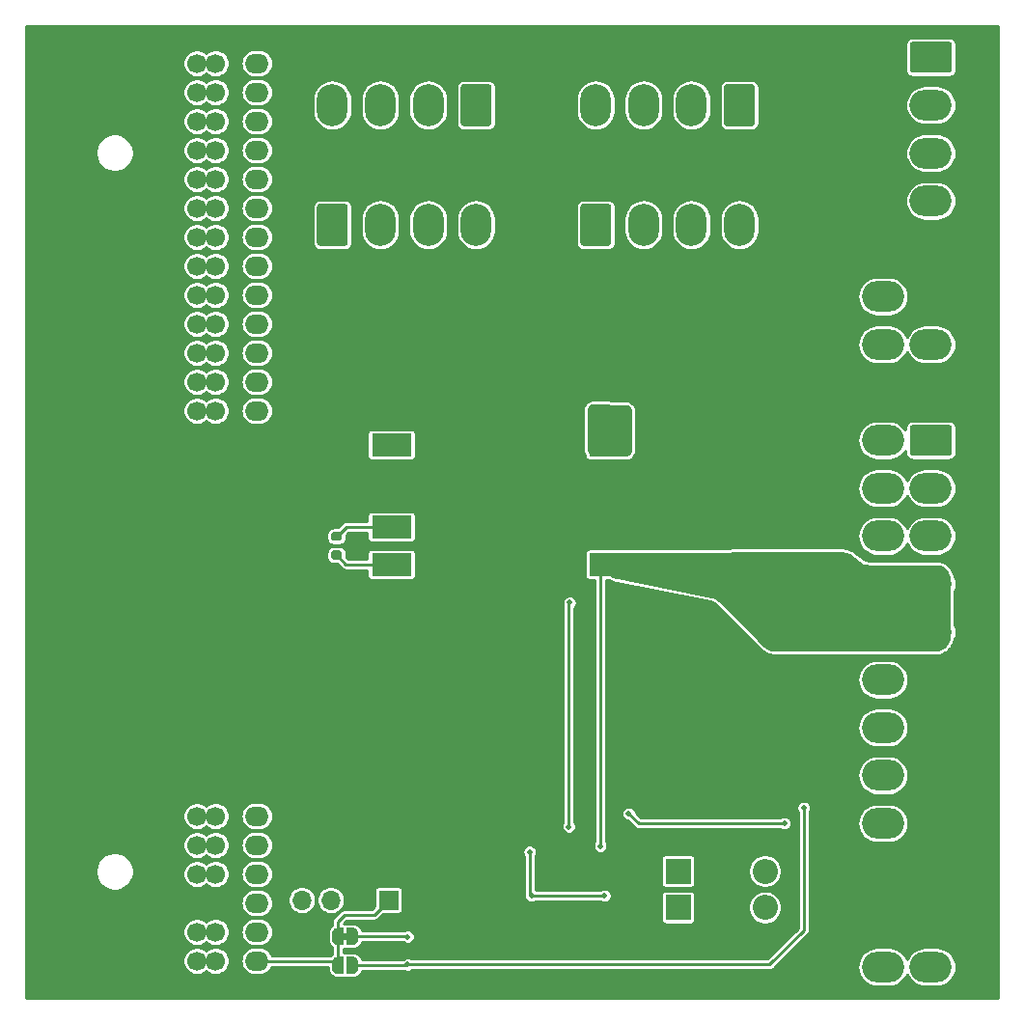
<source format=gbl>
%TF.GenerationSoftware,KiCad,Pcbnew,(5.1.9)-1*%
%TF.CreationDate,2021-05-19T11:39:12+08:00*%
%TF.ProjectId,KCORES CSPS to ATX Converter,4b434f52-4553-4204-9353-505320746f20,1.0*%
%TF.SameCoordinates,Original*%
%TF.FileFunction,Copper,L2,Bot*%
%TF.FilePolarity,Positive*%
%FSLAX46Y46*%
G04 Gerber Fmt 4.6, Leading zero omitted, Abs format (unit mm)*
G04 Created by KiCad (PCBNEW (5.1.9)-1) date 2021-05-19 11:39:12*
%MOMM*%
%LPD*%
G01*
G04 APERTURE LIST*
%TA.AperFunction,EtchedComponent*%
%ADD10C,0.100000*%
%TD*%
%TA.AperFunction,SMDPad,CuDef*%
%ADD11R,3.500000X2.000000*%
%TD*%
%TA.AperFunction,ComponentPad*%
%ADD12O,1.700000X1.700000*%
%TD*%
%TA.AperFunction,ComponentPad*%
%ADD13R,1.700000X1.700000*%
%TD*%
%TA.AperFunction,ComponentPad*%
%ADD14O,2.080000X1.700000*%
%TD*%
%TA.AperFunction,ComponentPad*%
%ADD15C,1.700000*%
%TD*%
%TA.AperFunction,ComponentPad*%
%ADD16O,3.700000X2.700000*%
%TD*%
%TA.AperFunction,ComponentPad*%
%ADD17O,2.700000X3.700000*%
%TD*%
%TA.AperFunction,SMDPad,CuDef*%
%ADD18C,0.100000*%
%TD*%
%TA.AperFunction,ComponentPad*%
%ADD19O,2.200000X2.200000*%
%TD*%
%TA.AperFunction,ComponentPad*%
%ADD20R,2.200000X2.200000*%
%TD*%
%TA.AperFunction,ViaPad*%
%ADD21C,0.500000*%
%TD*%
%TA.AperFunction,ViaPad*%
%ADD22C,1.778000*%
%TD*%
%TA.AperFunction,Conductor*%
%ADD23C,0.254000*%
%TD*%
%TA.AperFunction,Conductor*%
%ADD24C,0.100000*%
%TD*%
G04 APERTURE END LIST*
D10*
%TO.C,JP1*%
G36*
X121070000Y-157215000D02*
G01*
X120570000Y-157215000D01*
X120570000Y-156615000D01*
X121070000Y-156615000D01*
X121070000Y-157215000D01*
G37*
%TD*%
D11*
%TO.P,U2,7*%
%TO.N,Net-(U2-Pad7)*%
X124880000Y-113800000D03*
%TO.P,U2,5*%
%TO.N,Net-(R6-Pad2)*%
X124880000Y-121000000D03*
%TO.P,U2,4*%
%TO.N,Net-(R6-Pad1)*%
X124880000Y-124300000D03*
%TO.P,U2,3*%
%TO.N,+3V3*%
X143970000Y-124280000D03*
%TO.P,U2,2*%
%TO.N,GND*%
X143970000Y-119780000D03*
%TO.P,U2,1*%
%TO.N,+12V*%
X143970000Y-113780000D03*
%TD*%
%TO.P,R6,2*%
%TO.N,Net-(R6-Pad2)*%
%TA.AperFunction,SMDPad,CuDef*%
G36*
G01*
X120325000Y-122225000D02*
X119775000Y-122225000D01*
G75*
G02*
X119575000Y-122025000I0J200000D01*
G01*
X119575000Y-121625000D01*
G75*
G02*
X119775000Y-121425000I200000J0D01*
G01*
X120325000Y-121425000D01*
G75*
G02*
X120525000Y-121625000I0J-200000D01*
G01*
X120525000Y-122025000D01*
G75*
G02*
X120325000Y-122225000I-200000J0D01*
G01*
G37*
%TD.AperFunction*%
%TO.P,R6,1*%
%TO.N,Net-(R6-Pad1)*%
%TA.AperFunction,SMDPad,CuDef*%
G36*
G01*
X120325000Y-123875000D02*
X119775000Y-123875000D01*
G75*
G02*
X119575000Y-123675000I0J200000D01*
G01*
X119575000Y-123275000D01*
G75*
G02*
X119775000Y-123075000I200000J0D01*
G01*
X120325000Y-123075000D01*
G75*
G02*
X120525000Y-123275000I0J-200000D01*
G01*
X120525000Y-123675000D01*
G75*
G02*
X120325000Y-123875000I-200000J0D01*
G01*
G37*
%TD.AperFunction*%
%TD*%
%TO.P,C2,2*%
%TO.N,GND*%
%TA.AperFunction,SMDPad,CuDef*%
G36*
G01*
X156725001Y-119175000D02*
X154674999Y-119175000D01*
G75*
G02*
X154425000Y-118925001I0J249999D01*
G01*
X154425000Y-117174999D01*
G75*
G02*
X154674999Y-116925000I249999J0D01*
G01*
X156725001Y-116925000D01*
G75*
G02*
X156975000Y-117174999I0J-249999D01*
G01*
X156975000Y-118925001D01*
G75*
G02*
X156725001Y-119175000I-249999J0D01*
G01*
G37*
%TD.AperFunction*%
%TO.P,C2,1*%
%TO.N,+3V3*%
%TA.AperFunction,SMDPad,CuDef*%
G36*
G01*
X156725001Y-125575000D02*
X154674999Y-125575000D01*
G75*
G02*
X154425000Y-125325001I0J249999D01*
G01*
X154425000Y-123574999D01*
G75*
G02*
X154674999Y-123325000I249999J0D01*
G01*
X156725001Y-123325000D01*
G75*
G02*
X156975000Y-123574999I0J-249999D01*
G01*
X156975000Y-125325001D01*
G75*
G02*
X156725001Y-125575000I-249999J0D01*
G01*
G37*
%TD.AperFunction*%
%TD*%
D12*
%TO.P,J2,4*%
%TO.N,/SDA*%
X117010000Y-153740000D03*
%TO.P,J2,3*%
%TO.N,/SCL*%
X119550000Y-153740000D03*
%TO.P,J2,2*%
%TO.N,GND*%
X122090000Y-153740000D03*
D13*
%TO.P,J2,1*%
%TO.N,/~CSPS_PSON*%
X124630000Y-153740000D03*
%TD*%
D14*
%TO.P,J1,64*%
%TO.N,+12V*%
X113070000Y-80330000D03*
%TO.P,J1,63*%
X113070000Y-82870000D03*
%TO.P,J1,62*%
X113070000Y-85410000D03*
%TO.P,J1,61*%
X113070000Y-87950000D03*
%TO.P,J1,60*%
X113070000Y-90490000D03*
%TO.P,J1,59*%
X113070000Y-93030000D03*
%TO.P,J1,58*%
X113070000Y-95570000D03*
%TO.P,J1,57*%
X113070000Y-98110000D03*
%TO.P,J1,56*%
X113070000Y-100650000D03*
%TO.P,J1,55*%
X113070000Y-103190000D03*
%TO.P,J1,54*%
X113070000Y-105730000D03*
%TO.P,J1,53*%
X113070000Y-108270000D03*
%TO.P,J1,52*%
X113070000Y-110810000D03*
%TO.P,J1,51*%
%TO.N,GND*%
X113070000Y-113350000D03*
%TO.P,J1,50*%
X113070000Y-115890000D03*
%TO.P,J1,49*%
X113070000Y-118430000D03*
%TO.P,J1,48*%
X113070000Y-120970000D03*
%TO.P,J1,47*%
X113070000Y-123510000D03*
%TO.P,J1,46*%
X113070000Y-126050000D03*
%TO.P,J1,45*%
X113070000Y-128590000D03*
%TO.P,J1,44*%
X113070000Y-131130000D03*
%TO.P,J1,43*%
X113070000Y-133670000D03*
%TO.P,J1,42*%
X113070000Y-136210000D03*
%TO.P,J1,41*%
X113070000Y-138750000D03*
%TO.P,J1,40*%
X113070000Y-141290000D03*
%TO.P,J1,39*%
X113070000Y-143830000D03*
%TO.P,J1,38*%
%TO.N,Net-(J1-Pad38)*%
X113070000Y-146370000D03*
%TO.P,J1,37*%
%TO.N,/+12VSB*%
X113070000Y-148910000D03*
%TO.P,J1,36*%
%TO.N,/~PRESENT*%
X113070000Y-151450000D03*
%TO.P,J1,35*%
%TO.N,/CSPS_PSOK*%
X113070000Y-153990000D03*
%TO.P,J1,34*%
%TO.N,Net-(J1-Pad34)*%
X113070000Y-156530000D03*
%TO.P,J1,33*%
%TO.N,/~CSPS_PSON*%
X113070000Y-159070000D03*
D15*
%TO.P,J1,32*%
%TO.N,/SCL*%
X107800000Y-159070000D03*
%TO.P,J1,31*%
%TO.N,/SDA*%
X107800000Y-156530000D03*
%TO.P,J1,30*%
%TO.N,GND*%
X107800000Y-153990000D03*
%TO.P,J1,29*%
%TO.N,Net-(J1-Pad29)*%
X107800000Y-151450000D03*
%TO.P,J1,28*%
%TO.N,Net-(J1-Pad28)*%
X107800000Y-148910000D03*
%TO.P,J1,27*%
%TO.N,Net-(J1-Pad27)*%
X107800000Y-146370000D03*
%TO.P,J1,26*%
%TO.N,GND*%
X107800000Y-143830000D03*
%TO.P,J1,25*%
X107800000Y-141290000D03*
%TO.P,J1,24*%
X107800000Y-138750000D03*
%TO.P,J1,23*%
X107800000Y-136210000D03*
%TO.P,J1,22*%
X107800000Y-133670000D03*
%TO.P,J1,21*%
X107800000Y-131130000D03*
%TO.P,J1,20*%
X107800000Y-128590000D03*
%TO.P,J1,19*%
X107800000Y-126050000D03*
%TO.P,J1,18*%
X107800000Y-123510000D03*
%TO.P,J1,17*%
X107800000Y-120970000D03*
%TO.P,J1,16*%
X107800000Y-118430000D03*
%TO.P,J1,15*%
X107800000Y-115890000D03*
%TO.P,J1,14*%
X107800000Y-113350000D03*
%TO.P,J1,13*%
%TO.N,+12V*%
X107800000Y-110810000D03*
%TO.P,J1,12*%
X107800000Y-108270000D03*
%TO.P,J1,11*%
X107800000Y-105730000D03*
%TO.P,J1,10*%
X107800000Y-103190000D03*
%TO.P,J1,9*%
X107800000Y-100650000D03*
%TO.P,J1,8*%
X107800000Y-98110000D03*
%TO.P,J1,7*%
X107800000Y-95570000D03*
%TO.P,J1,6*%
X107800000Y-93030000D03*
%TO.P,J1,5*%
X107800000Y-90490000D03*
%TO.P,J1,4*%
X107800000Y-87950000D03*
%TO.P,J1,3*%
X107800000Y-85410000D03*
%TO.P,J1,2*%
X107800000Y-82870000D03*
%TO.P,J1,32*%
%TO.N,/SCL*%
X109450000Y-159070000D03*
%TO.P,J1,31*%
%TO.N,/SDA*%
X109450000Y-156530000D03*
%TO.P,J1,30*%
%TO.N,GND*%
X109450000Y-153990000D03*
%TO.P,J1,29*%
%TO.N,Net-(J1-Pad29)*%
X109450000Y-151450000D03*
%TO.P,J1,28*%
%TO.N,Net-(J1-Pad28)*%
X109450000Y-148910000D03*
%TO.P,J1,27*%
%TO.N,Net-(J1-Pad27)*%
X109450000Y-146370000D03*
%TO.P,J1,26*%
%TO.N,GND*%
X109450000Y-143830000D03*
%TO.P,J1,25*%
X109450000Y-141290000D03*
%TO.P,J1,24*%
X109450000Y-138750000D03*
%TO.P,J1,23*%
X109450000Y-136210000D03*
%TO.P,J1,22*%
X109450000Y-133670000D03*
%TO.P,J1,21*%
X109450000Y-131130000D03*
%TO.P,J1,20*%
X109450000Y-128590000D03*
%TO.P,J1,19*%
X109450000Y-126050000D03*
%TO.P,J1,18*%
X109450000Y-123510000D03*
%TO.P,J1,17*%
X109450000Y-120970000D03*
%TO.P,J1,16*%
X109450000Y-118430000D03*
%TO.P,J1,15*%
X109450000Y-115890000D03*
%TO.P,J1,14*%
X109450000Y-113350000D03*
%TO.P,J1,13*%
%TO.N,+12V*%
X109450000Y-110810000D03*
%TO.P,J1,12*%
X109450000Y-108270000D03*
%TO.P,J1,11*%
X109450000Y-105730000D03*
%TO.P,J1,10*%
X109450000Y-103190000D03*
%TO.P,J1,9*%
X109450000Y-100650000D03*
%TO.P,J1,8*%
X109450000Y-98110000D03*
%TO.P,J1,7*%
X109450000Y-95570000D03*
%TO.P,J1,6*%
X109450000Y-93030000D03*
%TO.P,J1,5*%
X109450000Y-90490000D03*
%TO.P,J1,4*%
X109450000Y-87950000D03*
%TO.P,J1,3*%
X109450000Y-85410000D03*
%TO.P,J1,2*%
X109450000Y-82870000D03*
%TO.P,J1,1*%
X107800000Y-80330000D03*
X109450000Y-80330000D03*
%TD*%
D16*
%TO.P,J7,8*%
%TO.N,GND*%
X168000000Y-92400000D03*
%TO.P,J7,7*%
X168000000Y-88200000D03*
%TO.P,J7,6*%
X168000000Y-84000000D03*
%TO.P,J7,5*%
X168000000Y-79800000D03*
%TO.P,J7,4*%
%TO.N,+12V*%
X172200000Y-92400000D03*
%TO.P,J7,3*%
X172200000Y-88200000D03*
%TO.P,J7,1*%
%TA.AperFunction,ComponentPad*%
G36*
G01*
X170601100Y-78450000D02*
X173798900Y-78450000D01*
G75*
G02*
X174050000Y-78701100I0J-251100D01*
G01*
X174050000Y-80898900D01*
G75*
G02*
X173798900Y-81150000I-251100J0D01*
G01*
X170601100Y-81150000D01*
G75*
G02*
X170350000Y-80898900I0J251100D01*
G01*
X170350000Y-78701100D01*
G75*
G02*
X170601100Y-78450000I251100J0D01*
G01*
G37*
%TD.AperFunction*%
%TO.P,J7,2*%
X172200000Y-84000000D03*
%TD*%
D17*
%TO.P,J6,8*%
%TO.N,GND*%
X155400000Y-98700000D03*
%TO.P,J6,7*%
X151200000Y-98700000D03*
%TO.P,J6,6*%
X147000000Y-98700000D03*
%TO.P,J6,5*%
X142800000Y-98700000D03*
%TO.P,J6,4*%
%TO.N,+12V*%
X155400000Y-94500000D03*
%TO.P,J6,3*%
X151200000Y-94500000D03*
%TO.P,J6,1*%
%TA.AperFunction,ComponentPad*%
G36*
G01*
X141450000Y-96098900D02*
X141450000Y-92901100D01*
G75*
G02*
X141701100Y-92650000I251100J0D01*
G01*
X143898900Y-92650000D01*
G75*
G02*
X144150000Y-92901100I0J-251100D01*
G01*
X144150000Y-96098900D01*
G75*
G02*
X143898900Y-96350000I-251100J0D01*
G01*
X141701100Y-96350000D01*
G75*
G02*
X141450000Y-96098900I0J251100D01*
G01*
G37*
%TD.AperFunction*%
%TO.P,J6,2*%
X147000000Y-94500000D03*
%TD*%
%TO.P,J5,8*%
%TO.N,GND*%
X142800000Y-79800000D03*
%TO.P,J5,7*%
X147000000Y-79800000D03*
%TO.P,J5,6*%
X151200000Y-79800000D03*
%TO.P,J5,5*%
X155400000Y-79800000D03*
%TO.P,J5,4*%
%TO.N,+12V*%
X142800000Y-84000000D03*
%TO.P,J5,3*%
X147000000Y-84000000D03*
%TO.P,J5,1*%
%TA.AperFunction,ComponentPad*%
G36*
G01*
X156750000Y-82401100D02*
X156750000Y-85598900D01*
G75*
G02*
X156498900Y-85850000I-251100J0D01*
G01*
X154301100Y-85850000D01*
G75*
G02*
X154050000Y-85598900I0J251100D01*
G01*
X154050000Y-82401100D01*
G75*
G02*
X154301100Y-82150000I251100J0D01*
G01*
X156498900Y-82150000D01*
G75*
G02*
X156750000Y-82401100I0J-251100D01*
G01*
G37*
%TD.AperFunction*%
%TO.P,J5,2*%
X151200000Y-84000000D03*
%TD*%
%TO.P,J4,8*%
%TO.N,GND*%
X132300000Y-98700000D03*
%TO.P,J4,7*%
X128100000Y-98700000D03*
%TO.P,J4,6*%
X123900000Y-98700000D03*
%TO.P,J4,5*%
X119700000Y-98700000D03*
%TO.P,J4,4*%
%TO.N,+12V*%
X132300000Y-94500000D03*
%TO.P,J4,3*%
X128100000Y-94500000D03*
%TO.P,J4,1*%
%TA.AperFunction,ComponentPad*%
G36*
G01*
X118350000Y-96098900D02*
X118350000Y-92901100D01*
G75*
G02*
X118601100Y-92650000I251100J0D01*
G01*
X120798900Y-92650000D01*
G75*
G02*
X121050000Y-92901100I0J-251100D01*
G01*
X121050000Y-96098900D01*
G75*
G02*
X120798900Y-96350000I-251100J0D01*
G01*
X118601100Y-96350000D01*
G75*
G02*
X118350000Y-96098900I0J251100D01*
G01*
G37*
%TD.AperFunction*%
%TO.P,J4,2*%
X123900000Y-94500000D03*
%TD*%
%TO.P,J3,8*%
%TO.N,GND*%
X119700000Y-79800000D03*
%TO.P,J3,7*%
X123900000Y-79800000D03*
%TO.P,J3,6*%
X128100000Y-79800000D03*
%TO.P,J3,5*%
X132300000Y-79800000D03*
%TO.P,J3,4*%
%TO.N,+12V*%
X119700000Y-84000000D03*
%TO.P,J3,3*%
X123900000Y-84000000D03*
%TO.P,J3,1*%
%TA.AperFunction,ComponentPad*%
G36*
G01*
X133650000Y-82401100D02*
X133650000Y-85598900D01*
G75*
G02*
X133398900Y-85850000I-251100J0D01*
G01*
X131201100Y-85850000D01*
G75*
G02*
X130950000Y-85598900I0J251100D01*
G01*
X130950000Y-82401100D01*
G75*
G02*
X131201100Y-82150000I251100J0D01*
G01*
X133398900Y-82150000D01*
G75*
G02*
X133650000Y-82401100I0J-251100D01*
G01*
G37*
%TD.AperFunction*%
%TO.P,J3,2*%
X128100000Y-84000000D03*
%TD*%
D16*
%TO.P,J9,24*%
%TO.N,+12V*%
X168000000Y-159600000D03*
%TO.P,J9,23*%
%TO.N,GND*%
X168000000Y-155400000D03*
%TO.P,J9,22*%
X168000000Y-151200000D03*
%TO.P,J9,21*%
%TO.N,/ATX_PWOK*%
X168000000Y-147000000D03*
%TO.P,J9,20*%
%TO.N,/~ATX_PSON*%
X168000000Y-142800000D03*
%TO.P,J9,19*%
%TO.N,Net-(J9-Pad19)*%
X168000000Y-138600000D03*
%TO.P,J9,18*%
%TO.N,/+5VSB*%
X168000000Y-134400000D03*
%TO.P,J9,17*%
%TO.N,+3V3*%
X168000000Y-130200000D03*
%TO.P,J9,16*%
X168000000Y-126000000D03*
%TO.P,J9,15*%
%TO.N,Net-(J9-Pad15)*%
X168000000Y-121800000D03*
%TO.P,J9,14*%
%TO.N,+5V*%
X168000000Y-117600000D03*
%TO.P,J9,13*%
X168000000Y-113400000D03*
%TO.P,J9,12*%
%TO.N,+12V*%
X172200000Y-159600000D03*
%TO.P,J9,11*%
%TO.N,GND*%
X172200000Y-155400000D03*
%TO.P,J9,10*%
X172200000Y-151200000D03*
%TO.P,J9,9*%
X172200000Y-147000000D03*
%TO.P,J9,8*%
X172200000Y-142800000D03*
%TO.P,J9,7*%
X172200000Y-138600000D03*
%TO.P,J9,6*%
X172200000Y-134400000D03*
%TO.P,J9,5*%
%TO.N,+3V3*%
X172200000Y-130200000D03*
%TO.P,J9,4*%
X172200000Y-126000000D03*
%TO.P,J9,3*%
%TO.N,+5V*%
X172200000Y-121800000D03*
%TO.P,J9,1*%
%TA.AperFunction,ComponentPad*%
G36*
G01*
X170601100Y-112050000D02*
X173798900Y-112050000D01*
G75*
G02*
X174050000Y-112301100I0J-251100D01*
G01*
X174050000Y-114498900D01*
G75*
G02*
X173798900Y-114750000I-251100J0D01*
G01*
X170601100Y-114750000D01*
G75*
G02*
X170350000Y-114498900I0J251100D01*
G01*
X170350000Y-112301100D01*
G75*
G02*
X170601100Y-112050000I251100J0D01*
G01*
G37*
%TD.AperFunction*%
%TO.P,J9,2*%
X172200000Y-117600000D03*
%TD*%
%TO.P,J8,1*%
%TO.N,GND*%
%TA.AperFunction,ComponentPad*%
G36*
G01*
X170601100Y-99450000D02*
X173798900Y-99450000D01*
G75*
G02*
X174050000Y-99701100I0J-251100D01*
G01*
X174050000Y-101898900D01*
G75*
G02*
X173798900Y-102150000I-251100J0D01*
G01*
X170601100Y-102150000D01*
G75*
G02*
X170350000Y-101898900I0J251100D01*
G01*
X170350000Y-99701100D01*
G75*
G02*
X170601100Y-99450000I251100J0D01*
G01*
G37*
%TD.AperFunction*%
%TO.P,J8,2*%
%TO.N,+12V*%
X172200000Y-105000000D03*
%TO.P,J8,3*%
%TO.N,+5V*%
X168000000Y-100800000D03*
%TO.P,J8,4*%
%TO.N,Net-(J8-Pad4)*%
X168000000Y-105000000D03*
%TD*%
%TA.AperFunction,SMDPad,CuDef*%
D18*
%TO.P,JP2,2*%
%TO.N,/~ATX_PSON*%
G36*
X121470000Y-158705602D02*
G01*
X121494534Y-158705602D01*
X121543365Y-158710412D01*
X121591490Y-158719984D01*
X121638445Y-158734228D01*
X121683778Y-158753005D01*
X121727051Y-158776136D01*
X121767850Y-158803396D01*
X121805779Y-158834524D01*
X121840476Y-158869221D01*
X121871604Y-158907150D01*
X121898864Y-158947949D01*
X121921995Y-158991222D01*
X121940772Y-159036555D01*
X121955016Y-159083510D01*
X121964588Y-159131635D01*
X121969398Y-159180466D01*
X121969398Y-159205000D01*
X121970000Y-159205000D01*
X121970000Y-159705000D01*
X121969398Y-159705000D01*
X121969398Y-159729534D01*
X121964588Y-159778365D01*
X121955016Y-159826490D01*
X121940772Y-159873445D01*
X121921995Y-159918778D01*
X121898864Y-159962051D01*
X121871604Y-160002850D01*
X121840476Y-160040779D01*
X121805779Y-160075476D01*
X121767850Y-160106604D01*
X121727051Y-160133864D01*
X121683778Y-160156995D01*
X121638445Y-160175772D01*
X121591490Y-160190016D01*
X121543365Y-160199588D01*
X121494534Y-160204398D01*
X121470000Y-160204398D01*
X121470000Y-160205000D01*
X120970000Y-160205000D01*
X120970000Y-158705000D01*
X121470000Y-158705000D01*
X121470000Y-158705602D01*
G37*
%TD.AperFunction*%
%TA.AperFunction,SMDPad,CuDef*%
%TO.P,JP2,1*%
%TO.N,/~CSPS_PSON*%
G36*
X120670000Y-160205000D02*
G01*
X120170000Y-160205000D01*
X120170000Y-160204398D01*
X120145466Y-160204398D01*
X120096635Y-160199588D01*
X120048510Y-160190016D01*
X120001555Y-160175772D01*
X119956222Y-160156995D01*
X119912949Y-160133864D01*
X119872150Y-160106604D01*
X119834221Y-160075476D01*
X119799524Y-160040779D01*
X119768396Y-160002850D01*
X119741136Y-159962051D01*
X119718005Y-159918778D01*
X119699228Y-159873445D01*
X119684984Y-159826490D01*
X119675412Y-159778365D01*
X119670602Y-159729534D01*
X119670602Y-159705000D01*
X119670000Y-159705000D01*
X119670000Y-159205000D01*
X119670602Y-159205000D01*
X119670602Y-159180466D01*
X119675412Y-159131635D01*
X119684984Y-159083510D01*
X119699228Y-159036555D01*
X119718005Y-158991222D01*
X119741136Y-158947949D01*
X119768396Y-158907150D01*
X119799524Y-158869221D01*
X119834221Y-158834524D01*
X119872150Y-158803396D01*
X119912949Y-158776136D01*
X119956222Y-158753005D01*
X120001555Y-158734228D01*
X120048510Y-158719984D01*
X120096635Y-158710412D01*
X120145466Y-158705602D01*
X120170000Y-158705602D01*
X120170000Y-158705000D01*
X120670000Y-158705000D01*
X120670000Y-160205000D01*
G37*
%TD.AperFunction*%
%TD*%
%TA.AperFunction,SMDPad,CuDef*%
%TO.P,JP1,1*%
%TO.N,/~CSPS_PSON*%
G36*
X120670000Y-157665000D02*
G01*
X120170000Y-157665000D01*
X120170000Y-157664398D01*
X120145466Y-157664398D01*
X120096635Y-157659588D01*
X120048510Y-157650016D01*
X120001555Y-157635772D01*
X119956222Y-157616995D01*
X119912949Y-157593864D01*
X119872150Y-157566604D01*
X119834221Y-157535476D01*
X119799524Y-157500779D01*
X119768396Y-157462850D01*
X119741136Y-157422051D01*
X119718005Y-157378778D01*
X119699228Y-157333445D01*
X119684984Y-157286490D01*
X119675412Y-157238365D01*
X119670602Y-157189534D01*
X119670602Y-157165000D01*
X119670000Y-157165000D01*
X119670000Y-156665000D01*
X119670602Y-156665000D01*
X119670602Y-156640466D01*
X119675412Y-156591635D01*
X119684984Y-156543510D01*
X119699228Y-156496555D01*
X119718005Y-156451222D01*
X119741136Y-156407949D01*
X119768396Y-156367150D01*
X119799524Y-156329221D01*
X119834221Y-156294524D01*
X119872150Y-156263396D01*
X119912949Y-156236136D01*
X119956222Y-156213005D01*
X120001555Y-156194228D01*
X120048510Y-156179984D01*
X120096635Y-156170412D01*
X120145466Y-156165602D01*
X120170000Y-156165602D01*
X120170000Y-156165000D01*
X120670000Y-156165000D01*
X120670000Y-157665000D01*
G37*
%TD.AperFunction*%
%TA.AperFunction,SMDPad,CuDef*%
%TO.P,JP1,2*%
%TO.N,/~FPO*%
G36*
X121470000Y-156165602D02*
G01*
X121494534Y-156165602D01*
X121543365Y-156170412D01*
X121591490Y-156179984D01*
X121638445Y-156194228D01*
X121683778Y-156213005D01*
X121727051Y-156236136D01*
X121767850Y-156263396D01*
X121805779Y-156294524D01*
X121840476Y-156329221D01*
X121871604Y-156367150D01*
X121898864Y-156407949D01*
X121921995Y-156451222D01*
X121940772Y-156496555D01*
X121955016Y-156543510D01*
X121964588Y-156591635D01*
X121969398Y-156640466D01*
X121969398Y-156665000D01*
X121970000Y-156665000D01*
X121970000Y-157165000D01*
X121969398Y-157165000D01*
X121969398Y-157189534D01*
X121964588Y-157238365D01*
X121955016Y-157286490D01*
X121940772Y-157333445D01*
X121921995Y-157378778D01*
X121898864Y-157422051D01*
X121871604Y-157462850D01*
X121840476Y-157500779D01*
X121805779Y-157535476D01*
X121767850Y-157566604D01*
X121727051Y-157593864D01*
X121683778Y-157616995D01*
X121638445Y-157635772D01*
X121591490Y-157650016D01*
X121543365Y-157659588D01*
X121494534Y-157664398D01*
X121470000Y-157664398D01*
X121470000Y-157665000D01*
X120970000Y-157665000D01*
X120970000Y-156165000D01*
X121470000Y-156165000D01*
X121470000Y-156165602D01*
G37*
%TD.AperFunction*%
%TD*%
D19*
%TO.P,D2,2*%
%TO.N,+12V*%
X157650000Y-154375000D03*
D20*
%TO.P,D2,1*%
%TO.N,Net-(C5-Pad1)*%
X150030000Y-154375000D03*
%TD*%
D19*
%TO.P,D1,2*%
%TO.N,/+5VSB*%
X157650000Y-151200000D03*
D20*
%TO.P,D1,1*%
%TO.N,Net-(C5-Pad1)*%
X150030000Y-151200000D03*
%TD*%
D21*
%TO.N,+5V*%
X140450000Y-147300000D03*
X140500000Y-127650000D03*
%TO.N,+3V3*%
X143200000Y-149000000D03*
%TO.N,/~ATX_PSON*%
X126300000Y-159400000D03*
X161050000Y-145650000D03*
%TO.N,Net-(C5-Pad1)*%
X137150000Y-153350000D03*
X143550000Y-153350000D03*
X137000000Y-149500000D03*
D22*
%TO.N,+12V*%
X144900000Y-111300000D03*
X143000000Y-111300000D03*
D21*
%TO.N,/ATX_PWOK*%
X159350000Y-147000000D03*
X145700000Y-146150000D03*
%TO.N,/~FPO*%
X126300000Y-156950000D03*
%TD*%
D23*
%TO.N,+5V*%
X140450000Y-127700000D02*
X140500000Y-127650000D01*
X140450000Y-147300000D02*
X140450000Y-127700000D01*
%TO.N,+3V3*%
X143200000Y-125050000D02*
X143970000Y-124280000D01*
X143200000Y-149000000D02*
X143200000Y-125050000D01*
%TO.N,/~ATX_PSON*%
X126245000Y-159455000D02*
X126300000Y-159400000D01*
X121470000Y-159455000D02*
X126245000Y-159455000D01*
X126300000Y-159400000D02*
X154666514Y-159400000D01*
X154666514Y-159400000D02*
X158050000Y-159400000D01*
X161050000Y-156400000D02*
X158050000Y-159400000D01*
X161050000Y-145650000D02*
X161050000Y-156400000D01*
%TO.N,Net-(C5-Pad1)*%
X137150000Y-153350000D02*
X143550000Y-153350000D01*
X137000000Y-153200000D02*
X137150000Y-153350000D01*
X137000000Y-149500000D02*
X137000000Y-153200000D01*
%TO.N,/~CSPS_PSON*%
X120170000Y-156915000D02*
X120170000Y-159455000D01*
X119785000Y-159070000D02*
X120170000Y-159455000D01*
X113070000Y-159070000D02*
X119785000Y-159070000D01*
X120756204Y-155010000D02*
X123360000Y-155010000D01*
X120170000Y-156915000D02*
X120170000Y-155596204D01*
X123360000Y-155010000D02*
X124630000Y-153740000D01*
X120170000Y-155596204D02*
X120756204Y-155010000D01*
%TO.N,/ATX_PWOK*%
X159350000Y-147000000D02*
X146550000Y-147000000D01*
X146550000Y-147000000D02*
X145700000Y-146150000D01*
%TO.N,/~FPO*%
X126265000Y-156915000D02*
X126300000Y-156950000D01*
X121470000Y-156915000D02*
X126265000Y-156915000D01*
%TO.N,Net-(R6-Pad2)*%
X124880000Y-121000000D02*
X120900000Y-121000000D01*
X120900000Y-121000000D02*
X120050000Y-121850000D01*
%TO.N,Net-(R6-Pad1)*%
X124880000Y-124300000D02*
X120850000Y-124300000D01*
X120850000Y-124300000D02*
X120050000Y-123500000D01*
%TD*%
%TO.N,GND*%
X178094000Y-162344000D02*
X92806000Y-162344000D01*
X92806000Y-158948757D01*
X106569000Y-158948757D01*
X106569000Y-159191243D01*
X106616307Y-159429069D01*
X106709102Y-159653097D01*
X106843820Y-159854717D01*
X107015283Y-160026180D01*
X107216903Y-160160898D01*
X107440931Y-160253693D01*
X107678757Y-160301000D01*
X107921243Y-160301000D01*
X108159069Y-160253693D01*
X108383097Y-160160898D01*
X108584717Y-160026180D01*
X108625000Y-159985897D01*
X108665283Y-160026180D01*
X108866903Y-160160898D01*
X109090931Y-160253693D01*
X109328757Y-160301000D01*
X109571243Y-160301000D01*
X109809069Y-160253693D01*
X110033097Y-160160898D01*
X110234717Y-160026180D01*
X110406180Y-159854717D01*
X110540898Y-159653097D01*
X110633693Y-159429069D01*
X110681000Y-159191243D01*
X110681000Y-159070000D01*
X111643044Y-159070000D01*
X111666812Y-159311318D01*
X111737202Y-159543363D01*
X111851509Y-159757216D01*
X112005340Y-159944660D01*
X112192784Y-160098491D01*
X112406637Y-160212798D01*
X112638682Y-160283188D01*
X112819528Y-160301000D01*
X113320472Y-160301000D01*
X113501318Y-160283188D01*
X113733363Y-160212798D01*
X113947216Y-160098491D01*
X114134660Y-159944660D01*
X114288491Y-159757216D01*
X114384284Y-159578000D01*
X119287157Y-159578000D01*
X119287157Y-159705000D01*
X119289565Y-159729450D01*
X119289565Y-159754009D01*
X119296921Y-159828698D01*
X119316043Y-159924831D01*
X119337828Y-159996648D01*
X119375337Y-160087204D01*
X119410717Y-160153394D01*
X119465173Y-160234893D01*
X119512784Y-160292908D01*
X119582092Y-160362216D01*
X119640107Y-160409827D01*
X119721606Y-160464283D01*
X119787796Y-160499663D01*
X119878352Y-160537172D01*
X119950169Y-160558957D01*
X120046302Y-160578079D01*
X120120991Y-160585435D01*
X120145550Y-160585435D01*
X120170000Y-160587843D01*
X120670000Y-160587843D01*
X120744689Y-160580487D01*
X120816508Y-160558701D01*
X120820000Y-160556834D01*
X120823492Y-160558701D01*
X120895311Y-160580487D01*
X120970000Y-160587843D01*
X121470000Y-160587843D01*
X121494450Y-160585435D01*
X121519009Y-160585435D01*
X121593698Y-160578079D01*
X121689831Y-160558957D01*
X121761648Y-160537172D01*
X121852204Y-160499663D01*
X121918394Y-160464283D01*
X121999893Y-160409827D01*
X122057908Y-160362216D01*
X122127216Y-160292908D01*
X122174827Y-160234893D01*
X122229283Y-160153394D01*
X122264663Y-160087204D01*
X122302172Y-159996648D01*
X122312379Y-159963000D01*
X126010319Y-159963000D01*
X126115944Y-160006751D01*
X126237852Y-160031000D01*
X126362148Y-160031000D01*
X126484056Y-160006751D01*
X126598891Y-159959185D01*
X126675495Y-159908000D01*
X158025056Y-159908000D01*
X158050000Y-159910457D01*
X158074944Y-159908000D01*
X158074947Y-159908000D01*
X158149585Y-159900649D01*
X158245343Y-159871601D01*
X158333595Y-159824429D01*
X158410948Y-159760948D01*
X158426855Y-159741565D01*
X158568420Y-159600000D01*
X165760625Y-159600000D01*
X165794047Y-159939335D01*
X165893027Y-160265630D01*
X166053763Y-160566345D01*
X166270076Y-160829924D01*
X166533655Y-161046237D01*
X166834370Y-161206973D01*
X167160665Y-161305953D01*
X167414968Y-161331000D01*
X168585032Y-161331000D01*
X168839335Y-161305953D01*
X169165630Y-161206973D01*
X169466345Y-161046237D01*
X169729924Y-160829924D01*
X169946237Y-160566345D01*
X170100000Y-160278676D01*
X170253763Y-160566345D01*
X170470076Y-160829924D01*
X170733655Y-161046237D01*
X171034370Y-161206973D01*
X171360665Y-161305953D01*
X171614968Y-161331000D01*
X172785032Y-161331000D01*
X173039335Y-161305953D01*
X173365630Y-161206973D01*
X173666345Y-161046237D01*
X173929924Y-160829924D01*
X174146237Y-160566345D01*
X174306973Y-160265630D01*
X174405953Y-159939335D01*
X174439375Y-159600000D01*
X174405953Y-159260665D01*
X174306973Y-158934370D01*
X174146237Y-158633655D01*
X173929924Y-158370076D01*
X173666345Y-158153763D01*
X173365630Y-157993027D01*
X173039335Y-157894047D01*
X172785032Y-157869000D01*
X171614968Y-157869000D01*
X171360665Y-157894047D01*
X171034370Y-157993027D01*
X170733655Y-158153763D01*
X170470076Y-158370076D01*
X170253763Y-158633655D01*
X170100000Y-158921324D01*
X169946237Y-158633655D01*
X169729924Y-158370076D01*
X169466345Y-158153763D01*
X169165630Y-157993027D01*
X168839335Y-157894047D01*
X168585032Y-157869000D01*
X167414968Y-157869000D01*
X167160665Y-157894047D01*
X166834370Y-157993027D01*
X166533655Y-158153763D01*
X166270076Y-158370076D01*
X166053763Y-158633655D01*
X165893027Y-158934370D01*
X165794047Y-159260665D01*
X165760625Y-159600000D01*
X158568420Y-159600000D01*
X161391565Y-156776855D01*
X161410948Y-156760948D01*
X161474429Y-156683595D01*
X161521601Y-156595343D01*
X161550649Y-156499585D01*
X161558000Y-156424947D01*
X161558000Y-156424944D01*
X161560457Y-156400000D01*
X161558000Y-156375056D01*
X161558000Y-147000000D01*
X165760625Y-147000000D01*
X165794047Y-147339335D01*
X165893027Y-147665630D01*
X166053763Y-147966345D01*
X166270076Y-148229924D01*
X166533655Y-148446237D01*
X166834370Y-148606973D01*
X167160665Y-148705953D01*
X167414968Y-148731000D01*
X168585032Y-148731000D01*
X168839335Y-148705953D01*
X169165630Y-148606973D01*
X169466345Y-148446237D01*
X169729924Y-148229924D01*
X169946237Y-147966345D01*
X170106973Y-147665630D01*
X170205953Y-147339335D01*
X170239375Y-147000000D01*
X170205953Y-146660665D01*
X170106973Y-146334370D01*
X169946237Y-146033655D01*
X169729924Y-145770076D01*
X169466345Y-145553763D01*
X169165630Y-145393027D01*
X168839335Y-145294047D01*
X168585032Y-145269000D01*
X167414968Y-145269000D01*
X167160665Y-145294047D01*
X166834370Y-145393027D01*
X166533655Y-145553763D01*
X166270076Y-145770076D01*
X166053763Y-146033655D01*
X165893027Y-146334370D01*
X165794047Y-146660665D01*
X165760625Y-147000000D01*
X161558000Y-147000000D01*
X161558000Y-146025495D01*
X161609185Y-145948891D01*
X161656751Y-145834056D01*
X161681000Y-145712148D01*
X161681000Y-145587852D01*
X161656751Y-145465944D01*
X161609185Y-145351109D01*
X161540130Y-145247761D01*
X161452239Y-145159870D01*
X161348891Y-145090815D01*
X161234056Y-145043249D01*
X161112148Y-145019000D01*
X160987852Y-145019000D01*
X160865944Y-145043249D01*
X160751109Y-145090815D01*
X160647761Y-145159870D01*
X160559870Y-145247761D01*
X160490815Y-145351109D01*
X160443249Y-145465944D01*
X160419000Y-145587852D01*
X160419000Y-145712148D01*
X160443249Y-145834056D01*
X160490815Y-145948891D01*
X160542000Y-146025495D01*
X160542001Y-156189579D01*
X157839580Y-158892000D01*
X126675495Y-158892000D01*
X126598891Y-158840815D01*
X126484056Y-158793249D01*
X126362148Y-158769000D01*
X126237852Y-158769000D01*
X126115944Y-158793249D01*
X126001109Y-158840815D01*
X125897761Y-158909870D01*
X125860631Y-158947000D01*
X122312379Y-158947000D01*
X122302172Y-158913352D01*
X122264663Y-158822796D01*
X122229283Y-158756606D01*
X122174827Y-158675107D01*
X122127216Y-158617092D01*
X122057908Y-158547784D01*
X121999893Y-158500173D01*
X121918394Y-158445717D01*
X121852204Y-158410337D01*
X121761648Y-158372828D01*
X121689831Y-158351043D01*
X121593698Y-158331921D01*
X121519009Y-158324565D01*
X121494450Y-158324565D01*
X121470000Y-158322157D01*
X120970000Y-158322157D01*
X120895311Y-158329513D01*
X120823492Y-158351299D01*
X120820000Y-158353166D01*
X120816508Y-158351299D01*
X120744689Y-158329513D01*
X120678000Y-158322945D01*
X120678000Y-158047055D01*
X120744689Y-158040487D01*
X120816508Y-158018701D01*
X120820000Y-158016834D01*
X120823492Y-158018701D01*
X120895311Y-158040487D01*
X120970000Y-158047843D01*
X121470000Y-158047843D01*
X121494450Y-158045435D01*
X121519009Y-158045435D01*
X121593698Y-158038079D01*
X121689831Y-158018957D01*
X121761648Y-157997172D01*
X121852204Y-157959663D01*
X121918394Y-157924283D01*
X121999893Y-157869827D01*
X122057908Y-157822216D01*
X122127216Y-157752908D01*
X122174827Y-157694893D01*
X122229283Y-157613394D01*
X122264663Y-157547204D01*
X122302172Y-157456648D01*
X122312379Y-157423000D01*
X125880631Y-157423000D01*
X125897761Y-157440130D01*
X126001109Y-157509185D01*
X126115944Y-157556751D01*
X126237852Y-157581000D01*
X126362148Y-157581000D01*
X126484056Y-157556751D01*
X126598891Y-157509185D01*
X126702239Y-157440130D01*
X126790130Y-157352239D01*
X126859185Y-157248891D01*
X126906751Y-157134056D01*
X126931000Y-157012148D01*
X126931000Y-156887852D01*
X126906751Y-156765944D01*
X126859185Y-156651109D01*
X126790130Y-156547761D01*
X126702239Y-156459870D01*
X126598891Y-156390815D01*
X126484056Y-156343249D01*
X126362148Y-156319000D01*
X126237852Y-156319000D01*
X126115944Y-156343249D01*
X126001109Y-156390815D01*
X125976886Y-156407000D01*
X122312379Y-156407000D01*
X122302172Y-156373352D01*
X122264663Y-156282796D01*
X122229283Y-156216606D01*
X122174827Y-156135107D01*
X122127216Y-156077092D01*
X122057908Y-156007784D01*
X121999893Y-155960173D01*
X121918394Y-155905717D01*
X121852204Y-155870337D01*
X121761648Y-155832828D01*
X121689831Y-155811043D01*
X121593698Y-155791921D01*
X121519009Y-155784565D01*
X121494450Y-155784565D01*
X121470000Y-155782157D01*
X120970000Y-155782157D01*
X120895311Y-155789513D01*
X120823492Y-155811299D01*
X120820000Y-155813166D01*
X120816508Y-155811299D01*
X120744689Y-155789513D01*
X120699556Y-155785068D01*
X120966624Y-155518000D01*
X123335056Y-155518000D01*
X123360000Y-155520457D01*
X123384944Y-155518000D01*
X123384947Y-155518000D01*
X123459585Y-155510649D01*
X123555343Y-155481601D01*
X123643595Y-155434429D01*
X123720948Y-155370948D01*
X123736855Y-155351565D01*
X124115577Y-154972843D01*
X125480000Y-154972843D01*
X125554689Y-154965487D01*
X125626508Y-154943701D01*
X125692696Y-154908322D01*
X125750711Y-154860711D01*
X125798322Y-154802696D01*
X125833701Y-154736508D01*
X125855487Y-154664689D01*
X125862843Y-154590000D01*
X125862843Y-152890000D01*
X125855487Y-152815311D01*
X125833701Y-152743492D01*
X125798322Y-152677304D01*
X125750711Y-152619289D01*
X125692696Y-152571678D01*
X125626508Y-152536299D01*
X125554689Y-152514513D01*
X125480000Y-152507157D01*
X123780000Y-152507157D01*
X123705311Y-152514513D01*
X123633492Y-152536299D01*
X123567304Y-152571678D01*
X123509289Y-152619289D01*
X123461678Y-152677304D01*
X123426299Y-152743492D01*
X123404513Y-152815311D01*
X123397157Y-152890000D01*
X123397157Y-154254423D01*
X123149580Y-154502000D01*
X120781148Y-154502000D01*
X120756204Y-154499543D01*
X120731260Y-154502000D01*
X120731257Y-154502000D01*
X120656619Y-154509351D01*
X120560861Y-154538399D01*
X120472609Y-154585571D01*
X120395256Y-154649052D01*
X120379349Y-154668435D01*
X119828430Y-155219354D01*
X119809053Y-155235256D01*
X119793151Y-155254633D01*
X119793150Y-155254634D01*
X119745571Y-155312609D01*
X119698400Y-155400861D01*
X119669352Y-155496620D01*
X119659543Y-155596204D01*
X119662001Y-155621158D01*
X119662001Y-155945544D01*
X119640107Y-155960173D01*
X119582092Y-156007784D01*
X119512784Y-156077092D01*
X119465173Y-156135107D01*
X119410717Y-156216606D01*
X119375337Y-156282796D01*
X119337828Y-156373352D01*
X119316043Y-156445169D01*
X119296921Y-156541302D01*
X119289565Y-156615991D01*
X119289565Y-156640550D01*
X119287157Y-156665000D01*
X119287157Y-157165000D01*
X119289565Y-157189450D01*
X119289565Y-157214009D01*
X119296921Y-157288698D01*
X119316043Y-157384831D01*
X119337828Y-157456648D01*
X119375337Y-157547204D01*
X119410717Y-157613394D01*
X119465173Y-157694893D01*
X119512784Y-157752908D01*
X119582092Y-157822216D01*
X119640107Y-157869827D01*
X119662000Y-157884456D01*
X119662001Y-158485544D01*
X119640107Y-158500173D01*
X119582092Y-158547784D01*
X119567876Y-158562000D01*
X114384284Y-158562000D01*
X114288491Y-158382784D01*
X114134660Y-158195340D01*
X113947216Y-158041509D01*
X113733363Y-157927202D01*
X113501318Y-157856812D01*
X113320472Y-157839000D01*
X112819528Y-157839000D01*
X112638682Y-157856812D01*
X112406637Y-157927202D01*
X112192784Y-158041509D01*
X112005340Y-158195340D01*
X111851509Y-158382784D01*
X111737202Y-158596637D01*
X111666812Y-158828682D01*
X111643044Y-159070000D01*
X110681000Y-159070000D01*
X110681000Y-158948757D01*
X110633693Y-158710931D01*
X110540898Y-158486903D01*
X110406180Y-158285283D01*
X110234717Y-158113820D01*
X110033097Y-157979102D01*
X109809069Y-157886307D01*
X109571243Y-157839000D01*
X109328757Y-157839000D01*
X109090931Y-157886307D01*
X108866903Y-157979102D01*
X108665283Y-158113820D01*
X108625000Y-158154103D01*
X108584717Y-158113820D01*
X108383097Y-157979102D01*
X108159069Y-157886307D01*
X107921243Y-157839000D01*
X107678757Y-157839000D01*
X107440931Y-157886307D01*
X107216903Y-157979102D01*
X107015283Y-158113820D01*
X106843820Y-158285283D01*
X106709102Y-158486903D01*
X106616307Y-158710931D01*
X106569000Y-158948757D01*
X92806000Y-158948757D01*
X92806000Y-156408757D01*
X106569000Y-156408757D01*
X106569000Y-156651243D01*
X106616307Y-156889069D01*
X106709102Y-157113097D01*
X106843820Y-157314717D01*
X107015283Y-157486180D01*
X107216903Y-157620898D01*
X107440931Y-157713693D01*
X107678757Y-157761000D01*
X107921243Y-157761000D01*
X108159069Y-157713693D01*
X108383097Y-157620898D01*
X108584717Y-157486180D01*
X108625000Y-157445897D01*
X108665283Y-157486180D01*
X108866903Y-157620898D01*
X109090931Y-157713693D01*
X109328757Y-157761000D01*
X109571243Y-157761000D01*
X109809069Y-157713693D01*
X110033097Y-157620898D01*
X110234717Y-157486180D01*
X110406180Y-157314717D01*
X110540898Y-157113097D01*
X110633693Y-156889069D01*
X110681000Y-156651243D01*
X110681000Y-156530000D01*
X111643044Y-156530000D01*
X111666812Y-156771318D01*
X111737202Y-157003363D01*
X111851509Y-157217216D01*
X112005340Y-157404660D01*
X112192784Y-157558491D01*
X112406637Y-157672798D01*
X112638682Y-157743188D01*
X112819528Y-157761000D01*
X113320472Y-157761000D01*
X113501318Y-157743188D01*
X113733363Y-157672798D01*
X113947216Y-157558491D01*
X114134660Y-157404660D01*
X114288491Y-157217216D01*
X114402798Y-157003363D01*
X114473188Y-156771318D01*
X114496956Y-156530000D01*
X114473188Y-156288682D01*
X114402798Y-156056637D01*
X114288491Y-155842784D01*
X114134660Y-155655340D01*
X113947216Y-155501509D01*
X113733363Y-155387202D01*
X113501318Y-155316812D01*
X113320472Y-155299000D01*
X112819528Y-155299000D01*
X112638682Y-155316812D01*
X112406637Y-155387202D01*
X112192784Y-155501509D01*
X112005340Y-155655340D01*
X111851509Y-155842784D01*
X111737202Y-156056637D01*
X111666812Y-156288682D01*
X111643044Y-156530000D01*
X110681000Y-156530000D01*
X110681000Y-156408757D01*
X110633693Y-156170931D01*
X110540898Y-155946903D01*
X110406180Y-155745283D01*
X110234717Y-155573820D01*
X110033097Y-155439102D01*
X109809069Y-155346307D01*
X109571243Y-155299000D01*
X109328757Y-155299000D01*
X109090931Y-155346307D01*
X108866903Y-155439102D01*
X108665283Y-155573820D01*
X108625000Y-155614103D01*
X108584717Y-155573820D01*
X108383097Y-155439102D01*
X108159069Y-155346307D01*
X107921243Y-155299000D01*
X107678757Y-155299000D01*
X107440931Y-155346307D01*
X107216903Y-155439102D01*
X107015283Y-155573820D01*
X106843820Y-155745283D01*
X106709102Y-155946903D01*
X106616307Y-156170931D01*
X106569000Y-156408757D01*
X92806000Y-156408757D01*
X92806000Y-153990000D01*
X111643044Y-153990000D01*
X111666812Y-154231318D01*
X111737202Y-154463363D01*
X111851509Y-154677216D01*
X112005340Y-154864660D01*
X112192784Y-155018491D01*
X112406637Y-155132798D01*
X112638682Y-155203188D01*
X112819528Y-155221000D01*
X113320472Y-155221000D01*
X113501318Y-155203188D01*
X113733363Y-155132798D01*
X113947216Y-155018491D01*
X114134660Y-154864660D01*
X114288491Y-154677216D01*
X114402798Y-154463363D01*
X114473188Y-154231318D01*
X114496956Y-153990000D01*
X114473188Y-153748682D01*
X114433776Y-153618757D01*
X115779000Y-153618757D01*
X115779000Y-153861243D01*
X115826307Y-154099069D01*
X115919102Y-154323097D01*
X116053820Y-154524717D01*
X116225283Y-154696180D01*
X116426903Y-154830898D01*
X116650931Y-154923693D01*
X116888757Y-154971000D01*
X117131243Y-154971000D01*
X117369069Y-154923693D01*
X117593097Y-154830898D01*
X117794717Y-154696180D01*
X117966180Y-154524717D01*
X118100898Y-154323097D01*
X118193693Y-154099069D01*
X118241000Y-153861243D01*
X118241000Y-153618757D01*
X118319000Y-153618757D01*
X118319000Y-153861243D01*
X118366307Y-154099069D01*
X118459102Y-154323097D01*
X118593820Y-154524717D01*
X118765283Y-154696180D01*
X118966903Y-154830898D01*
X119190931Y-154923693D01*
X119428757Y-154971000D01*
X119671243Y-154971000D01*
X119909069Y-154923693D01*
X120133097Y-154830898D01*
X120334717Y-154696180D01*
X120506180Y-154524717D01*
X120640898Y-154323097D01*
X120733693Y-154099069D01*
X120781000Y-153861243D01*
X120781000Y-153618757D01*
X120733693Y-153380931D01*
X120640898Y-153156903D01*
X120506180Y-152955283D01*
X120334717Y-152783820D01*
X120133097Y-152649102D01*
X119909069Y-152556307D01*
X119671243Y-152509000D01*
X119428757Y-152509000D01*
X119190931Y-152556307D01*
X118966903Y-152649102D01*
X118765283Y-152783820D01*
X118593820Y-152955283D01*
X118459102Y-153156903D01*
X118366307Y-153380931D01*
X118319000Y-153618757D01*
X118241000Y-153618757D01*
X118193693Y-153380931D01*
X118100898Y-153156903D01*
X117966180Y-152955283D01*
X117794717Y-152783820D01*
X117593097Y-152649102D01*
X117369069Y-152556307D01*
X117131243Y-152509000D01*
X116888757Y-152509000D01*
X116650931Y-152556307D01*
X116426903Y-152649102D01*
X116225283Y-152783820D01*
X116053820Y-152955283D01*
X115919102Y-153156903D01*
X115826307Y-153380931D01*
X115779000Y-153618757D01*
X114433776Y-153618757D01*
X114402798Y-153516637D01*
X114288491Y-153302784D01*
X114134660Y-153115340D01*
X113947216Y-152961509D01*
X113733363Y-152847202D01*
X113501318Y-152776812D01*
X113320472Y-152759000D01*
X112819528Y-152759000D01*
X112638682Y-152776812D01*
X112406637Y-152847202D01*
X112192784Y-152961509D01*
X112005340Y-153115340D01*
X111851509Y-153302784D01*
X111737202Y-153516637D01*
X111666812Y-153748682D01*
X111643044Y-153990000D01*
X92806000Y-153990000D01*
X92806000Y-151054436D01*
X98919000Y-151054436D01*
X98919000Y-151385564D01*
X98983600Y-151710330D01*
X99110317Y-152016252D01*
X99294282Y-152291575D01*
X99528425Y-152525718D01*
X99803748Y-152709683D01*
X100109670Y-152836400D01*
X100434436Y-152901000D01*
X100765564Y-152901000D01*
X101090330Y-152836400D01*
X101396252Y-152709683D01*
X101671575Y-152525718D01*
X101905718Y-152291575D01*
X102089683Y-152016252D01*
X102216400Y-151710330D01*
X102281000Y-151385564D01*
X102281000Y-151328757D01*
X106569000Y-151328757D01*
X106569000Y-151571243D01*
X106616307Y-151809069D01*
X106709102Y-152033097D01*
X106843820Y-152234717D01*
X107015283Y-152406180D01*
X107216903Y-152540898D01*
X107440931Y-152633693D01*
X107678757Y-152681000D01*
X107921243Y-152681000D01*
X108159069Y-152633693D01*
X108383097Y-152540898D01*
X108584717Y-152406180D01*
X108625000Y-152365897D01*
X108665283Y-152406180D01*
X108866903Y-152540898D01*
X109090931Y-152633693D01*
X109328757Y-152681000D01*
X109571243Y-152681000D01*
X109809069Y-152633693D01*
X110033097Y-152540898D01*
X110234717Y-152406180D01*
X110406180Y-152234717D01*
X110540898Y-152033097D01*
X110633693Y-151809069D01*
X110681000Y-151571243D01*
X110681000Y-151450000D01*
X111643044Y-151450000D01*
X111666812Y-151691318D01*
X111737202Y-151923363D01*
X111851509Y-152137216D01*
X112005340Y-152324660D01*
X112192784Y-152478491D01*
X112406637Y-152592798D01*
X112638682Y-152663188D01*
X112819528Y-152681000D01*
X113320472Y-152681000D01*
X113501318Y-152663188D01*
X113733363Y-152592798D01*
X113947216Y-152478491D01*
X114134660Y-152324660D01*
X114288491Y-152137216D01*
X114402798Y-151923363D01*
X114473188Y-151691318D01*
X114496956Y-151450000D01*
X114473188Y-151208682D01*
X114402798Y-150976637D01*
X114288491Y-150762784D01*
X114134660Y-150575340D01*
X113947216Y-150421509D01*
X113733363Y-150307202D01*
X113501318Y-150236812D01*
X113320472Y-150219000D01*
X112819528Y-150219000D01*
X112638682Y-150236812D01*
X112406637Y-150307202D01*
X112192784Y-150421509D01*
X112005340Y-150575340D01*
X111851509Y-150762784D01*
X111737202Y-150976637D01*
X111666812Y-151208682D01*
X111643044Y-151450000D01*
X110681000Y-151450000D01*
X110681000Y-151328757D01*
X110633693Y-151090931D01*
X110540898Y-150866903D01*
X110406180Y-150665283D01*
X110234717Y-150493820D01*
X110033097Y-150359102D01*
X109809069Y-150266307D01*
X109571243Y-150219000D01*
X109328757Y-150219000D01*
X109090931Y-150266307D01*
X108866903Y-150359102D01*
X108665283Y-150493820D01*
X108625000Y-150534103D01*
X108584717Y-150493820D01*
X108383097Y-150359102D01*
X108159069Y-150266307D01*
X107921243Y-150219000D01*
X107678757Y-150219000D01*
X107440931Y-150266307D01*
X107216903Y-150359102D01*
X107015283Y-150493820D01*
X106843820Y-150665283D01*
X106709102Y-150866903D01*
X106616307Y-151090931D01*
X106569000Y-151328757D01*
X102281000Y-151328757D01*
X102281000Y-151054436D01*
X102216400Y-150729670D01*
X102089683Y-150423748D01*
X101905718Y-150148425D01*
X101671575Y-149914282D01*
X101396252Y-149730317D01*
X101090330Y-149603600D01*
X100765564Y-149539000D01*
X100434436Y-149539000D01*
X100109670Y-149603600D01*
X99803748Y-149730317D01*
X99528425Y-149914282D01*
X99294282Y-150148425D01*
X99110317Y-150423748D01*
X98983600Y-150729670D01*
X98919000Y-151054436D01*
X92806000Y-151054436D01*
X92806000Y-148788757D01*
X106569000Y-148788757D01*
X106569000Y-149031243D01*
X106616307Y-149269069D01*
X106709102Y-149493097D01*
X106843820Y-149694717D01*
X107015283Y-149866180D01*
X107216903Y-150000898D01*
X107440931Y-150093693D01*
X107678757Y-150141000D01*
X107921243Y-150141000D01*
X108159069Y-150093693D01*
X108383097Y-150000898D01*
X108584717Y-149866180D01*
X108625000Y-149825897D01*
X108665283Y-149866180D01*
X108866903Y-150000898D01*
X109090931Y-150093693D01*
X109328757Y-150141000D01*
X109571243Y-150141000D01*
X109809069Y-150093693D01*
X110033097Y-150000898D01*
X110234717Y-149866180D01*
X110406180Y-149694717D01*
X110540898Y-149493097D01*
X110633693Y-149269069D01*
X110681000Y-149031243D01*
X110681000Y-148910000D01*
X111643044Y-148910000D01*
X111666812Y-149151318D01*
X111737202Y-149383363D01*
X111851509Y-149597216D01*
X112005340Y-149784660D01*
X112192784Y-149938491D01*
X112406637Y-150052798D01*
X112638682Y-150123188D01*
X112819528Y-150141000D01*
X113320472Y-150141000D01*
X113501318Y-150123188D01*
X113733363Y-150052798D01*
X113947216Y-149938491D01*
X114134660Y-149784660D01*
X114288491Y-149597216D01*
X114373672Y-149437852D01*
X136369000Y-149437852D01*
X136369000Y-149562148D01*
X136393249Y-149684056D01*
X136440815Y-149798891D01*
X136492000Y-149875495D01*
X136492001Y-153175046D01*
X136489543Y-153200000D01*
X136498196Y-153287852D01*
X136499352Y-153299585D01*
X136519000Y-153364355D01*
X136519000Y-153412148D01*
X136543249Y-153534056D01*
X136590815Y-153648891D01*
X136659870Y-153752239D01*
X136747761Y-153840130D01*
X136851109Y-153909185D01*
X136965944Y-153956751D01*
X137087852Y-153981000D01*
X137212148Y-153981000D01*
X137334056Y-153956751D01*
X137448891Y-153909185D01*
X137525495Y-153858000D01*
X143174505Y-153858000D01*
X143251109Y-153909185D01*
X143365944Y-153956751D01*
X143487852Y-153981000D01*
X143612148Y-153981000D01*
X143734056Y-153956751D01*
X143848891Y-153909185D01*
X143952239Y-153840130D01*
X144040130Y-153752239D01*
X144109185Y-153648891D01*
X144156751Y-153534056D01*
X144181000Y-153412148D01*
X144181000Y-153287852D01*
X144178444Y-153275000D01*
X148547157Y-153275000D01*
X148547157Y-155475000D01*
X148554513Y-155549689D01*
X148576299Y-155621508D01*
X148611678Y-155687696D01*
X148659289Y-155745711D01*
X148717304Y-155793322D01*
X148783492Y-155828701D01*
X148855311Y-155850487D01*
X148930000Y-155857843D01*
X151130000Y-155857843D01*
X151204689Y-155850487D01*
X151276508Y-155828701D01*
X151342696Y-155793322D01*
X151400711Y-155745711D01*
X151448322Y-155687696D01*
X151483701Y-155621508D01*
X151505487Y-155549689D01*
X151512843Y-155475000D01*
X151512843Y-154229134D01*
X156169000Y-154229134D01*
X156169000Y-154520866D01*
X156225914Y-154806992D01*
X156337555Y-155076517D01*
X156499632Y-155319083D01*
X156705917Y-155525368D01*
X156948483Y-155687445D01*
X157218008Y-155799086D01*
X157504134Y-155856000D01*
X157795866Y-155856000D01*
X158081992Y-155799086D01*
X158351517Y-155687445D01*
X158594083Y-155525368D01*
X158800368Y-155319083D01*
X158962445Y-155076517D01*
X159074086Y-154806992D01*
X159131000Y-154520866D01*
X159131000Y-154229134D01*
X159074086Y-153943008D01*
X158962445Y-153673483D01*
X158800368Y-153430917D01*
X158594083Y-153224632D01*
X158351517Y-153062555D01*
X158081992Y-152950914D01*
X157795866Y-152894000D01*
X157504134Y-152894000D01*
X157218008Y-152950914D01*
X156948483Y-153062555D01*
X156705917Y-153224632D01*
X156499632Y-153430917D01*
X156337555Y-153673483D01*
X156225914Y-153943008D01*
X156169000Y-154229134D01*
X151512843Y-154229134D01*
X151512843Y-153275000D01*
X151505487Y-153200311D01*
X151483701Y-153128492D01*
X151448322Y-153062304D01*
X151400711Y-153004289D01*
X151342696Y-152956678D01*
X151276508Y-152921299D01*
X151204689Y-152899513D01*
X151130000Y-152892157D01*
X148930000Y-152892157D01*
X148855311Y-152899513D01*
X148783492Y-152921299D01*
X148717304Y-152956678D01*
X148659289Y-153004289D01*
X148611678Y-153062304D01*
X148576299Y-153128492D01*
X148554513Y-153200311D01*
X148547157Y-153275000D01*
X144178444Y-153275000D01*
X144156751Y-153165944D01*
X144109185Y-153051109D01*
X144040130Y-152947761D01*
X143952239Y-152859870D01*
X143848891Y-152790815D01*
X143734056Y-152743249D01*
X143612148Y-152719000D01*
X143487852Y-152719000D01*
X143365944Y-152743249D01*
X143251109Y-152790815D01*
X143174505Y-152842000D01*
X137525495Y-152842000D01*
X137508000Y-152830310D01*
X137508000Y-150100000D01*
X148547157Y-150100000D01*
X148547157Y-152300000D01*
X148554513Y-152374689D01*
X148576299Y-152446508D01*
X148611678Y-152512696D01*
X148659289Y-152570711D01*
X148717304Y-152618322D01*
X148783492Y-152653701D01*
X148855311Y-152675487D01*
X148930000Y-152682843D01*
X151130000Y-152682843D01*
X151204689Y-152675487D01*
X151276508Y-152653701D01*
X151342696Y-152618322D01*
X151400711Y-152570711D01*
X151448322Y-152512696D01*
X151483701Y-152446508D01*
X151505487Y-152374689D01*
X151512843Y-152300000D01*
X151512843Y-151054134D01*
X156169000Y-151054134D01*
X156169000Y-151345866D01*
X156225914Y-151631992D01*
X156337555Y-151901517D01*
X156499632Y-152144083D01*
X156705917Y-152350368D01*
X156948483Y-152512445D01*
X157218008Y-152624086D01*
X157504134Y-152681000D01*
X157795866Y-152681000D01*
X158081992Y-152624086D01*
X158351517Y-152512445D01*
X158594083Y-152350368D01*
X158800368Y-152144083D01*
X158962445Y-151901517D01*
X159074086Y-151631992D01*
X159131000Y-151345866D01*
X159131000Y-151054134D01*
X159074086Y-150768008D01*
X158962445Y-150498483D01*
X158800368Y-150255917D01*
X158594083Y-150049632D01*
X158351517Y-149887555D01*
X158081992Y-149775914D01*
X157795866Y-149719000D01*
X157504134Y-149719000D01*
X157218008Y-149775914D01*
X156948483Y-149887555D01*
X156705917Y-150049632D01*
X156499632Y-150255917D01*
X156337555Y-150498483D01*
X156225914Y-150768008D01*
X156169000Y-151054134D01*
X151512843Y-151054134D01*
X151512843Y-150100000D01*
X151505487Y-150025311D01*
X151483701Y-149953492D01*
X151448322Y-149887304D01*
X151400711Y-149829289D01*
X151342696Y-149781678D01*
X151276508Y-149746299D01*
X151204689Y-149724513D01*
X151130000Y-149717157D01*
X148930000Y-149717157D01*
X148855311Y-149724513D01*
X148783492Y-149746299D01*
X148717304Y-149781678D01*
X148659289Y-149829289D01*
X148611678Y-149887304D01*
X148576299Y-149953492D01*
X148554513Y-150025311D01*
X148547157Y-150100000D01*
X137508000Y-150100000D01*
X137508000Y-149875495D01*
X137559185Y-149798891D01*
X137606751Y-149684056D01*
X137631000Y-149562148D01*
X137631000Y-149437852D01*
X137606751Y-149315944D01*
X137559185Y-149201109D01*
X137490130Y-149097761D01*
X137402239Y-149009870D01*
X137298891Y-148940815D01*
X137184056Y-148893249D01*
X137062148Y-148869000D01*
X136937852Y-148869000D01*
X136815944Y-148893249D01*
X136701109Y-148940815D01*
X136597761Y-149009870D01*
X136509870Y-149097761D01*
X136440815Y-149201109D01*
X136393249Y-149315944D01*
X136369000Y-149437852D01*
X114373672Y-149437852D01*
X114402798Y-149383363D01*
X114473188Y-149151318D01*
X114496956Y-148910000D01*
X114473188Y-148668682D01*
X114402798Y-148436637D01*
X114288491Y-148222784D01*
X114134660Y-148035340D01*
X113947216Y-147881509D01*
X113733363Y-147767202D01*
X113501318Y-147696812D01*
X113320472Y-147679000D01*
X112819528Y-147679000D01*
X112638682Y-147696812D01*
X112406637Y-147767202D01*
X112192784Y-147881509D01*
X112005340Y-148035340D01*
X111851509Y-148222784D01*
X111737202Y-148436637D01*
X111666812Y-148668682D01*
X111643044Y-148910000D01*
X110681000Y-148910000D01*
X110681000Y-148788757D01*
X110633693Y-148550931D01*
X110540898Y-148326903D01*
X110406180Y-148125283D01*
X110234717Y-147953820D01*
X110033097Y-147819102D01*
X109809069Y-147726307D01*
X109571243Y-147679000D01*
X109328757Y-147679000D01*
X109090931Y-147726307D01*
X108866903Y-147819102D01*
X108665283Y-147953820D01*
X108625000Y-147994103D01*
X108584717Y-147953820D01*
X108383097Y-147819102D01*
X108159069Y-147726307D01*
X107921243Y-147679000D01*
X107678757Y-147679000D01*
X107440931Y-147726307D01*
X107216903Y-147819102D01*
X107015283Y-147953820D01*
X106843820Y-148125283D01*
X106709102Y-148326903D01*
X106616307Y-148550931D01*
X106569000Y-148788757D01*
X92806000Y-148788757D01*
X92806000Y-146248757D01*
X106569000Y-146248757D01*
X106569000Y-146491243D01*
X106616307Y-146729069D01*
X106709102Y-146953097D01*
X106843820Y-147154717D01*
X107015283Y-147326180D01*
X107216903Y-147460898D01*
X107440931Y-147553693D01*
X107678757Y-147601000D01*
X107921243Y-147601000D01*
X108159069Y-147553693D01*
X108383097Y-147460898D01*
X108584717Y-147326180D01*
X108625000Y-147285897D01*
X108665283Y-147326180D01*
X108866903Y-147460898D01*
X109090931Y-147553693D01*
X109328757Y-147601000D01*
X109571243Y-147601000D01*
X109809069Y-147553693D01*
X110033097Y-147460898D01*
X110234717Y-147326180D01*
X110406180Y-147154717D01*
X110540898Y-146953097D01*
X110633693Y-146729069D01*
X110681000Y-146491243D01*
X110681000Y-146370000D01*
X111643044Y-146370000D01*
X111666812Y-146611318D01*
X111737202Y-146843363D01*
X111851509Y-147057216D01*
X112005340Y-147244660D01*
X112192784Y-147398491D01*
X112406637Y-147512798D01*
X112638682Y-147583188D01*
X112819528Y-147601000D01*
X113320472Y-147601000D01*
X113501318Y-147583188D01*
X113733363Y-147512798D01*
X113947216Y-147398491D01*
X114134660Y-147244660D01*
X114140247Y-147237852D01*
X139819000Y-147237852D01*
X139819000Y-147362148D01*
X139843249Y-147484056D01*
X139890815Y-147598891D01*
X139959870Y-147702239D01*
X140047761Y-147790130D01*
X140151109Y-147859185D01*
X140265944Y-147906751D01*
X140387852Y-147931000D01*
X140512148Y-147931000D01*
X140634056Y-147906751D01*
X140748891Y-147859185D01*
X140852239Y-147790130D01*
X140940130Y-147702239D01*
X141009185Y-147598891D01*
X141056751Y-147484056D01*
X141081000Y-147362148D01*
X141081000Y-147237852D01*
X141056751Y-147115944D01*
X141009185Y-147001109D01*
X140958000Y-146924505D01*
X140958000Y-128084369D01*
X140990130Y-128052239D01*
X141059185Y-127948891D01*
X141106751Y-127834056D01*
X141131000Y-127712148D01*
X141131000Y-127587852D01*
X141106751Y-127465944D01*
X141059185Y-127351109D01*
X140990130Y-127247761D01*
X140902239Y-127159870D01*
X140798891Y-127090815D01*
X140684056Y-127043249D01*
X140562148Y-127019000D01*
X140437852Y-127019000D01*
X140315944Y-127043249D01*
X140201109Y-127090815D01*
X140097761Y-127159870D01*
X140009870Y-127247761D01*
X139940815Y-127351109D01*
X139893249Y-127465944D01*
X139869000Y-127587852D01*
X139869000Y-127712148D01*
X139893249Y-127834056D01*
X139940815Y-127948891D01*
X139942001Y-127950666D01*
X139942000Y-146924505D01*
X139890815Y-147001109D01*
X139843249Y-147115944D01*
X139819000Y-147237852D01*
X114140247Y-147237852D01*
X114288491Y-147057216D01*
X114402798Y-146843363D01*
X114473188Y-146611318D01*
X114496956Y-146370000D01*
X114473188Y-146128682D01*
X114402798Y-145896637D01*
X114288491Y-145682784D01*
X114134660Y-145495340D01*
X113947216Y-145341509D01*
X113733363Y-145227202D01*
X113501318Y-145156812D01*
X113320472Y-145139000D01*
X112819528Y-145139000D01*
X112638682Y-145156812D01*
X112406637Y-145227202D01*
X112192784Y-145341509D01*
X112005340Y-145495340D01*
X111851509Y-145682784D01*
X111737202Y-145896637D01*
X111666812Y-146128682D01*
X111643044Y-146370000D01*
X110681000Y-146370000D01*
X110681000Y-146248757D01*
X110633693Y-146010931D01*
X110540898Y-145786903D01*
X110406180Y-145585283D01*
X110234717Y-145413820D01*
X110033097Y-145279102D01*
X109809069Y-145186307D01*
X109571243Y-145139000D01*
X109328757Y-145139000D01*
X109090931Y-145186307D01*
X108866903Y-145279102D01*
X108665283Y-145413820D01*
X108625000Y-145454103D01*
X108584717Y-145413820D01*
X108383097Y-145279102D01*
X108159069Y-145186307D01*
X107921243Y-145139000D01*
X107678757Y-145139000D01*
X107440931Y-145186307D01*
X107216903Y-145279102D01*
X107015283Y-145413820D01*
X106843820Y-145585283D01*
X106709102Y-145786903D01*
X106616307Y-146010931D01*
X106569000Y-146248757D01*
X92806000Y-146248757D01*
X92806000Y-123275000D01*
X119192157Y-123275000D01*
X119192157Y-123675000D01*
X119203356Y-123788707D01*
X119236523Y-123898044D01*
X119290384Y-123998810D01*
X119362868Y-124087132D01*
X119451190Y-124159616D01*
X119551956Y-124213477D01*
X119661293Y-124246644D01*
X119775000Y-124257843D01*
X120089423Y-124257843D01*
X120473145Y-124641565D01*
X120489052Y-124660948D01*
X120566405Y-124724429D01*
X120654657Y-124771601D01*
X120750415Y-124800649D01*
X120825053Y-124808000D01*
X120825056Y-124808000D01*
X120850000Y-124810457D01*
X120874944Y-124808000D01*
X122747157Y-124808000D01*
X122747157Y-125300000D01*
X122754513Y-125374689D01*
X122776299Y-125446508D01*
X122811678Y-125512696D01*
X122859289Y-125570711D01*
X122917304Y-125618322D01*
X122983492Y-125653701D01*
X123055311Y-125675487D01*
X123130000Y-125682843D01*
X126630000Y-125682843D01*
X126704689Y-125675487D01*
X126776508Y-125653701D01*
X126842696Y-125618322D01*
X126900711Y-125570711D01*
X126948322Y-125512696D01*
X126983701Y-125446508D01*
X127005487Y-125374689D01*
X127012843Y-125300000D01*
X127012843Y-123300000D01*
X127010874Y-123280000D01*
X141837157Y-123280000D01*
X141837157Y-125280000D01*
X141844513Y-125354689D01*
X141866299Y-125426508D01*
X141901678Y-125492696D01*
X141949289Y-125550711D01*
X142007304Y-125598322D01*
X142073492Y-125633701D01*
X142145311Y-125655487D01*
X142220000Y-125662843D01*
X142692001Y-125662843D01*
X142692000Y-148624505D01*
X142640815Y-148701109D01*
X142593249Y-148815944D01*
X142569000Y-148937852D01*
X142569000Y-149062148D01*
X142593249Y-149184056D01*
X142640815Y-149298891D01*
X142709870Y-149402239D01*
X142797761Y-149490130D01*
X142901109Y-149559185D01*
X143015944Y-149606751D01*
X143137852Y-149631000D01*
X143262148Y-149631000D01*
X143384056Y-149606751D01*
X143498891Y-149559185D01*
X143602239Y-149490130D01*
X143690130Y-149402239D01*
X143759185Y-149298891D01*
X143806751Y-149184056D01*
X143831000Y-149062148D01*
X143831000Y-148937852D01*
X143806751Y-148815944D01*
X143759185Y-148701109D01*
X143708000Y-148624505D01*
X143708000Y-146087852D01*
X145069000Y-146087852D01*
X145069000Y-146212148D01*
X145093249Y-146334056D01*
X145140815Y-146448891D01*
X145209870Y-146552239D01*
X145297761Y-146640130D01*
X145401109Y-146709185D01*
X145515944Y-146756751D01*
X145606305Y-146774725D01*
X146173145Y-147341565D01*
X146189052Y-147360948D01*
X146266405Y-147424429D01*
X146354657Y-147471601D01*
X146450415Y-147500649D01*
X146525053Y-147508000D01*
X146525056Y-147508000D01*
X146550000Y-147510457D01*
X146574944Y-147508000D01*
X158974505Y-147508000D01*
X159051109Y-147559185D01*
X159165944Y-147606751D01*
X159287852Y-147631000D01*
X159412148Y-147631000D01*
X159534056Y-147606751D01*
X159648891Y-147559185D01*
X159752239Y-147490130D01*
X159840130Y-147402239D01*
X159909185Y-147298891D01*
X159956751Y-147184056D01*
X159981000Y-147062148D01*
X159981000Y-146937852D01*
X159956751Y-146815944D01*
X159909185Y-146701109D01*
X159840130Y-146597761D01*
X159752239Y-146509870D01*
X159648891Y-146440815D01*
X159534056Y-146393249D01*
X159412148Y-146369000D01*
X159287852Y-146369000D01*
X159165944Y-146393249D01*
X159051109Y-146440815D01*
X158974505Y-146492000D01*
X146760420Y-146492000D01*
X146324725Y-146056305D01*
X146306751Y-145965944D01*
X146259185Y-145851109D01*
X146190130Y-145747761D01*
X146102239Y-145659870D01*
X145998891Y-145590815D01*
X145884056Y-145543249D01*
X145762148Y-145519000D01*
X145637852Y-145519000D01*
X145515944Y-145543249D01*
X145401109Y-145590815D01*
X145297761Y-145659870D01*
X145209870Y-145747761D01*
X145140815Y-145851109D01*
X145093249Y-145965944D01*
X145069000Y-146087852D01*
X143708000Y-146087852D01*
X143708000Y-142800000D01*
X165760625Y-142800000D01*
X165794047Y-143139335D01*
X165893027Y-143465630D01*
X166053763Y-143766345D01*
X166270076Y-144029924D01*
X166533655Y-144246237D01*
X166834370Y-144406973D01*
X167160665Y-144505953D01*
X167414968Y-144531000D01*
X168585032Y-144531000D01*
X168839335Y-144505953D01*
X169165630Y-144406973D01*
X169466345Y-144246237D01*
X169729924Y-144029924D01*
X169946237Y-143766345D01*
X170106973Y-143465630D01*
X170205953Y-143139335D01*
X170239375Y-142800000D01*
X170205953Y-142460665D01*
X170106973Y-142134370D01*
X169946237Y-141833655D01*
X169729924Y-141570076D01*
X169466345Y-141353763D01*
X169165630Y-141193027D01*
X168839335Y-141094047D01*
X168585032Y-141069000D01*
X167414968Y-141069000D01*
X167160665Y-141094047D01*
X166834370Y-141193027D01*
X166533655Y-141353763D01*
X166270076Y-141570076D01*
X166053763Y-141833655D01*
X165893027Y-142134370D01*
X165794047Y-142460665D01*
X165760625Y-142800000D01*
X143708000Y-142800000D01*
X143708000Y-138600000D01*
X165760625Y-138600000D01*
X165794047Y-138939335D01*
X165893027Y-139265630D01*
X166053763Y-139566345D01*
X166270076Y-139829924D01*
X166533655Y-140046237D01*
X166834370Y-140206973D01*
X167160665Y-140305953D01*
X167414968Y-140331000D01*
X168585032Y-140331000D01*
X168839335Y-140305953D01*
X169165630Y-140206973D01*
X169466345Y-140046237D01*
X169729924Y-139829924D01*
X169946237Y-139566345D01*
X170106973Y-139265630D01*
X170205953Y-138939335D01*
X170239375Y-138600000D01*
X170205953Y-138260665D01*
X170106973Y-137934370D01*
X169946237Y-137633655D01*
X169729924Y-137370076D01*
X169466345Y-137153763D01*
X169165630Y-136993027D01*
X168839335Y-136894047D01*
X168585032Y-136869000D01*
X167414968Y-136869000D01*
X167160665Y-136894047D01*
X166834370Y-136993027D01*
X166533655Y-137153763D01*
X166270076Y-137370076D01*
X166053763Y-137633655D01*
X165893027Y-137934370D01*
X165794047Y-138260665D01*
X165760625Y-138600000D01*
X143708000Y-138600000D01*
X143708000Y-134400000D01*
X165760625Y-134400000D01*
X165794047Y-134739335D01*
X165893027Y-135065630D01*
X166053763Y-135366345D01*
X166270076Y-135629924D01*
X166533655Y-135846237D01*
X166834370Y-136006973D01*
X167160665Y-136105953D01*
X167414968Y-136131000D01*
X168585032Y-136131000D01*
X168839335Y-136105953D01*
X169165630Y-136006973D01*
X169466345Y-135846237D01*
X169729924Y-135629924D01*
X169946237Y-135366345D01*
X170106973Y-135065630D01*
X170205953Y-134739335D01*
X170239375Y-134400000D01*
X170205953Y-134060665D01*
X170106973Y-133734370D01*
X169946237Y-133433655D01*
X169729924Y-133170076D01*
X169466345Y-132953763D01*
X169165630Y-132793027D01*
X168839335Y-132694047D01*
X168585032Y-132669000D01*
X167414968Y-132669000D01*
X167160665Y-132694047D01*
X166834370Y-132793027D01*
X166533655Y-132953763D01*
X166270076Y-133170076D01*
X166053763Y-133433655D01*
X165893027Y-133734370D01*
X165794047Y-134060665D01*
X165760625Y-134400000D01*
X143708000Y-134400000D01*
X143708000Y-125662843D01*
X143961364Y-125662843D01*
X144056468Y-125730247D01*
X144111982Y-125762919D01*
X144305573Y-125855790D01*
X144365798Y-125878642D01*
X144572267Y-125937573D01*
X144603611Y-125945101D01*
X152828238Y-127555846D01*
X153013715Y-127611612D01*
X153167976Y-127693773D01*
X153317753Y-127816569D01*
X157278618Y-131777434D01*
X157306323Y-131802543D01*
X157498774Y-131960483D01*
X157560874Y-132001978D01*
X157780440Y-132119339D01*
X157849445Y-132147921D01*
X158087689Y-132220191D01*
X158160942Y-132234762D01*
X158408706Y-132259165D01*
X158446051Y-132261000D01*
X172610000Y-132261000D01*
X172643206Y-132259550D01*
X172863739Y-132240256D01*
X172929142Y-132228724D01*
X173142975Y-132171428D01*
X173205385Y-132148713D01*
X173406019Y-132055155D01*
X173463533Y-132021949D01*
X173644873Y-131894973D01*
X173695748Y-131852284D01*
X173852284Y-131695748D01*
X173894973Y-131644873D01*
X174021949Y-131463533D01*
X174055155Y-131406019D01*
X174148713Y-131205385D01*
X174171428Y-131142975D01*
X174184193Y-131095334D01*
X174306973Y-130865630D01*
X174405953Y-130539335D01*
X174439375Y-130200000D01*
X174405953Y-129860665D01*
X174306973Y-129534370D01*
X174261000Y-129448361D01*
X174261000Y-126751639D01*
X174306973Y-126665630D01*
X174405953Y-126339335D01*
X174439375Y-126000000D01*
X174405953Y-125660665D01*
X174306973Y-125334370D01*
X174184193Y-125104666D01*
X174171428Y-125057025D01*
X174148713Y-124994615D01*
X174055155Y-124793981D01*
X174021949Y-124736467D01*
X173894973Y-124555127D01*
X173852284Y-124504252D01*
X173695748Y-124347716D01*
X173644873Y-124305027D01*
X173463533Y-124178051D01*
X173406019Y-124144845D01*
X173205385Y-124051287D01*
X173142975Y-124028572D01*
X172929142Y-123971276D01*
X172863739Y-123959744D01*
X172643206Y-123940450D01*
X172610000Y-123939000D01*
X166776481Y-123939000D01*
X166613058Y-123925325D01*
X166469640Y-123888639D01*
X166334321Y-123828631D01*
X166197530Y-123738156D01*
X165482526Y-123174209D01*
X165456713Y-123155546D01*
X165279738Y-123038531D01*
X165223899Y-123007983D01*
X165029913Y-122922062D01*
X164969769Y-122901238D01*
X164764187Y-122848809D01*
X164701413Y-122838286D01*
X164489971Y-122820813D01*
X164458145Y-122819519D01*
X144699842Y-122842736D01*
X144661977Y-122844667D01*
X144453958Y-122865692D01*
X144379736Y-122880760D01*
X144326699Y-122897157D01*
X142220000Y-122897157D01*
X142145311Y-122904513D01*
X142073492Y-122926299D01*
X142007304Y-122961678D01*
X141949289Y-123009289D01*
X141901678Y-123067304D01*
X141866299Y-123133492D01*
X141844513Y-123205311D01*
X141837157Y-123280000D01*
X127010874Y-123280000D01*
X127005487Y-123225311D01*
X126983701Y-123153492D01*
X126948322Y-123087304D01*
X126900711Y-123029289D01*
X126842696Y-122981678D01*
X126776508Y-122946299D01*
X126704689Y-122924513D01*
X126630000Y-122917157D01*
X123130000Y-122917157D01*
X123055311Y-122924513D01*
X122983492Y-122946299D01*
X122917304Y-122981678D01*
X122859289Y-123029289D01*
X122811678Y-123087304D01*
X122776299Y-123153492D01*
X122754513Y-123225311D01*
X122747157Y-123300000D01*
X122747157Y-123792000D01*
X121060420Y-123792000D01*
X120907843Y-123639423D01*
X120907843Y-123275000D01*
X120896644Y-123161293D01*
X120863477Y-123051956D01*
X120809616Y-122951190D01*
X120737132Y-122862868D01*
X120648810Y-122790384D01*
X120548044Y-122736523D01*
X120438707Y-122703356D01*
X120325000Y-122692157D01*
X119775000Y-122692157D01*
X119661293Y-122703356D01*
X119551956Y-122736523D01*
X119451190Y-122790384D01*
X119362868Y-122862868D01*
X119290384Y-122951190D01*
X119236523Y-123051956D01*
X119203356Y-123161293D01*
X119192157Y-123275000D01*
X92806000Y-123275000D01*
X92806000Y-121625000D01*
X119192157Y-121625000D01*
X119192157Y-122025000D01*
X119203356Y-122138707D01*
X119236523Y-122248044D01*
X119290384Y-122348810D01*
X119362868Y-122437132D01*
X119451190Y-122509616D01*
X119551956Y-122563477D01*
X119661293Y-122596644D01*
X119775000Y-122607843D01*
X120325000Y-122607843D01*
X120438707Y-122596644D01*
X120548044Y-122563477D01*
X120648810Y-122509616D01*
X120737132Y-122437132D01*
X120809616Y-122348810D01*
X120863477Y-122248044D01*
X120896644Y-122138707D01*
X120907843Y-122025000D01*
X120907843Y-121710577D01*
X121110420Y-121508000D01*
X122747157Y-121508000D01*
X122747157Y-122000000D01*
X122754513Y-122074689D01*
X122776299Y-122146508D01*
X122811678Y-122212696D01*
X122859289Y-122270711D01*
X122917304Y-122318322D01*
X122983492Y-122353701D01*
X123055311Y-122375487D01*
X123130000Y-122382843D01*
X126630000Y-122382843D01*
X126704689Y-122375487D01*
X126776508Y-122353701D01*
X126842696Y-122318322D01*
X126900711Y-122270711D01*
X126948322Y-122212696D01*
X126983701Y-122146508D01*
X127005487Y-122074689D01*
X127012843Y-122000000D01*
X127012843Y-121800000D01*
X165760625Y-121800000D01*
X165794047Y-122139335D01*
X165893027Y-122465630D01*
X166053763Y-122766345D01*
X166270076Y-123029924D01*
X166533655Y-123246237D01*
X166834370Y-123406973D01*
X167160665Y-123505953D01*
X167414968Y-123531000D01*
X168585032Y-123531000D01*
X168839335Y-123505953D01*
X169165630Y-123406973D01*
X169466345Y-123246237D01*
X169729924Y-123029924D01*
X169946237Y-122766345D01*
X170100000Y-122478676D01*
X170253763Y-122766345D01*
X170470076Y-123029924D01*
X170733655Y-123246237D01*
X171034370Y-123406973D01*
X171360665Y-123505953D01*
X171614968Y-123531000D01*
X172785032Y-123531000D01*
X173039335Y-123505953D01*
X173365630Y-123406973D01*
X173666345Y-123246237D01*
X173929924Y-123029924D01*
X174146237Y-122766345D01*
X174306973Y-122465630D01*
X174405953Y-122139335D01*
X174439375Y-121800000D01*
X174405953Y-121460665D01*
X174306973Y-121134370D01*
X174146237Y-120833655D01*
X173929924Y-120570076D01*
X173666345Y-120353763D01*
X173365630Y-120193027D01*
X173039335Y-120094047D01*
X172785032Y-120069000D01*
X171614968Y-120069000D01*
X171360665Y-120094047D01*
X171034370Y-120193027D01*
X170733655Y-120353763D01*
X170470076Y-120570076D01*
X170253763Y-120833655D01*
X170100000Y-121121324D01*
X169946237Y-120833655D01*
X169729924Y-120570076D01*
X169466345Y-120353763D01*
X169165630Y-120193027D01*
X168839335Y-120094047D01*
X168585032Y-120069000D01*
X167414968Y-120069000D01*
X167160665Y-120094047D01*
X166834370Y-120193027D01*
X166533655Y-120353763D01*
X166270076Y-120570076D01*
X166053763Y-120833655D01*
X165893027Y-121134370D01*
X165794047Y-121460665D01*
X165760625Y-121800000D01*
X127012843Y-121800000D01*
X127012843Y-120000000D01*
X127005487Y-119925311D01*
X126983701Y-119853492D01*
X126948322Y-119787304D01*
X126900711Y-119729289D01*
X126842696Y-119681678D01*
X126776508Y-119646299D01*
X126704689Y-119624513D01*
X126630000Y-119617157D01*
X123130000Y-119617157D01*
X123055311Y-119624513D01*
X122983492Y-119646299D01*
X122917304Y-119681678D01*
X122859289Y-119729289D01*
X122811678Y-119787304D01*
X122776299Y-119853492D01*
X122754513Y-119925311D01*
X122747157Y-120000000D01*
X122747157Y-120492000D01*
X120924944Y-120492000D01*
X120900000Y-120489543D01*
X120875056Y-120492000D01*
X120875053Y-120492000D01*
X120800415Y-120499351D01*
X120704657Y-120528399D01*
X120616405Y-120575571D01*
X120539052Y-120639052D01*
X120523145Y-120658435D01*
X120139423Y-121042157D01*
X119775000Y-121042157D01*
X119661293Y-121053356D01*
X119551956Y-121086523D01*
X119451190Y-121140384D01*
X119362868Y-121212868D01*
X119290384Y-121301190D01*
X119236523Y-121401956D01*
X119203356Y-121511293D01*
X119192157Y-121625000D01*
X92806000Y-121625000D01*
X92806000Y-117600000D01*
X165760625Y-117600000D01*
X165794047Y-117939335D01*
X165893027Y-118265630D01*
X166053763Y-118566345D01*
X166270076Y-118829924D01*
X166533655Y-119046237D01*
X166834370Y-119206973D01*
X167160665Y-119305953D01*
X167414968Y-119331000D01*
X168585032Y-119331000D01*
X168839335Y-119305953D01*
X169165630Y-119206973D01*
X169466345Y-119046237D01*
X169729924Y-118829924D01*
X169946237Y-118566345D01*
X170100000Y-118278676D01*
X170253763Y-118566345D01*
X170470076Y-118829924D01*
X170733655Y-119046237D01*
X171034370Y-119206973D01*
X171360665Y-119305953D01*
X171614968Y-119331000D01*
X172785032Y-119331000D01*
X173039335Y-119305953D01*
X173365630Y-119206973D01*
X173666345Y-119046237D01*
X173929924Y-118829924D01*
X174146237Y-118566345D01*
X174306973Y-118265630D01*
X174405953Y-117939335D01*
X174439375Y-117600000D01*
X174405953Y-117260665D01*
X174306973Y-116934370D01*
X174146237Y-116633655D01*
X173929924Y-116370076D01*
X173666345Y-116153763D01*
X173365630Y-115993027D01*
X173039335Y-115894047D01*
X172785032Y-115869000D01*
X171614968Y-115869000D01*
X171360665Y-115894047D01*
X171034370Y-115993027D01*
X170733655Y-116153763D01*
X170470076Y-116370076D01*
X170253763Y-116633655D01*
X170100000Y-116921324D01*
X169946237Y-116633655D01*
X169729924Y-116370076D01*
X169466345Y-116153763D01*
X169165630Y-115993027D01*
X168839335Y-115894047D01*
X168585032Y-115869000D01*
X167414968Y-115869000D01*
X167160665Y-115894047D01*
X166834370Y-115993027D01*
X166533655Y-116153763D01*
X166270076Y-116370076D01*
X166053763Y-116633655D01*
X165893027Y-116934370D01*
X165794047Y-117260665D01*
X165760625Y-117600000D01*
X92806000Y-117600000D01*
X92806000Y-112800000D01*
X122747157Y-112800000D01*
X122747157Y-114800000D01*
X122754513Y-114874689D01*
X122776299Y-114946508D01*
X122811678Y-115012696D01*
X122859289Y-115070711D01*
X122917304Y-115118322D01*
X122983492Y-115153701D01*
X123055311Y-115175487D01*
X123130000Y-115182843D01*
X126630000Y-115182843D01*
X126704689Y-115175487D01*
X126776508Y-115153701D01*
X126842696Y-115118322D01*
X126900711Y-115070711D01*
X126948322Y-115012696D01*
X126983701Y-114946508D01*
X127005487Y-114874689D01*
X127012843Y-114800000D01*
X127012843Y-112800000D01*
X127005487Y-112725311D01*
X126983701Y-112653492D01*
X126948322Y-112587304D01*
X126900711Y-112529289D01*
X126842696Y-112481678D01*
X126776508Y-112446299D01*
X126704689Y-112424513D01*
X126630000Y-112417157D01*
X123130000Y-112417157D01*
X123055311Y-112424513D01*
X122983492Y-112446299D01*
X122917304Y-112481678D01*
X122859289Y-112529289D01*
X122811678Y-112587304D01*
X122776299Y-112653492D01*
X122754513Y-112725311D01*
X122747157Y-112800000D01*
X92806000Y-112800000D01*
X92806000Y-110688757D01*
X106569000Y-110688757D01*
X106569000Y-110931243D01*
X106616307Y-111169069D01*
X106709102Y-111393097D01*
X106843820Y-111594717D01*
X107015283Y-111766180D01*
X107216903Y-111900898D01*
X107440931Y-111993693D01*
X107678757Y-112041000D01*
X107921243Y-112041000D01*
X108159069Y-111993693D01*
X108383097Y-111900898D01*
X108584717Y-111766180D01*
X108625000Y-111725897D01*
X108665283Y-111766180D01*
X108866903Y-111900898D01*
X109090931Y-111993693D01*
X109328757Y-112041000D01*
X109571243Y-112041000D01*
X109809069Y-111993693D01*
X110033097Y-111900898D01*
X110234717Y-111766180D01*
X110406180Y-111594717D01*
X110540898Y-111393097D01*
X110633693Y-111169069D01*
X110681000Y-110931243D01*
X110681000Y-110810000D01*
X111643044Y-110810000D01*
X111666812Y-111051318D01*
X111737202Y-111283363D01*
X111851509Y-111497216D01*
X112005340Y-111684660D01*
X112192784Y-111838491D01*
X112406637Y-111952798D01*
X112638682Y-112023188D01*
X112819528Y-112041000D01*
X113320472Y-112041000D01*
X113501318Y-112023188D01*
X113733363Y-111952798D01*
X113947216Y-111838491D01*
X114134660Y-111684660D01*
X114288491Y-111497216D01*
X114402798Y-111283363D01*
X114473188Y-111051318D01*
X114496956Y-110810000D01*
X114489281Y-110732069D01*
X141669961Y-110732069D01*
X141676408Y-114215844D01*
X141679671Y-114264902D01*
X141696760Y-114394619D01*
X141721998Y-114489446D01*
X141771651Y-114610496D01*
X141820273Y-114695733D01*
X141837157Y-114718057D01*
X141837157Y-114780000D01*
X141844513Y-114854689D01*
X141866299Y-114926508D01*
X141901678Y-114992696D01*
X141949289Y-115050711D01*
X142007304Y-115098322D01*
X142073492Y-115133701D01*
X142145311Y-115155487D01*
X142220000Y-115162843D01*
X145720000Y-115162843D01*
X145794689Y-115155487D01*
X145866508Y-115133701D01*
X145932696Y-115098322D01*
X145990711Y-115050711D01*
X146038322Y-114992696D01*
X146073701Y-114926508D01*
X146093766Y-114860363D01*
X146171972Y-114759900D01*
X146222822Y-114672874D01*
X146274678Y-114548891D01*
X146300929Y-114451576D01*
X146318459Y-114318334D01*
X146321713Y-114267931D01*
X146320107Y-113400000D01*
X165760625Y-113400000D01*
X165794047Y-113739335D01*
X165893027Y-114065630D01*
X166053763Y-114366345D01*
X166270076Y-114629924D01*
X166533655Y-114846237D01*
X166834370Y-115006973D01*
X167160665Y-115105953D01*
X167414968Y-115131000D01*
X168585032Y-115131000D01*
X168839335Y-115105953D01*
X169165630Y-115006973D01*
X169466345Y-114846237D01*
X169729924Y-114629924D01*
X169946237Y-114366345D01*
X169967157Y-114327207D01*
X169967157Y-114498900D01*
X169979338Y-114622576D01*
X170015413Y-114741499D01*
X170073996Y-114851100D01*
X170152835Y-114947165D01*
X170248900Y-115026004D01*
X170358501Y-115084587D01*
X170477424Y-115120662D01*
X170601100Y-115132843D01*
X173798900Y-115132843D01*
X173922576Y-115120662D01*
X174041499Y-115084587D01*
X174151100Y-115026004D01*
X174247165Y-114947165D01*
X174326004Y-114851100D01*
X174384587Y-114741499D01*
X174420662Y-114622576D01*
X174432843Y-114498900D01*
X174432843Y-112301100D01*
X174420662Y-112177424D01*
X174384587Y-112058501D01*
X174326004Y-111948900D01*
X174247165Y-111852835D01*
X174151100Y-111773996D01*
X174041499Y-111715413D01*
X173922576Y-111679338D01*
X173798900Y-111667157D01*
X170601100Y-111667157D01*
X170477424Y-111679338D01*
X170358501Y-111715413D01*
X170248900Y-111773996D01*
X170152835Y-111852835D01*
X170073996Y-111948900D01*
X170015413Y-112058501D01*
X169979338Y-112177424D01*
X169967157Y-112301100D01*
X169967157Y-112472793D01*
X169946237Y-112433655D01*
X169729924Y-112170076D01*
X169466345Y-111953763D01*
X169165630Y-111793027D01*
X168839335Y-111694047D01*
X168585032Y-111669000D01*
X167414968Y-111669000D01*
X167160665Y-111694047D01*
X166834370Y-111793027D01*
X166533655Y-111953763D01*
X166270076Y-112170076D01*
X166053763Y-112433655D01*
X165893027Y-112734370D01*
X165794047Y-113060665D01*
X165760625Y-113400000D01*
X146320107Y-113400000D01*
X146315266Y-110784156D01*
X146312003Y-110735098D01*
X146294914Y-110605381D01*
X146269676Y-110510554D01*
X146220023Y-110389504D01*
X146171401Y-110304267D01*
X146092477Y-110199914D01*
X146023697Y-110129923D01*
X145920737Y-110049189D01*
X145836366Y-109999089D01*
X145716202Y-109947329D01*
X145621827Y-109920437D01*
X145492428Y-109901086D01*
X145443435Y-109896967D01*
X142576126Y-109841590D01*
X142525674Y-109843964D01*
X142392145Y-109859165D01*
X142294387Y-109883712D01*
X142169518Y-109933395D01*
X142081617Y-109982719D01*
X141974145Y-110063408D01*
X141902255Y-110134053D01*
X141819702Y-110240100D01*
X141768852Y-110327126D01*
X141716996Y-110451109D01*
X141690745Y-110548424D01*
X141673215Y-110681666D01*
X141669961Y-110732069D01*
X114489281Y-110732069D01*
X114473188Y-110568682D01*
X114402798Y-110336637D01*
X114288491Y-110122784D01*
X114134660Y-109935340D01*
X113947216Y-109781509D01*
X113733363Y-109667202D01*
X113501318Y-109596812D01*
X113320472Y-109579000D01*
X112819528Y-109579000D01*
X112638682Y-109596812D01*
X112406637Y-109667202D01*
X112192784Y-109781509D01*
X112005340Y-109935340D01*
X111851509Y-110122784D01*
X111737202Y-110336637D01*
X111666812Y-110568682D01*
X111643044Y-110810000D01*
X110681000Y-110810000D01*
X110681000Y-110688757D01*
X110633693Y-110450931D01*
X110540898Y-110226903D01*
X110406180Y-110025283D01*
X110234717Y-109853820D01*
X110033097Y-109719102D01*
X109809069Y-109626307D01*
X109571243Y-109579000D01*
X109328757Y-109579000D01*
X109090931Y-109626307D01*
X108866903Y-109719102D01*
X108665283Y-109853820D01*
X108625000Y-109894103D01*
X108584717Y-109853820D01*
X108383097Y-109719102D01*
X108159069Y-109626307D01*
X107921243Y-109579000D01*
X107678757Y-109579000D01*
X107440931Y-109626307D01*
X107216903Y-109719102D01*
X107015283Y-109853820D01*
X106843820Y-110025283D01*
X106709102Y-110226903D01*
X106616307Y-110450931D01*
X106569000Y-110688757D01*
X92806000Y-110688757D01*
X92806000Y-108148757D01*
X106569000Y-108148757D01*
X106569000Y-108391243D01*
X106616307Y-108629069D01*
X106709102Y-108853097D01*
X106843820Y-109054717D01*
X107015283Y-109226180D01*
X107216903Y-109360898D01*
X107440931Y-109453693D01*
X107678757Y-109501000D01*
X107921243Y-109501000D01*
X108159069Y-109453693D01*
X108383097Y-109360898D01*
X108584717Y-109226180D01*
X108625000Y-109185897D01*
X108665283Y-109226180D01*
X108866903Y-109360898D01*
X109090931Y-109453693D01*
X109328757Y-109501000D01*
X109571243Y-109501000D01*
X109809069Y-109453693D01*
X110033097Y-109360898D01*
X110234717Y-109226180D01*
X110406180Y-109054717D01*
X110540898Y-108853097D01*
X110633693Y-108629069D01*
X110681000Y-108391243D01*
X110681000Y-108270000D01*
X111643044Y-108270000D01*
X111666812Y-108511318D01*
X111737202Y-108743363D01*
X111851509Y-108957216D01*
X112005340Y-109144660D01*
X112192784Y-109298491D01*
X112406637Y-109412798D01*
X112638682Y-109483188D01*
X112819528Y-109501000D01*
X113320472Y-109501000D01*
X113501318Y-109483188D01*
X113733363Y-109412798D01*
X113947216Y-109298491D01*
X114134660Y-109144660D01*
X114288491Y-108957216D01*
X114402798Y-108743363D01*
X114473188Y-108511318D01*
X114496956Y-108270000D01*
X114473188Y-108028682D01*
X114402798Y-107796637D01*
X114288491Y-107582784D01*
X114134660Y-107395340D01*
X113947216Y-107241509D01*
X113733363Y-107127202D01*
X113501318Y-107056812D01*
X113320472Y-107039000D01*
X112819528Y-107039000D01*
X112638682Y-107056812D01*
X112406637Y-107127202D01*
X112192784Y-107241509D01*
X112005340Y-107395340D01*
X111851509Y-107582784D01*
X111737202Y-107796637D01*
X111666812Y-108028682D01*
X111643044Y-108270000D01*
X110681000Y-108270000D01*
X110681000Y-108148757D01*
X110633693Y-107910931D01*
X110540898Y-107686903D01*
X110406180Y-107485283D01*
X110234717Y-107313820D01*
X110033097Y-107179102D01*
X109809069Y-107086307D01*
X109571243Y-107039000D01*
X109328757Y-107039000D01*
X109090931Y-107086307D01*
X108866903Y-107179102D01*
X108665283Y-107313820D01*
X108625000Y-107354103D01*
X108584717Y-107313820D01*
X108383097Y-107179102D01*
X108159069Y-107086307D01*
X107921243Y-107039000D01*
X107678757Y-107039000D01*
X107440931Y-107086307D01*
X107216903Y-107179102D01*
X107015283Y-107313820D01*
X106843820Y-107485283D01*
X106709102Y-107686903D01*
X106616307Y-107910931D01*
X106569000Y-108148757D01*
X92806000Y-108148757D01*
X92806000Y-105608757D01*
X106569000Y-105608757D01*
X106569000Y-105851243D01*
X106616307Y-106089069D01*
X106709102Y-106313097D01*
X106843820Y-106514717D01*
X107015283Y-106686180D01*
X107216903Y-106820898D01*
X107440931Y-106913693D01*
X107678757Y-106961000D01*
X107921243Y-106961000D01*
X108159069Y-106913693D01*
X108383097Y-106820898D01*
X108584717Y-106686180D01*
X108625000Y-106645897D01*
X108665283Y-106686180D01*
X108866903Y-106820898D01*
X109090931Y-106913693D01*
X109328757Y-106961000D01*
X109571243Y-106961000D01*
X109809069Y-106913693D01*
X110033097Y-106820898D01*
X110234717Y-106686180D01*
X110406180Y-106514717D01*
X110540898Y-106313097D01*
X110633693Y-106089069D01*
X110681000Y-105851243D01*
X110681000Y-105730000D01*
X111643044Y-105730000D01*
X111666812Y-105971318D01*
X111737202Y-106203363D01*
X111851509Y-106417216D01*
X112005340Y-106604660D01*
X112192784Y-106758491D01*
X112406637Y-106872798D01*
X112638682Y-106943188D01*
X112819528Y-106961000D01*
X113320472Y-106961000D01*
X113501318Y-106943188D01*
X113733363Y-106872798D01*
X113947216Y-106758491D01*
X114134660Y-106604660D01*
X114288491Y-106417216D01*
X114402798Y-106203363D01*
X114473188Y-105971318D01*
X114496956Y-105730000D01*
X114473188Y-105488682D01*
X114402798Y-105256637D01*
X114288491Y-105042784D01*
X114253380Y-105000000D01*
X165760625Y-105000000D01*
X165794047Y-105339335D01*
X165893027Y-105665630D01*
X166053763Y-105966345D01*
X166270076Y-106229924D01*
X166533655Y-106446237D01*
X166834370Y-106606973D01*
X167160665Y-106705953D01*
X167414968Y-106731000D01*
X168585032Y-106731000D01*
X168839335Y-106705953D01*
X169165630Y-106606973D01*
X169466345Y-106446237D01*
X169729924Y-106229924D01*
X169946237Y-105966345D01*
X170100000Y-105678676D01*
X170253763Y-105966345D01*
X170470076Y-106229924D01*
X170733655Y-106446237D01*
X171034370Y-106606973D01*
X171360665Y-106705953D01*
X171614968Y-106731000D01*
X172785032Y-106731000D01*
X173039335Y-106705953D01*
X173365630Y-106606973D01*
X173666345Y-106446237D01*
X173929924Y-106229924D01*
X174146237Y-105966345D01*
X174306973Y-105665630D01*
X174405953Y-105339335D01*
X174439375Y-105000000D01*
X174405953Y-104660665D01*
X174306973Y-104334370D01*
X174146237Y-104033655D01*
X173929924Y-103770076D01*
X173666345Y-103553763D01*
X173365630Y-103393027D01*
X173039335Y-103294047D01*
X172785032Y-103269000D01*
X171614968Y-103269000D01*
X171360665Y-103294047D01*
X171034370Y-103393027D01*
X170733655Y-103553763D01*
X170470076Y-103770076D01*
X170253763Y-104033655D01*
X170100000Y-104321324D01*
X169946237Y-104033655D01*
X169729924Y-103770076D01*
X169466345Y-103553763D01*
X169165630Y-103393027D01*
X168839335Y-103294047D01*
X168585032Y-103269000D01*
X167414968Y-103269000D01*
X167160665Y-103294047D01*
X166834370Y-103393027D01*
X166533655Y-103553763D01*
X166270076Y-103770076D01*
X166053763Y-104033655D01*
X165893027Y-104334370D01*
X165794047Y-104660665D01*
X165760625Y-105000000D01*
X114253380Y-105000000D01*
X114134660Y-104855340D01*
X113947216Y-104701509D01*
X113733363Y-104587202D01*
X113501318Y-104516812D01*
X113320472Y-104499000D01*
X112819528Y-104499000D01*
X112638682Y-104516812D01*
X112406637Y-104587202D01*
X112192784Y-104701509D01*
X112005340Y-104855340D01*
X111851509Y-105042784D01*
X111737202Y-105256637D01*
X111666812Y-105488682D01*
X111643044Y-105730000D01*
X110681000Y-105730000D01*
X110681000Y-105608757D01*
X110633693Y-105370931D01*
X110540898Y-105146903D01*
X110406180Y-104945283D01*
X110234717Y-104773820D01*
X110033097Y-104639102D01*
X109809069Y-104546307D01*
X109571243Y-104499000D01*
X109328757Y-104499000D01*
X109090931Y-104546307D01*
X108866903Y-104639102D01*
X108665283Y-104773820D01*
X108625000Y-104814103D01*
X108584717Y-104773820D01*
X108383097Y-104639102D01*
X108159069Y-104546307D01*
X107921243Y-104499000D01*
X107678757Y-104499000D01*
X107440931Y-104546307D01*
X107216903Y-104639102D01*
X107015283Y-104773820D01*
X106843820Y-104945283D01*
X106709102Y-105146903D01*
X106616307Y-105370931D01*
X106569000Y-105608757D01*
X92806000Y-105608757D01*
X92806000Y-103068757D01*
X106569000Y-103068757D01*
X106569000Y-103311243D01*
X106616307Y-103549069D01*
X106709102Y-103773097D01*
X106843820Y-103974717D01*
X107015283Y-104146180D01*
X107216903Y-104280898D01*
X107440931Y-104373693D01*
X107678757Y-104421000D01*
X107921243Y-104421000D01*
X108159069Y-104373693D01*
X108383097Y-104280898D01*
X108584717Y-104146180D01*
X108625000Y-104105897D01*
X108665283Y-104146180D01*
X108866903Y-104280898D01*
X109090931Y-104373693D01*
X109328757Y-104421000D01*
X109571243Y-104421000D01*
X109809069Y-104373693D01*
X110033097Y-104280898D01*
X110234717Y-104146180D01*
X110406180Y-103974717D01*
X110540898Y-103773097D01*
X110633693Y-103549069D01*
X110681000Y-103311243D01*
X110681000Y-103190000D01*
X111643044Y-103190000D01*
X111666812Y-103431318D01*
X111737202Y-103663363D01*
X111851509Y-103877216D01*
X112005340Y-104064660D01*
X112192784Y-104218491D01*
X112406637Y-104332798D01*
X112638682Y-104403188D01*
X112819528Y-104421000D01*
X113320472Y-104421000D01*
X113501318Y-104403188D01*
X113733363Y-104332798D01*
X113947216Y-104218491D01*
X114134660Y-104064660D01*
X114288491Y-103877216D01*
X114402798Y-103663363D01*
X114473188Y-103431318D01*
X114496956Y-103190000D01*
X114473188Y-102948682D01*
X114402798Y-102716637D01*
X114288491Y-102502784D01*
X114134660Y-102315340D01*
X113947216Y-102161509D01*
X113733363Y-102047202D01*
X113501318Y-101976812D01*
X113320472Y-101959000D01*
X112819528Y-101959000D01*
X112638682Y-101976812D01*
X112406637Y-102047202D01*
X112192784Y-102161509D01*
X112005340Y-102315340D01*
X111851509Y-102502784D01*
X111737202Y-102716637D01*
X111666812Y-102948682D01*
X111643044Y-103190000D01*
X110681000Y-103190000D01*
X110681000Y-103068757D01*
X110633693Y-102830931D01*
X110540898Y-102606903D01*
X110406180Y-102405283D01*
X110234717Y-102233820D01*
X110033097Y-102099102D01*
X109809069Y-102006307D01*
X109571243Y-101959000D01*
X109328757Y-101959000D01*
X109090931Y-102006307D01*
X108866903Y-102099102D01*
X108665283Y-102233820D01*
X108625000Y-102274103D01*
X108584717Y-102233820D01*
X108383097Y-102099102D01*
X108159069Y-102006307D01*
X107921243Y-101959000D01*
X107678757Y-101959000D01*
X107440931Y-102006307D01*
X107216903Y-102099102D01*
X107015283Y-102233820D01*
X106843820Y-102405283D01*
X106709102Y-102606903D01*
X106616307Y-102830931D01*
X106569000Y-103068757D01*
X92806000Y-103068757D01*
X92806000Y-100528757D01*
X106569000Y-100528757D01*
X106569000Y-100771243D01*
X106616307Y-101009069D01*
X106709102Y-101233097D01*
X106843820Y-101434717D01*
X107015283Y-101606180D01*
X107216903Y-101740898D01*
X107440931Y-101833693D01*
X107678757Y-101881000D01*
X107921243Y-101881000D01*
X108159069Y-101833693D01*
X108383097Y-101740898D01*
X108584717Y-101606180D01*
X108625000Y-101565897D01*
X108665283Y-101606180D01*
X108866903Y-101740898D01*
X109090931Y-101833693D01*
X109328757Y-101881000D01*
X109571243Y-101881000D01*
X109809069Y-101833693D01*
X110033097Y-101740898D01*
X110234717Y-101606180D01*
X110406180Y-101434717D01*
X110540898Y-101233097D01*
X110633693Y-101009069D01*
X110681000Y-100771243D01*
X110681000Y-100650000D01*
X111643044Y-100650000D01*
X111666812Y-100891318D01*
X111737202Y-101123363D01*
X111851509Y-101337216D01*
X112005340Y-101524660D01*
X112192784Y-101678491D01*
X112406637Y-101792798D01*
X112638682Y-101863188D01*
X112819528Y-101881000D01*
X113320472Y-101881000D01*
X113501318Y-101863188D01*
X113733363Y-101792798D01*
X113947216Y-101678491D01*
X114134660Y-101524660D01*
X114288491Y-101337216D01*
X114402798Y-101123363D01*
X114473188Y-100891318D01*
X114482182Y-100800000D01*
X165760625Y-100800000D01*
X165794047Y-101139335D01*
X165893027Y-101465630D01*
X166053763Y-101766345D01*
X166270076Y-102029924D01*
X166533655Y-102246237D01*
X166834370Y-102406973D01*
X167160665Y-102505953D01*
X167414968Y-102531000D01*
X168585032Y-102531000D01*
X168839335Y-102505953D01*
X169165630Y-102406973D01*
X169466345Y-102246237D01*
X169729924Y-102029924D01*
X169946237Y-101766345D01*
X170106973Y-101465630D01*
X170205953Y-101139335D01*
X170239375Y-100800000D01*
X170205953Y-100460665D01*
X170106973Y-100134370D01*
X169946237Y-99833655D01*
X169729924Y-99570076D01*
X169466345Y-99353763D01*
X169165630Y-99193027D01*
X168839335Y-99094047D01*
X168585032Y-99069000D01*
X167414968Y-99069000D01*
X167160665Y-99094047D01*
X166834370Y-99193027D01*
X166533655Y-99353763D01*
X166270076Y-99570076D01*
X166053763Y-99833655D01*
X165893027Y-100134370D01*
X165794047Y-100460665D01*
X165760625Y-100800000D01*
X114482182Y-100800000D01*
X114496956Y-100650000D01*
X114473188Y-100408682D01*
X114402798Y-100176637D01*
X114288491Y-99962784D01*
X114134660Y-99775340D01*
X113947216Y-99621509D01*
X113733363Y-99507202D01*
X113501318Y-99436812D01*
X113320472Y-99419000D01*
X112819528Y-99419000D01*
X112638682Y-99436812D01*
X112406637Y-99507202D01*
X112192784Y-99621509D01*
X112005340Y-99775340D01*
X111851509Y-99962784D01*
X111737202Y-100176637D01*
X111666812Y-100408682D01*
X111643044Y-100650000D01*
X110681000Y-100650000D01*
X110681000Y-100528757D01*
X110633693Y-100290931D01*
X110540898Y-100066903D01*
X110406180Y-99865283D01*
X110234717Y-99693820D01*
X110033097Y-99559102D01*
X109809069Y-99466307D01*
X109571243Y-99419000D01*
X109328757Y-99419000D01*
X109090931Y-99466307D01*
X108866903Y-99559102D01*
X108665283Y-99693820D01*
X108625000Y-99734103D01*
X108584717Y-99693820D01*
X108383097Y-99559102D01*
X108159069Y-99466307D01*
X107921243Y-99419000D01*
X107678757Y-99419000D01*
X107440931Y-99466307D01*
X107216903Y-99559102D01*
X107015283Y-99693820D01*
X106843820Y-99865283D01*
X106709102Y-100066903D01*
X106616307Y-100290931D01*
X106569000Y-100528757D01*
X92806000Y-100528757D01*
X92806000Y-97988757D01*
X106569000Y-97988757D01*
X106569000Y-98231243D01*
X106616307Y-98469069D01*
X106709102Y-98693097D01*
X106843820Y-98894717D01*
X107015283Y-99066180D01*
X107216903Y-99200898D01*
X107440931Y-99293693D01*
X107678757Y-99341000D01*
X107921243Y-99341000D01*
X108159069Y-99293693D01*
X108383097Y-99200898D01*
X108584717Y-99066180D01*
X108625000Y-99025897D01*
X108665283Y-99066180D01*
X108866903Y-99200898D01*
X109090931Y-99293693D01*
X109328757Y-99341000D01*
X109571243Y-99341000D01*
X109809069Y-99293693D01*
X110033097Y-99200898D01*
X110234717Y-99066180D01*
X110406180Y-98894717D01*
X110540898Y-98693097D01*
X110633693Y-98469069D01*
X110681000Y-98231243D01*
X110681000Y-98110000D01*
X111643044Y-98110000D01*
X111666812Y-98351318D01*
X111737202Y-98583363D01*
X111851509Y-98797216D01*
X112005340Y-98984660D01*
X112192784Y-99138491D01*
X112406637Y-99252798D01*
X112638682Y-99323188D01*
X112819528Y-99341000D01*
X113320472Y-99341000D01*
X113501318Y-99323188D01*
X113733363Y-99252798D01*
X113947216Y-99138491D01*
X114134660Y-98984660D01*
X114288491Y-98797216D01*
X114402798Y-98583363D01*
X114473188Y-98351318D01*
X114496956Y-98110000D01*
X114473188Y-97868682D01*
X114402798Y-97636637D01*
X114288491Y-97422784D01*
X114134660Y-97235340D01*
X113947216Y-97081509D01*
X113733363Y-96967202D01*
X113501318Y-96896812D01*
X113320472Y-96879000D01*
X112819528Y-96879000D01*
X112638682Y-96896812D01*
X112406637Y-96967202D01*
X112192784Y-97081509D01*
X112005340Y-97235340D01*
X111851509Y-97422784D01*
X111737202Y-97636637D01*
X111666812Y-97868682D01*
X111643044Y-98110000D01*
X110681000Y-98110000D01*
X110681000Y-97988757D01*
X110633693Y-97750931D01*
X110540898Y-97526903D01*
X110406180Y-97325283D01*
X110234717Y-97153820D01*
X110033097Y-97019102D01*
X109809069Y-96926307D01*
X109571243Y-96879000D01*
X109328757Y-96879000D01*
X109090931Y-96926307D01*
X108866903Y-97019102D01*
X108665283Y-97153820D01*
X108625000Y-97194103D01*
X108584717Y-97153820D01*
X108383097Y-97019102D01*
X108159069Y-96926307D01*
X107921243Y-96879000D01*
X107678757Y-96879000D01*
X107440931Y-96926307D01*
X107216903Y-97019102D01*
X107015283Y-97153820D01*
X106843820Y-97325283D01*
X106709102Y-97526903D01*
X106616307Y-97750931D01*
X106569000Y-97988757D01*
X92806000Y-97988757D01*
X92806000Y-95448757D01*
X106569000Y-95448757D01*
X106569000Y-95691243D01*
X106616307Y-95929069D01*
X106709102Y-96153097D01*
X106843820Y-96354717D01*
X107015283Y-96526180D01*
X107216903Y-96660898D01*
X107440931Y-96753693D01*
X107678757Y-96801000D01*
X107921243Y-96801000D01*
X108159069Y-96753693D01*
X108383097Y-96660898D01*
X108584717Y-96526180D01*
X108625000Y-96485897D01*
X108665283Y-96526180D01*
X108866903Y-96660898D01*
X109090931Y-96753693D01*
X109328757Y-96801000D01*
X109571243Y-96801000D01*
X109809069Y-96753693D01*
X110033097Y-96660898D01*
X110234717Y-96526180D01*
X110406180Y-96354717D01*
X110540898Y-96153097D01*
X110633693Y-95929069D01*
X110681000Y-95691243D01*
X110681000Y-95570000D01*
X111643044Y-95570000D01*
X111666812Y-95811318D01*
X111737202Y-96043363D01*
X111851509Y-96257216D01*
X112005340Y-96444660D01*
X112192784Y-96598491D01*
X112406637Y-96712798D01*
X112638682Y-96783188D01*
X112819528Y-96801000D01*
X113320472Y-96801000D01*
X113501318Y-96783188D01*
X113733363Y-96712798D01*
X113947216Y-96598491D01*
X114134660Y-96444660D01*
X114288491Y-96257216D01*
X114402798Y-96043363D01*
X114473188Y-95811318D01*
X114496956Y-95570000D01*
X114473188Y-95328682D01*
X114402798Y-95096637D01*
X114288491Y-94882784D01*
X114134660Y-94695340D01*
X113947216Y-94541509D01*
X113733363Y-94427202D01*
X113501318Y-94356812D01*
X113320472Y-94339000D01*
X112819528Y-94339000D01*
X112638682Y-94356812D01*
X112406637Y-94427202D01*
X112192784Y-94541509D01*
X112005340Y-94695340D01*
X111851509Y-94882784D01*
X111737202Y-95096637D01*
X111666812Y-95328682D01*
X111643044Y-95570000D01*
X110681000Y-95570000D01*
X110681000Y-95448757D01*
X110633693Y-95210931D01*
X110540898Y-94986903D01*
X110406180Y-94785283D01*
X110234717Y-94613820D01*
X110033097Y-94479102D01*
X109809069Y-94386307D01*
X109571243Y-94339000D01*
X109328757Y-94339000D01*
X109090931Y-94386307D01*
X108866903Y-94479102D01*
X108665283Y-94613820D01*
X108625000Y-94654103D01*
X108584717Y-94613820D01*
X108383097Y-94479102D01*
X108159069Y-94386307D01*
X107921243Y-94339000D01*
X107678757Y-94339000D01*
X107440931Y-94386307D01*
X107216903Y-94479102D01*
X107015283Y-94613820D01*
X106843820Y-94785283D01*
X106709102Y-94986903D01*
X106616307Y-95210931D01*
X106569000Y-95448757D01*
X92806000Y-95448757D01*
X92806000Y-92908757D01*
X106569000Y-92908757D01*
X106569000Y-93151243D01*
X106616307Y-93389069D01*
X106709102Y-93613097D01*
X106843820Y-93814717D01*
X107015283Y-93986180D01*
X107216903Y-94120898D01*
X107440931Y-94213693D01*
X107678757Y-94261000D01*
X107921243Y-94261000D01*
X108159069Y-94213693D01*
X108383097Y-94120898D01*
X108584717Y-93986180D01*
X108625000Y-93945897D01*
X108665283Y-93986180D01*
X108866903Y-94120898D01*
X109090931Y-94213693D01*
X109328757Y-94261000D01*
X109571243Y-94261000D01*
X109809069Y-94213693D01*
X110033097Y-94120898D01*
X110234717Y-93986180D01*
X110406180Y-93814717D01*
X110540898Y-93613097D01*
X110633693Y-93389069D01*
X110681000Y-93151243D01*
X110681000Y-93030000D01*
X111643044Y-93030000D01*
X111666812Y-93271318D01*
X111737202Y-93503363D01*
X111851509Y-93717216D01*
X112005340Y-93904660D01*
X112192784Y-94058491D01*
X112406637Y-94172798D01*
X112638682Y-94243188D01*
X112819528Y-94261000D01*
X113320472Y-94261000D01*
X113501318Y-94243188D01*
X113733363Y-94172798D01*
X113947216Y-94058491D01*
X114134660Y-93904660D01*
X114288491Y-93717216D01*
X114402798Y-93503363D01*
X114473188Y-93271318D01*
X114496956Y-93030000D01*
X114484261Y-92901100D01*
X117967157Y-92901100D01*
X117967157Y-96098900D01*
X117979338Y-96222576D01*
X118015413Y-96341499D01*
X118073996Y-96451100D01*
X118152835Y-96547165D01*
X118248900Y-96626004D01*
X118358501Y-96684587D01*
X118477424Y-96720662D01*
X118601100Y-96732843D01*
X120798900Y-96732843D01*
X120922576Y-96720662D01*
X121041499Y-96684587D01*
X121151100Y-96626004D01*
X121247165Y-96547165D01*
X121326004Y-96451100D01*
X121384587Y-96341499D01*
X121420662Y-96222576D01*
X121432843Y-96098900D01*
X121432843Y-93914969D01*
X122169000Y-93914969D01*
X122169000Y-95085032D01*
X122194047Y-95339335D01*
X122293027Y-95665630D01*
X122453764Y-95966345D01*
X122670077Y-96229924D01*
X122933656Y-96446237D01*
X123234371Y-96606973D01*
X123560666Y-96705953D01*
X123900000Y-96739375D01*
X124239335Y-96705953D01*
X124565630Y-96606973D01*
X124866345Y-96446237D01*
X125129924Y-96229924D01*
X125346237Y-95966345D01*
X125506973Y-95665630D01*
X125605953Y-95339335D01*
X125631000Y-95085032D01*
X125631000Y-93914969D01*
X126369000Y-93914969D01*
X126369000Y-95085032D01*
X126394047Y-95339335D01*
X126493027Y-95665630D01*
X126653764Y-95966345D01*
X126870077Y-96229924D01*
X127133656Y-96446237D01*
X127434371Y-96606973D01*
X127760666Y-96705953D01*
X128100000Y-96739375D01*
X128439335Y-96705953D01*
X128765630Y-96606973D01*
X129066345Y-96446237D01*
X129329924Y-96229924D01*
X129546237Y-95966345D01*
X129706973Y-95665630D01*
X129805953Y-95339335D01*
X129831000Y-95085032D01*
X129831000Y-93914969D01*
X130569000Y-93914969D01*
X130569000Y-95085032D01*
X130594047Y-95339335D01*
X130693027Y-95665630D01*
X130853764Y-95966345D01*
X131070077Y-96229924D01*
X131333656Y-96446237D01*
X131634371Y-96606973D01*
X131960666Y-96705953D01*
X132300000Y-96739375D01*
X132639335Y-96705953D01*
X132965630Y-96606973D01*
X133266345Y-96446237D01*
X133529924Y-96229924D01*
X133746237Y-95966345D01*
X133906973Y-95665630D01*
X134005953Y-95339335D01*
X134031000Y-95085032D01*
X134031000Y-93914968D01*
X134005953Y-93660665D01*
X133906973Y-93334370D01*
X133746237Y-93033655D01*
X133637453Y-92901100D01*
X141067157Y-92901100D01*
X141067157Y-96098900D01*
X141079338Y-96222576D01*
X141115413Y-96341499D01*
X141173996Y-96451100D01*
X141252835Y-96547165D01*
X141348900Y-96626004D01*
X141458501Y-96684587D01*
X141577424Y-96720662D01*
X141701100Y-96732843D01*
X143898900Y-96732843D01*
X144022576Y-96720662D01*
X144141499Y-96684587D01*
X144251100Y-96626004D01*
X144347165Y-96547165D01*
X144426004Y-96451100D01*
X144484587Y-96341499D01*
X144520662Y-96222576D01*
X144532843Y-96098900D01*
X144532843Y-93914969D01*
X145269000Y-93914969D01*
X145269000Y-95085032D01*
X145294047Y-95339335D01*
X145393027Y-95665630D01*
X145553764Y-95966345D01*
X145770077Y-96229924D01*
X146033656Y-96446237D01*
X146334371Y-96606973D01*
X146660666Y-96705953D01*
X147000000Y-96739375D01*
X147339335Y-96705953D01*
X147665630Y-96606973D01*
X147966345Y-96446237D01*
X148229924Y-96229924D01*
X148446237Y-95966345D01*
X148606973Y-95665630D01*
X148705953Y-95339335D01*
X148731000Y-95085032D01*
X148731000Y-93914969D01*
X149469000Y-93914969D01*
X149469000Y-95085032D01*
X149494047Y-95339335D01*
X149593027Y-95665630D01*
X149753764Y-95966345D01*
X149970077Y-96229924D01*
X150233656Y-96446237D01*
X150534371Y-96606973D01*
X150860666Y-96705953D01*
X151200000Y-96739375D01*
X151539335Y-96705953D01*
X151865630Y-96606973D01*
X152166345Y-96446237D01*
X152429924Y-96229924D01*
X152646237Y-95966345D01*
X152806973Y-95665630D01*
X152905953Y-95339335D01*
X152931000Y-95085032D01*
X152931000Y-93914969D01*
X153669000Y-93914969D01*
X153669000Y-95085032D01*
X153694047Y-95339335D01*
X153793027Y-95665630D01*
X153953764Y-95966345D01*
X154170077Y-96229924D01*
X154433656Y-96446237D01*
X154734371Y-96606973D01*
X155060666Y-96705953D01*
X155400000Y-96739375D01*
X155739335Y-96705953D01*
X156065630Y-96606973D01*
X156366345Y-96446237D01*
X156629924Y-96229924D01*
X156846237Y-95966345D01*
X157006973Y-95665630D01*
X157105953Y-95339335D01*
X157131000Y-95085032D01*
X157131000Y-93914968D01*
X157105953Y-93660665D01*
X157006973Y-93334370D01*
X156846237Y-93033655D01*
X156629924Y-92770076D01*
X156366344Y-92553763D01*
X156078675Y-92400000D01*
X169960625Y-92400000D01*
X169994047Y-92739335D01*
X170093027Y-93065630D01*
X170253763Y-93366345D01*
X170470076Y-93629924D01*
X170733655Y-93846237D01*
X171034370Y-94006973D01*
X171360665Y-94105953D01*
X171614968Y-94131000D01*
X172785032Y-94131000D01*
X173039335Y-94105953D01*
X173365630Y-94006973D01*
X173666345Y-93846237D01*
X173929924Y-93629924D01*
X174146237Y-93366345D01*
X174306973Y-93065630D01*
X174405953Y-92739335D01*
X174439375Y-92400000D01*
X174405953Y-92060665D01*
X174306973Y-91734370D01*
X174146237Y-91433655D01*
X173929924Y-91170076D01*
X173666345Y-90953763D01*
X173365630Y-90793027D01*
X173039335Y-90694047D01*
X172785032Y-90669000D01*
X171614968Y-90669000D01*
X171360665Y-90694047D01*
X171034370Y-90793027D01*
X170733655Y-90953763D01*
X170470076Y-91170076D01*
X170253763Y-91433655D01*
X170093027Y-91734370D01*
X169994047Y-92060665D01*
X169960625Y-92400000D01*
X156078675Y-92400000D01*
X156065629Y-92393027D01*
X155739334Y-92294047D01*
X155400000Y-92260625D01*
X155060665Y-92294047D01*
X154734370Y-92393027D01*
X154433655Y-92553763D01*
X154170076Y-92770076D01*
X153953763Y-93033656D01*
X153793027Y-93334371D01*
X153694047Y-93660666D01*
X153669000Y-93914969D01*
X152931000Y-93914969D01*
X152931000Y-93914968D01*
X152905953Y-93660665D01*
X152806973Y-93334370D01*
X152646237Y-93033655D01*
X152429924Y-92770076D01*
X152166344Y-92553763D01*
X151865629Y-92393027D01*
X151539334Y-92294047D01*
X151200000Y-92260625D01*
X150860665Y-92294047D01*
X150534370Y-92393027D01*
X150233655Y-92553763D01*
X149970076Y-92770076D01*
X149753763Y-93033656D01*
X149593027Y-93334371D01*
X149494047Y-93660666D01*
X149469000Y-93914969D01*
X148731000Y-93914969D01*
X148731000Y-93914968D01*
X148705953Y-93660665D01*
X148606973Y-93334370D01*
X148446237Y-93033655D01*
X148229924Y-92770076D01*
X147966344Y-92553763D01*
X147665629Y-92393027D01*
X147339334Y-92294047D01*
X147000000Y-92260625D01*
X146660665Y-92294047D01*
X146334370Y-92393027D01*
X146033655Y-92553763D01*
X145770076Y-92770076D01*
X145553763Y-93033656D01*
X145393027Y-93334371D01*
X145294047Y-93660666D01*
X145269000Y-93914969D01*
X144532843Y-93914969D01*
X144532843Y-92901100D01*
X144520662Y-92777424D01*
X144484587Y-92658501D01*
X144426004Y-92548900D01*
X144347165Y-92452835D01*
X144251100Y-92373996D01*
X144141499Y-92315413D01*
X144022576Y-92279338D01*
X143898900Y-92267157D01*
X141701100Y-92267157D01*
X141577424Y-92279338D01*
X141458501Y-92315413D01*
X141348900Y-92373996D01*
X141252835Y-92452835D01*
X141173996Y-92548900D01*
X141115413Y-92658501D01*
X141079338Y-92777424D01*
X141067157Y-92901100D01*
X133637453Y-92901100D01*
X133529924Y-92770076D01*
X133266344Y-92553763D01*
X132965629Y-92393027D01*
X132639334Y-92294047D01*
X132300000Y-92260625D01*
X131960665Y-92294047D01*
X131634370Y-92393027D01*
X131333655Y-92553763D01*
X131070076Y-92770076D01*
X130853763Y-93033656D01*
X130693027Y-93334371D01*
X130594047Y-93660666D01*
X130569000Y-93914969D01*
X129831000Y-93914969D01*
X129831000Y-93914968D01*
X129805953Y-93660665D01*
X129706973Y-93334370D01*
X129546237Y-93033655D01*
X129329924Y-92770076D01*
X129066344Y-92553763D01*
X128765629Y-92393027D01*
X128439334Y-92294047D01*
X128100000Y-92260625D01*
X127760665Y-92294047D01*
X127434370Y-92393027D01*
X127133655Y-92553763D01*
X126870076Y-92770076D01*
X126653763Y-93033656D01*
X126493027Y-93334371D01*
X126394047Y-93660666D01*
X126369000Y-93914969D01*
X125631000Y-93914969D01*
X125631000Y-93914968D01*
X125605953Y-93660665D01*
X125506973Y-93334370D01*
X125346237Y-93033655D01*
X125129924Y-92770076D01*
X124866344Y-92553763D01*
X124565629Y-92393027D01*
X124239334Y-92294047D01*
X123900000Y-92260625D01*
X123560665Y-92294047D01*
X123234370Y-92393027D01*
X122933655Y-92553763D01*
X122670076Y-92770076D01*
X122453763Y-93033656D01*
X122293027Y-93334371D01*
X122194047Y-93660666D01*
X122169000Y-93914969D01*
X121432843Y-93914969D01*
X121432843Y-92901100D01*
X121420662Y-92777424D01*
X121384587Y-92658501D01*
X121326004Y-92548900D01*
X121247165Y-92452835D01*
X121151100Y-92373996D01*
X121041499Y-92315413D01*
X120922576Y-92279338D01*
X120798900Y-92267157D01*
X118601100Y-92267157D01*
X118477424Y-92279338D01*
X118358501Y-92315413D01*
X118248900Y-92373996D01*
X118152835Y-92452835D01*
X118073996Y-92548900D01*
X118015413Y-92658501D01*
X117979338Y-92777424D01*
X117967157Y-92901100D01*
X114484261Y-92901100D01*
X114473188Y-92788682D01*
X114402798Y-92556637D01*
X114288491Y-92342784D01*
X114134660Y-92155340D01*
X113947216Y-92001509D01*
X113733363Y-91887202D01*
X113501318Y-91816812D01*
X113320472Y-91799000D01*
X112819528Y-91799000D01*
X112638682Y-91816812D01*
X112406637Y-91887202D01*
X112192784Y-92001509D01*
X112005340Y-92155340D01*
X111851509Y-92342784D01*
X111737202Y-92556637D01*
X111666812Y-92788682D01*
X111643044Y-93030000D01*
X110681000Y-93030000D01*
X110681000Y-92908757D01*
X110633693Y-92670931D01*
X110540898Y-92446903D01*
X110406180Y-92245283D01*
X110234717Y-92073820D01*
X110033097Y-91939102D01*
X109809069Y-91846307D01*
X109571243Y-91799000D01*
X109328757Y-91799000D01*
X109090931Y-91846307D01*
X108866903Y-91939102D01*
X108665283Y-92073820D01*
X108625000Y-92114103D01*
X108584717Y-92073820D01*
X108383097Y-91939102D01*
X108159069Y-91846307D01*
X107921243Y-91799000D01*
X107678757Y-91799000D01*
X107440931Y-91846307D01*
X107216903Y-91939102D01*
X107015283Y-92073820D01*
X106843820Y-92245283D01*
X106709102Y-92446903D01*
X106616307Y-92670931D01*
X106569000Y-92908757D01*
X92806000Y-92908757D01*
X92806000Y-90368757D01*
X106569000Y-90368757D01*
X106569000Y-90611243D01*
X106616307Y-90849069D01*
X106709102Y-91073097D01*
X106843820Y-91274717D01*
X107015283Y-91446180D01*
X107216903Y-91580898D01*
X107440931Y-91673693D01*
X107678757Y-91721000D01*
X107921243Y-91721000D01*
X108159069Y-91673693D01*
X108383097Y-91580898D01*
X108584717Y-91446180D01*
X108625000Y-91405897D01*
X108665283Y-91446180D01*
X108866903Y-91580898D01*
X109090931Y-91673693D01*
X109328757Y-91721000D01*
X109571243Y-91721000D01*
X109809069Y-91673693D01*
X110033097Y-91580898D01*
X110234717Y-91446180D01*
X110406180Y-91274717D01*
X110540898Y-91073097D01*
X110633693Y-90849069D01*
X110681000Y-90611243D01*
X110681000Y-90490000D01*
X111643044Y-90490000D01*
X111666812Y-90731318D01*
X111737202Y-90963363D01*
X111851509Y-91177216D01*
X112005340Y-91364660D01*
X112192784Y-91518491D01*
X112406637Y-91632798D01*
X112638682Y-91703188D01*
X112819528Y-91721000D01*
X113320472Y-91721000D01*
X113501318Y-91703188D01*
X113733363Y-91632798D01*
X113947216Y-91518491D01*
X114134660Y-91364660D01*
X114288491Y-91177216D01*
X114402798Y-90963363D01*
X114473188Y-90731318D01*
X114496956Y-90490000D01*
X114473188Y-90248682D01*
X114402798Y-90016637D01*
X114288491Y-89802784D01*
X114134660Y-89615340D01*
X113947216Y-89461509D01*
X113733363Y-89347202D01*
X113501318Y-89276812D01*
X113320472Y-89259000D01*
X112819528Y-89259000D01*
X112638682Y-89276812D01*
X112406637Y-89347202D01*
X112192784Y-89461509D01*
X112005340Y-89615340D01*
X111851509Y-89802784D01*
X111737202Y-90016637D01*
X111666812Y-90248682D01*
X111643044Y-90490000D01*
X110681000Y-90490000D01*
X110681000Y-90368757D01*
X110633693Y-90130931D01*
X110540898Y-89906903D01*
X110406180Y-89705283D01*
X110234717Y-89533820D01*
X110033097Y-89399102D01*
X109809069Y-89306307D01*
X109571243Y-89259000D01*
X109328757Y-89259000D01*
X109090931Y-89306307D01*
X108866903Y-89399102D01*
X108665283Y-89533820D01*
X108625000Y-89574103D01*
X108584717Y-89533820D01*
X108383097Y-89399102D01*
X108159069Y-89306307D01*
X107921243Y-89259000D01*
X107678757Y-89259000D01*
X107440931Y-89306307D01*
X107216903Y-89399102D01*
X107015283Y-89533820D01*
X106843820Y-89705283D01*
X106709102Y-89906903D01*
X106616307Y-90130931D01*
X106569000Y-90368757D01*
X92806000Y-90368757D01*
X92806000Y-88014436D01*
X98919000Y-88014436D01*
X98919000Y-88345564D01*
X98983600Y-88670330D01*
X99110317Y-88976252D01*
X99294282Y-89251575D01*
X99528425Y-89485718D01*
X99803748Y-89669683D01*
X100109670Y-89796400D01*
X100434436Y-89861000D01*
X100765564Y-89861000D01*
X101090330Y-89796400D01*
X101396252Y-89669683D01*
X101671575Y-89485718D01*
X101905718Y-89251575D01*
X102089683Y-88976252D01*
X102216400Y-88670330D01*
X102281000Y-88345564D01*
X102281000Y-88014436D01*
X102244067Y-87828757D01*
X106569000Y-87828757D01*
X106569000Y-88071243D01*
X106616307Y-88309069D01*
X106709102Y-88533097D01*
X106843820Y-88734717D01*
X107015283Y-88906180D01*
X107216903Y-89040898D01*
X107440931Y-89133693D01*
X107678757Y-89181000D01*
X107921243Y-89181000D01*
X108159069Y-89133693D01*
X108383097Y-89040898D01*
X108584717Y-88906180D01*
X108625000Y-88865897D01*
X108665283Y-88906180D01*
X108866903Y-89040898D01*
X109090931Y-89133693D01*
X109328757Y-89181000D01*
X109571243Y-89181000D01*
X109809069Y-89133693D01*
X110033097Y-89040898D01*
X110234717Y-88906180D01*
X110406180Y-88734717D01*
X110540898Y-88533097D01*
X110633693Y-88309069D01*
X110681000Y-88071243D01*
X110681000Y-87950000D01*
X111643044Y-87950000D01*
X111666812Y-88191318D01*
X111737202Y-88423363D01*
X111851509Y-88637216D01*
X112005340Y-88824660D01*
X112192784Y-88978491D01*
X112406637Y-89092798D01*
X112638682Y-89163188D01*
X112819528Y-89181000D01*
X113320472Y-89181000D01*
X113501318Y-89163188D01*
X113733363Y-89092798D01*
X113947216Y-88978491D01*
X114134660Y-88824660D01*
X114288491Y-88637216D01*
X114402798Y-88423363D01*
X114470554Y-88200000D01*
X169960625Y-88200000D01*
X169994047Y-88539335D01*
X170093027Y-88865630D01*
X170253763Y-89166345D01*
X170470076Y-89429924D01*
X170733655Y-89646237D01*
X171034370Y-89806973D01*
X171360665Y-89905953D01*
X171614968Y-89931000D01*
X172785032Y-89931000D01*
X173039335Y-89905953D01*
X173365630Y-89806973D01*
X173666345Y-89646237D01*
X173929924Y-89429924D01*
X174146237Y-89166345D01*
X174306973Y-88865630D01*
X174405953Y-88539335D01*
X174439375Y-88200000D01*
X174405953Y-87860665D01*
X174306973Y-87534370D01*
X174146237Y-87233655D01*
X173929924Y-86970076D01*
X173666345Y-86753763D01*
X173365630Y-86593027D01*
X173039335Y-86494047D01*
X172785032Y-86469000D01*
X171614968Y-86469000D01*
X171360665Y-86494047D01*
X171034370Y-86593027D01*
X170733655Y-86753763D01*
X170470076Y-86970076D01*
X170253763Y-87233655D01*
X170093027Y-87534370D01*
X169994047Y-87860665D01*
X169960625Y-88200000D01*
X114470554Y-88200000D01*
X114473188Y-88191318D01*
X114496956Y-87950000D01*
X114473188Y-87708682D01*
X114402798Y-87476637D01*
X114288491Y-87262784D01*
X114134660Y-87075340D01*
X113947216Y-86921509D01*
X113733363Y-86807202D01*
X113501318Y-86736812D01*
X113320472Y-86719000D01*
X112819528Y-86719000D01*
X112638682Y-86736812D01*
X112406637Y-86807202D01*
X112192784Y-86921509D01*
X112005340Y-87075340D01*
X111851509Y-87262784D01*
X111737202Y-87476637D01*
X111666812Y-87708682D01*
X111643044Y-87950000D01*
X110681000Y-87950000D01*
X110681000Y-87828757D01*
X110633693Y-87590931D01*
X110540898Y-87366903D01*
X110406180Y-87165283D01*
X110234717Y-86993820D01*
X110033097Y-86859102D01*
X109809069Y-86766307D01*
X109571243Y-86719000D01*
X109328757Y-86719000D01*
X109090931Y-86766307D01*
X108866903Y-86859102D01*
X108665283Y-86993820D01*
X108625000Y-87034103D01*
X108584717Y-86993820D01*
X108383097Y-86859102D01*
X108159069Y-86766307D01*
X107921243Y-86719000D01*
X107678757Y-86719000D01*
X107440931Y-86766307D01*
X107216903Y-86859102D01*
X107015283Y-86993820D01*
X106843820Y-87165283D01*
X106709102Y-87366903D01*
X106616307Y-87590931D01*
X106569000Y-87828757D01*
X102244067Y-87828757D01*
X102216400Y-87689670D01*
X102089683Y-87383748D01*
X101905718Y-87108425D01*
X101671575Y-86874282D01*
X101396252Y-86690317D01*
X101090330Y-86563600D01*
X100765564Y-86499000D01*
X100434436Y-86499000D01*
X100109670Y-86563600D01*
X99803748Y-86690317D01*
X99528425Y-86874282D01*
X99294282Y-87108425D01*
X99110317Y-87383748D01*
X98983600Y-87689670D01*
X98919000Y-88014436D01*
X92806000Y-88014436D01*
X92806000Y-85288757D01*
X106569000Y-85288757D01*
X106569000Y-85531243D01*
X106616307Y-85769069D01*
X106709102Y-85993097D01*
X106843820Y-86194717D01*
X107015283Y-86366180D01*
X107216903Y-86500898D01*
X107440931Y-86593693D01*
X107678757Y-86641000D01*
X107921243Y-86641000D01*
X108159069Y-86593693D01*
X108383097Y-86500898D01*
X108584717Y-86366180D01*
X108625000Y-86325897D01*
X108665283Y-86366180D01*
X108866903Y-86500898D01*
X109090931Y-86593693D01*
X109328757Y-86641000D01*
X109571243Y-86641000D01*
X109809069Y-86593693D01*
X110033097Y-86500898D01*
X110234717Y-86366180D01*
X110406180Y-86194717D01*
X110540898Y-85993097D01*
X110633693Y-85769069D01*
X110681000Y-85531243D01*
X110681000Y-85410000D01*
X111643044Y-85410000D01*
X111666812Y-85651318D01*
X111737202Y-85883363D01*
X111851509Y-86097216D01*
X112005340Y-86284660D01*
X112192784Y-86438491D01*
X112406637Y-86552798D01*
X112638682Y-86623188D01*
X112819528Y-86641000D01*
X113320472Y-86641000D01*
X113501318Y-86623188D01*
X113733363Y-86552798D01*
X113947216Y-86438491D01*
X114134660Y-86284660D01*
X114288491Y-86097216D01*
X114402798Y-85883363D01*
X114473188Y-85651318D01*
X114496956Y-85410000D01*
X114473188Y-85168682D01*
X114402798Y-84936637D01*
X114288491Y-84722784D01*
X114134660Y-84535340D01*
X113947216Y-84381509D01*
X113733363Y-84267202D01*
X113501318Y-84196812D01*
X113320472Y-84179000D01*
X112819528Y-84179000D01*
X112638682Y-84196812D01*
X112406637Y-84267202D01*
X112192784Y-84381509D01*
X112005340Y-84535340D01*
X111851509Y-84722784D01*
X111737202Y-84936637D01*
X111666812Y-85168682D01*
X111643044Y-85410000D01*
X110681000Y-85410000D01*
X110681000Y-85288757D01*
X110633693Y-85050931D01*
X110540898Y-84826903D01*
X110406180Y-84625283D01*
X110234717Y-84453820D01*
X110033097Y-84319102D01*
X109809069Y-84226307D01*
X109571243Y-84179000D01*
X109328757Y-84179000D01*
X109090931Y-84226307D01*
X108866903Y-84319102D01*
X108665283Y-84453820D01*
X108625000Y-84494103D01*
X108584717Y-84453820D01*
X108383097Y-84319102D01*
X108159069Y-84226307D01*
X107921243Y-84179000D01*
X107678757Y-84179000D01*
X107440931Y-84226307D01*
X107216903Y-84319102D01*
X107015283Y-84453820D01*
X106843820Y-84625283D01*
X106709102Y-84826903D01*
X106616307Y-85050931D01*
X106569000Y-85288757D01*
X92806000Y-85288757D01*
X92806000Y-82748757D01*
X106569000Y-82748757D01*
X106569000Y-82991243D01*
X106616307Y-83229069D01*
X106709102Y-83453097D01*
X106843820Y-83654717D01*
X107015283Y-83826180D01*
X107216903Y-83960898D01*
X107440931Y-84053693D01*
X107678757Y-84101000D01*
X107921243Y-84101000D01*
X108159069Y-84053693D01*
X108383097Y-83960898D01*
X108584717Y-83826180D01*
X108625000Y-83785897D01*
X108665283Y-83826180D01*
X108866903Y-83960898D01*
X109090931Y-84053693D01*
X109328757Y-84101000D01*
X109571243Y-84101000D01*
X109809069Y-84053693D01*
X110033097Y-83960898D01*
X110234717Y-83826180D01*
X110406180Y-83654717D01*
X110540898Y-83453097D01*
X110633693Y-83229069D01*
X110681000Y-82991243D01*
X110681000Y-82870000D01*
X111643044Y-82870000D01*
X111666812Y-83111318D01*
X111737202Y-83343363D01*
X111851509Y-83557216D01*
X112005340Y-83744660D01*
X112192784Y-83898491D01*
X112406637Y-84012798D01*
X112638682Y-84083188D01*
X112819528Y-84101000D01*
X113320472Y-84101000D01*
X113501318Y-84083188D01*
X113733363Y-84012798D01*
X113947216Y-83898491D01*
X114134660Y-83744660D01*
X114288491Y-83557216D01*
X114364524Y-83414968D01*
X117969000Y-83414968D01*
X117969000Y-84585031D01*
X117994047Y-84839334D01*
X118093027Y-85165629D01*
X118253763Y-85466344D01*
X118470076Y-85729924D01*
X118733655Y-85946237D01*
X119034370Y-86106973D01*
X119360665Y-86205953D01*
X119700000Y-86239375D01*
X120039334Y-86205953D01*
X120365629Y-86106973D01*
X120666344Y-85946237D01*
X120929924Y-85729924D01*
X121146237Y-85466345D01*
X121306973Y-85165630D01*
X121405953Y-84839335D01*
X121431000Y-84585032D01*
X121431000Y-83414968D01*
X122169000Y-83414968D01*
X122169000Y-84585031D01*
X122194047Y-84839334D01*
X122293027Y-85165629D01*
X122453763Y-85466344D01*
X122670076Y-85729924D01*
X122933655Y-85946237D01*
X123234370Y-86106973D01*
X123560665Y-86205953D01*
X123900000Y-86239375D01*
X124239334Y-86205953D01*
X124565629Y-86106973D01*
X124866344Y-85946237D01*
X125129924Y-85729924D01*
X125346237Y-85466345D01*
X125506973Y-85165630D01*
X125605953Y-84839335D01*
X125631000Y-84585032D01*
X125631000Y-83414968D01*
X126369000Y-83414968D01*
X126369000Y-84585031D01*
X126394047Y-84839334D01*
X126493027Y-85165629D01*
X126653763Y-85466344D01*
X126870076Y-85729924D01*
X127133655Y-85946237D01*
X127434370Y-86106973D01*
X127760665Y-86205953D01*
X128100000Y-86239375D01*
X128439334Y-86205953D01*
X128765629Y-86106973D01*
X129066344Y-85946237D01*
X129329924Y-85729924D01*
X129546237Y-85466345D01*
X129706973Y-85165630D01*
X129805953Y-84839335D01*
X129831000Y-84585032D01*
X129831000Y-83414968D01*
X129805953Y-83160665D01*
X129706973Y-82834370D01*
X129546237Y-82533655D01*
X129437453Y-82401100D01*
X130567157Y-82401100D01*
X130567157Y-85598900D01*
X130579338Y-85722576D01*
X130615413Y-85841499D01*
X130673996Y-85951100D01*
X130752835Y-86047165D01*
X130848900Y-86126004D01*
X130958501Y-86184587D01*
X131077424Y-86220662D01*
X131201100Y-86232843D01*
X133398900Y-86232843D01*
X133522576Y-86220662D01*
X133641499Y-86184587D01*
X133751100Y-86126004D01*
X133847165Y-86047165D01*
X133926004Y-85951100D01*
X133984587Y-85841499D01*
X134020662Y-85722576D01*
X134032843Y-85598900D01*
X134032843Y-83414968D01*
X141069000Y-83414968D01*
X141069000Y-84585031D01*
X141094047Y-84839334D01*
X141193027Y-85165629D01*
X141353763Y-85466344D01*
X141570076Y-85729924D01*
X141833655Y-85946237D01*
X142134370Y-86106973D01*
X142460665Y-86205953D01*
X142800000Y-86239375D01*
X143139334Y-86205953D01*
X143465629Y-86106973D01*
X143766344Y-85946237D01*
X144029924Y-85729924D01*
X144246237Y-85466345D01*
X144406973Y-85165630D01*
X144505953Y-84839335D01*
X144531000Y-84585032D01*
X144531000Y-83414968D01*
X145269000Y-83414968D01*
X145269000Y-84585031D01*
X145294047Y-84839334D01*
X145393027Y-85165629D01*
X145553763Y-85466344D01*
X145770076Y-85729924D01*
X146033655Y-85946237D01*
X146334370Y-86106973D01*
X146660665Y-86205953D01*
X147000000Y-86239375D01*
X147339334Y-86205953D01*
X147665629Y-86106973D01*
X147966344Y-85946237D01*
X148229924Y-85729924D01*
X148446237Y-85466345D01*
X148606973Y-85165630D01*
X148705953Y-84839335D01*
X148731000Y-84585032D01*
X148731000Y-83414968D01*
X149469000Y-83414968D01*
X149469000Y-84585031D01*
X149494047Y-84839334D01*
X149593027Y-85165629D01*
X149753763Y-85466344D01*
X149970076Y-85729924D01*
X150233655Y-85946237D01*
X150534370Y-86106973D01*
X150860665Y-86205953D01*
X151200000Y-86239375D01*
X151539334Y-86205953D01*
X151865629Y-86106973D01*
X152166344Y-85946237D01*
X152429924Y-85729924D01*
X152646237Y-85466345D01*
X152806973Y-85165630D01*
X152905953Y-84839335D01*
X152931000Y-84585032D01*
X152931000Y-83414968D01*
X152905953Y-83160665D01*
X152806973Y-82834370D01*
X152646237Y-82533655D01*
X152537453Y-82401100D01*
X153667157Y-82401100D01*
X153667157Y-85598900D01*
X153679338Y-85722576D01*
X153715413Y-85841499D01*
X153773996Y-85951100D01*
X153852835Y-86047165D01*
X153948900Y-86126004D01*
X154058501Y-86184587D01*
X154177424Y-86220662D01*
X154301100Y-86232843D01*
X156498900Y-86232843D01*
X156622576Y-86220662D01*
X156741499Y-86184587D01*
X156851100Y-86126004D01*
X156947165Y-86047165D01*
X157026004Y-85951100D01*
X157084587Y-85841499D01*
X157120662Y-85722576D01*
X157132843Y-85598900D01*
X157132843Y-84000000D01*
X169960625Y-84000000D01*
X169994047Y-84339335D01*
X170093027Y-84665630D01*
X170253763Y-84966345D01*
X170470076Y-85229924D01*
X170733655Y-85446237D01*
X171034370Y-85606973D01*
X171360665Y-85705953D01*
X171614968Y-85731000D01*
X172785032Y-85731000D01*
X173039335Y-85705953D01*
X173365630Y-85606973D01*
X173666345Y-85446237D01*
X173929924Y-85229924D01*
X174146237Y-84966345D01*
X174306973Y-84665630D01*
X174405953Y-84339335D01*
X174439375Y-84000000D01*
X174405953Y-83660665D01*
X174306973Y-83334370D01*
X174146237Y-83033655D01*
X173929924Y-82770076D01*
X173666345Y-82553763D01*
X173365630Y-82393027D01*
X173039335Y-82294047D01*
X172785032Y-82269000D01*
X171614968Y-82269000D01*
X171360665Y-82294047D01*
X171034370Y-82393027D01*
X170733655Y-82553763D01*
X170470076Y-82770076D01*
X170253763Y-83033655D01*
X170093027Y-83334370D01*
X169994047Y-83660665D01*
X169960625Y-84000000D01*
X157132843Y-84000000D01*
X157132843Y-82401100D01*
X157120662Y-82277424D01*
X157084587Y-82158501D01*
X157026004Y-82048900D01*
X156947165Y-81952835D01*
X156851100Y-81873996D01*
X156741499Y-81815413D01*
X156622576Y-81779338D01*
X156498900Y-81767157D01*
X154301100Y-81767157D01*
X154177424Y-81779338D01*
X154058501Y-81815413D01*
X153948900Y-81873996D01*
X153852835Y-81952835D01*
X153773996Y-82048900D01*
X153715413Y-82158501D01*
X153679338Y-82277424D01*
X153667157Y-82401100D01*
X152537453Y-82401100D01*
X152429924Y-82270076D01*
X152166345Y-82053763D01*
X151865630Y-81893027D01*
X151539335Y-81794047D01*
X151200000Y-81760625D01*
X150860666Y-81794047D01*
X150534371Y-81893027D01*
X150233656Y-82053763D01*
X149970077Y-82270076D01*
X149753764Y-82533655D01*
X149593027Y-82834370D01*
X149494047Y-83160665D01*
X149469000Y-83414968D01*
X148731000Y-83414968D01*
X148705953Y-83160665D01*
X148606973Y-82834370D01*
X148446237Y-82533655D01*
X148229924Y-82270076D01*
X147966345Y-82053763D01*
X147665630Y-81893027D01*
X147339335Y-81794047D01*
X147000000Y-81760625D01*
X146660666Y-81794047D01*
X146334371Y-81893027D01*
X146033656Y-82053763D01*
X145770077Y-82270076D01*
X145553764Y-82533655D01*
X145393027Y-82834370D01*
X145294047Y-83160665D01*
X145269000Y-83414968D01*
X144531000Y-83414968D01*
X144505953Y-83160665D01*
X144406973Y-82834370D01*
X144246237Y-82533655D01*
X144029924Y-82270076D01*
X143766345Y-82053763D01*
X143465630Y-81893027D01*
X143139335Y-81794047D01*
X142800000Y-81760625D01*
X142460666Y-81794047D01*
X142134371Y-81893027D01*
X141833656Y-82053763D01*
X141570077Y-82270076D01*
X141353764Y-82533655D01*
X141193027Y-82834370D01*
X141094047Y-83160665D01*
X141069000Y-83414968D01*
X134032843Y-83414968D01*
X134032843Y-82401100D01*
X134020662Y-82277424D01*
X133984587Y-82158501D01*
X133926004Y-82048900D01*
X133847165Y-81952835D01*
X133751100Y-81873996D01*
X133641499Y-81815413D01*
X133522576Y-81779338D01*
X133398900Y-81767157D01*
X131201100Y-81767157D01*
X131077424Y-81779338D01*
X130958501Y-81815413D01*
X130848900Y-81873996D01*
X130752835Y-81952835D01*
X130673996Y-82048900D01*
X130615413Y-82158501D01*
X130579338Y-82277424D01*
X130567157Y-82401100D01*
X129437453Y-82401100D01*
X129329924Y-82270076D01*
X129066345Y-82053763D01*
X128765630Y-81893027D01*
X128439335Y-81794047D01*
X128100000Y-81760625D01*
X127760666Y-81794047D01*
X127434371Y-81893027D01*
X127133656Y-82053763D01*
X126870077Y-82270076D01*
X126653764Y-82533655D01*
X126493027Y-82834370D01*
X126394047Y-83160665D01*
X126369000Y-83414968D01*
X125631000Y-83414968D01*
X125605953Y-83160665D01*
X125506973Y-82834370D01*
X125346237Y-82533655D01*
X125129924Y-82270076D01*
X124866345Y-82053763D01*
X124565630Y-81893027D01*
X124239335Y-81794047D01*
X123900000Y-81760625D01*
X123560666Y-81794047D01*
X123234371Y-81893027D01*
X122933656Y-82053763D01*
X122670077Y-82270076D01*
X122453764Y-82533655D01*
X122293027Y-82834370D01*
X122194047Y-83160665D01*
X122169000Y-83414968D01*
X121431000Y-83414968D01*
X121405953Y-83160665D01*
X121306973Y-82834370D01*
X121146237Y-82533655D01*
X120929924Y-82270076D01*
X120666345Y-82053763D01*
X120365630Y-81893027D01*
X120039335Y-81794047D01*
X119700000Y-81760625D01*
X119360666Y-81794047D01*
X119034371Y-81893027D01*
X118733656Y-82053763D01*
X118470077Y-82270076D01*
X118253764Y-82533655D01*
X118093027Y-82834370D01*
X117994047Y-83160665D01*
X117969000Y-83414968D01*
X114364524Y-83414968D01*
X114402798Y-83343363D01*
X114473188Y-83111318D01*
X114496956Y-82870000D01*
X114473188Y-82628682D01*
X114402798Y-82396637D01*
X114288491Y-82182784D01*
X114134660Y-81995340D01*
X113947216Y-81841509D01*
X113733363Y-81727202D01*
X113501318Y-81656812D01*
X113320472Y-81639000D01*
X112819528Y-81639000D01*
X112638682Y-81656812D01*
X112406637Y-81727202D01*
X112192784Y-81841509D01*
X112005340Y-81995340D01*
X111851509Y-82182784D01*
X111737202Y-82396637D01*
X111666812Y-82628682D01*
X111643044Y-82870000D01*
X110681000Y-82870000D01*
X110681000Y-82748757D01*
X110633693Y-82510931D01*
X110540898Y-82286903D01*
X110406180Y-82085283D01*
X110234717Y-81913820D01*
X110033097Y-81779102D01*
X109809069Y-81686307D01*
X109571243Y-81639000D01*
X109328757Y-81639000D01*
X109090931Y-81686307D01*
X108866903Y-81779102D01*
X108665283Y-81913820D01*
X108625000Y-81954103D01*
X108584717Y-81913820D01*
X108383097Y-81779102D01*
X108159069Y-81686307D01*
X107921243Y-81639000D01*
X107678757Y-81639000D01*
X107440931Y-81686307D01*
X107216903Y-81779102D01*
X107015283Y-81913820D01*
X106843820Y-82085283D01*
X106709102Y-82286903D01*
X106616307Y-82510931D01*
X106569000Y-82748757D01*
X92806000Y-82748757D01*
X92806000Y-80208757D01*
X106569000Y-80208757D01*
X106569000Y-80451243D01*
X106616307Y-80689069D01*
X106709102Y-80913097D01*
X106843820Y-81114717D01*
X107015283Y-81286180D01*
X107216903Y-81420898D01*
X107440931Y-81513693D01*
X107678757Y-81561000D01*
X107921243Y-81561000D01*
X108159069Y-81513693D01*
X108383097Y-81420898D01*
X108584717Y-81286180D01*
X108625000Y-81245897D01*
X108665283Y-81286180D01*
X108866903Y-81420898D01*
X109090931Y-81513693D01*
X109328757Y-81561000D01*
X109571243Y-81561000D01*
X109809069Y-81513693D01*
X110033097Y-81420898D01*
X110234717Y-81286180D01*
X110406180Y-81114717D01*
X110540898Y-80913097D01*
X110633693Y-80689069D01*
X110681000Y-80451243D01*
X110681000Y-80330000D01*
X111643044Y-80330000D01*
X111666812Y-80571318D01*
X111737202Y-80803363D01*
X111851509Y-81017216D01*
X112005340Y-81204660D01*
X112192784Y-81358491D01*
X112406637Y-81472798D01*
X112638682Y-81543188D01*
X112819528Y-81561000D01*
X113320472Y-81561000D01*
X113501318Y-81543188D01*
X113733363Y-81472798D01*
X113947216Y-81358491D01*
X114134660Y-81204660D01*
X114288491Y-81017216D01*
X114402798Y-80803363D01*
X114473188Y-80571318D01*
X114496956Y-80330000D01*
X114473188Y-80088682D01*
X114402798Y-79856637D01*
X114288491Y-79642784D01*
X114134660Y-79455340D01*
X113947216Y-79301509D01*
X113733363Y-79187202D01*
X113501318Y-79116812D01*
X113320472Y-79099000D01*
X112819528Y-79099000D01*
X112638682Y-79116812D01*
X112406637Y-79187202D01*
X112192784Y-79301509D01*
X112005340Y-79455340D01*
X111851509Y-79642784D01*
X111737202Y-79856637D01*
X111666812Y-80088682D01*
X111643044Y-80330000D01*
X110681000Y-80330000D01*
X110681000Y-80208757D01*
X110633693Y-79970931D01*
X110540898Y-79746903D01*
X110406180Y-79545283D01*
X110234717Y-79373820D01*
X110033097Y-79239102D01*
X109809069Y-79146307D01*
X109571243Y-79099000D01*
X109328757Y-79099000D01*
X109090931Y-79146307D01*
X108866903Y-79239102D01*
X108665283Y-79373820D01*
X108625000Y-79414103D01*
X108584717Y-79373820D01*
X108383097Y-79239102D01*
X108159069Y-79146307D01*
X107921243Y-79099000D01*
X107678757Y-79099000D01*
X107440931Y-79146307D01*
X107216903Y-79239102D01*
X107015283Y-79373820D01*
X106843820Y-79545283D01*
X106709102Y-79746903D01*
X106616307Y-79970931D01*
X106569000Y-80208757D01*
X92806000Y-80208757D01*
X92806000Y-78701100D01*
X169967157Y-78701100D01*
X169967157Y-80898900D01*
X169979338Y-81022576D01*
X170015413Y-81141499D01*
X170073996Y-81251100D01*
X170152835Y-81347165D01*
X170248900Y-81426004D01*
X170358501Y-81484587D01*
X170477424Y-81520662D01*
X170601100Y-81532843D01*
X173798900Y-81532843D01*
X173922576Y-81520662D01*
X174041499Y-81484587D01*
X174151100Y-81426004D01*
X174247165Y-81347165D01*
X174326004Y-81251100D01*
X174384587Y-81141499D01*
X174420662Y-81022576D01*
X174432843Y-80898900D01*
X174432843Y-78701100D01*
X174420662Y-78577424D01*
X174384587Y-78458501D01*
X174326004Y-78348900D01*
X174247165Y-78252835D01*
X174151100Y-78173996D01*
X174041499Y-78115413D01*
X173922576Y-78079338D01*
X173798900Y-78067157D01*
X170601100Y-78067157D01*
X170477424Y-78079338D01*
X170358501Y-78115413D01*
X170248900Y-78173996D01*
X170152835Y-78252835D01*
X170073996Y-78348900D01*
X170015413Y-78458501D01*
X169979338Y-78577424D01*
X169967157Y-78701100D01*
X92806000Y-78701100D01*
X92806000Y-77056000D01*
X178094001Y-77056000D01*
X178094000Y-162344000D01*
%TA.AperFunction,Conductor*%
D24*
G36*
X178094000Y-162344000D02*
G01*
X92806000Y-162344000D01*
X92806000Y-158948757D01*
X106569000Y-158948757D01*
X106569000Y-159191243D01*
X106616307Y-159429069D01*
X106709102Y-159653097D01*
X106843820Y-159854717D01*
X107015283Y-160026180D01*
X107216903Y-160160898D01*
X107440931Y-160253693D01*
X107678757Y-160301000D01*
X107921243Y-160301000D01*
X108159069Y-160253693D01*
X108383097Y-160160898D01*
X108584717Y-160026180D01*
X108625000Y-159985897D01*
X108665283Y-160026180D01*
X108866903Y-160160898D01*
X109090931Y-160253693D01*
X109328757Y-160301000D01*
X109571243Y-160301000D01*
X109809069Y-160253693D01*
X110033097Y-160160898D01*
X110234717Y-160026180D01*
X110406180Y-159854717D01*
X110540898Y-159653097D01*
X110633693Y-159429069D01*
X110681000Y-159191243D01*
X110681000Y-159070000D01*
X111643044Y-159070000D01*
X111666812Y-159311318D01*
X111737202Y-159543363D01*
X111851509Y-159757216D01*
X112005340Y-159944660D01*
X112192784Y-160098491D01*
X112406637Y-160212798D01*
X112638682Y-160283188D01*
X112819528Y-160301000D01*
X113320472Y-160301000D01*
X113501318Y-160283188D01*
X113733363Y-160212798D01*
X113947216Y-160098491D01*
X114134660Y-159944660D01*
X114288491Y-159757216D01*
X114384284Y-159578000D01*
X119287157Y-159578000D01*
X119287157Y-159705000D01*
X119289565Y-159729450D01*
X119289565Y-159754009D01*
X119296921Y-159828698D01*
X119316043Y-159924831D01*
X119337828Y-159996648D01*
X119375337Y-160087204D01*
X119410717Y-160153394D01*
X119465173Y-160234893D01*
X119512784Y-160292908D01*
X119582092Y-160362216D01*
X119640107Y-160409827D01*
X119721606Y-160464283D01*
X119787796Y-160499663D01*
X119878352Y-160537172D01*
X119950169Y-160558957D01*
X120046302Y-160578079D01*
X120120991Y-160585435D01*
X120145550Y-160585435D01*
X120170000Y-160587843D01*
X120670000Y-160587843D01*
X120744689Y-160580487D01*
X120816508Y-160558701D01*
X120820000Y-160556834D01*
X120823492Y-160558701D01*
X120895311Y-160580487D01*
X120970000Y-160587843D01*
X121470000Y-160587843D01*
X121494450Y-160585435D01*
X121519009Y-160585435D01*
X121593698Y-160578079D01*
X121689831Y-160558957D01*
X121761648Y-160537172D01*
X121852204Y-160499663D01*
X121918394Y-160464283D01*
X121999893Y-160409827D01*
X122057908Y-160362216D01*
X122127216Y-160292908D01*
X122174827Y-160234893D01*
X122229283Y-160153394D01*
X122264663Y-160087204D01*
X122302172Y-159996648D01*
X122312379Y-159963000D01*
X126010319Y-159963000D01*
X126115944Y-160006751D01*
X126237852Y-160031000D01*
X126362148Y-160031000D01*
X126484056Y-160006751D01*
X126598891Y-159959185D01*
X126675495Y-159908000D01*
X158025056Y-159908000D01*
X158050000Y-159910457D01*
X158074944Y-159908000D01*
X158074947Y-159908000D01*
X158149585Y-159900649D01*
X158245343Y-159871601D01*
X158333595Y-159824429D01*
X158410948Y-159760948D01*
X158426855Y-159741565D01*
X158568420Y-159600000D01*
X165760625Y-159600000D01*
X165794047Y-159939335D01*
X165893027Y-160265630D01*
X166053763Y-160566345D01*
X166270076Y-160829924D01*
X166533655Y-161046237D01*
X166834370Y-161206973D01*
X167160665Y-161305953D01*
X167414968Y-161331000D01*
X168585032Y-161331000D01*
X168839335Y-161305953D01*
X169165630Y-161206973D01*
X169466345Y-161046237D01*
X169729924Y-160829924D01*
X169946237Y-160566345D01*
X170100000Y-160278676D01*
X170253763Y-160566345D01*
X170470076Y-160829924D01*
X170733655Y-161046237D01*
X171034370Y-161206973D01*
X171360665Y-161305953D01*
X171614968Y-161331000D01*
X172785032Y-161331000D01*
X173039335Y-161305953D01*
X173365630Y-161206973D01*
X173666345Y-161046237D01*
X173929924Y-160829924D01*
X174146237Y-160566345D01*
X174306973Y-160265630D01*
X174405953Y-159939335D01*
X174439375Y-159600000D01*
X174405953Y-159260665D01*
X174306973Y-158934370D01*
X174146237Y-158633655D01*
X173929924Y-158370076D01*
X173666345Y-158153763D01*
X173365630Y-157993027D01*
X173039335Y-157894047D01*
X172785032Y-157869000D01*
X171614968Y-157869000D01*
X171360665Y-157894047D01*
X171034370Y-157993027D01*
X170733655Y-158153763D01*
X170470076Y-158370076D01*
X170253763Y-158633655D01*
X170100000Y-158921324D01*
X169946237Y-158633655D01*
X169729924Y-158370076D01*
X169466345Y-158153763D01*
X169165630Y-157993027D01*
X168839335Y-157894047D01*
X168585032Y-157869000D01*
X167414968Y-157869000D01*
X167160665Y-157894047D01*
X166834370Y-157993027D01*
X166533655Y-158153763D01*
X166270076Y-158370076D01*
X166053763Y-158633655D01*
X165893027Y-158934370D01*
X165794047Y-159260665D01*
X165760625Y-159600000D01*
X158568420Y-159600000D01*
X161391565Y-156776855D01*
X161410948Y-156760948D01*
X161474429Y-156683595D01*
X161521601Y-156595343D01*
X161550649Y-156499585D01*
X161558000Y-156424947D01*
X161558000Y-156424944D01*
X161560457Y-156400000D01*
X161558000Y-156375056D01*
X161558000Y-147000000D01*
X165760625Y-147000000D01*
X165794047Y-147339335D01*
X165893027Y-147665630D01*
X166053763Y-147966345D01*
X166270076Y-148229924D01*
X166533655Y-148446237D01*
X166834370Y-148606973D01*
X167160665Y-148705953D01*
X167414968Y-148731000D01*
X168585032Y-148731000D01*
X168839335Y-148705953D01*
X169165630Y-148606973D01*
X169466345Y-148446237D01*
X169729924Y-148229924D01*
X169946237Y-147966345D01*
X170106973Y-147665630D01*
X170205953Y-147339335D01*
X170239375Y-147000000D01*
X170205953Y-146660665D01*
X170106973Y-146334370D01*
X169946237Y-146033655D01*
X169729924Y-145770076D01*
X169466345Y-145553763D01*
X169165630Y-145393027D01*
X168839335Y-145294047D01*
X168585032Y-145269000D01*
X167414968Y-145269000D01*
X167160665Y-145294047D01*
X166834370Y-145393027D01*
X166533655Y-145553763D01*
X166270076Y-145770076D01*
X166053763Y-146033655D01*
X165893027Y-146334370D01*
X165794047Y-146660665D01*
X165760625Y-147000000D01*
X161558000Y-147000000D01*
X161558000Y-146025495D01*
X161609185Y-145948891D01*
X161656751Y-145834056D01*
X161681000Y-145712148D01*
X161681000Y-145587852D01*
X161656751Y-145465944D01*
X161609185Y-145351109D01*
X161540130Y-145247761D01*
X161452239Y-145159870D01*
X161348891Y-145090815D01*
X161234056Y-145043249D01*
X161112148Y-145019000D01*
X160987852Y-145019000D01*
X160865944Y-145043249D01*
X160751109Y-145090815D01*
X160647761Y-145159870D01*
X160559870Y-145247761D01*
X160490815Y-145351109D01*
X160443249Y-145465944D01*
X160419000Y-145587852D01*
X160419000Y-145712148D01*
X160443249Y-145834056D01*
X160490815Y-145948891D01*
X160542000Y-146025495D01*
X160542001Y-156189579D01*
X157839580Y-158892000D01*
X126675495Y-158892000D01*
X126598891Y-158840815D01*
X126484056Y-158793249D01*
X126362148Y-158769000D01*
X126237852Y-158769000D01*
X126115944Y-158793249D01*
X126001109Y-158840815D01*
X125897761Y-158909870D01*
X125860631Y-158947000D01*
X122312379Y-158947000D01*
X122302172Y-158913352D01*
X122264663Y-158822796D01*
X122229283Y-158756606D01*
X122174827Y-158675107D01*
X122127216Y-158617092D01*
X122057908Y-158547784D01*
X121999893Y-158500173D01*
X121918394Y-158445717D01*
X121852204Y-158410337D01*
X121761648Y-158372828D01*
X121689831Y-158351043D01*
X121593698Y-158331921D01*
X121519009Y-158324565D01*
X121494450Y-158324565D01*
X121470000Y-158322157D01*
X120970000Y-158322157D01*
X120895311Y-158329513D01*
X120823492Y-158351299D01*
X120820000Y-158353166D01*
X120816508Y-158351299D01*
X120744689Y-158329513D01*
X120678000Y-158322945D01*
X120678000Y-158047055D01*
X120744689Y-158040487D01*
X120816508Y-158018701D01*
X120820000Y-158016834D01*
X120823492Y-158018701D01*
X120895311Y-158040487D01*
X120970000Y-158047843D01*
X121470000Y-158047843D01*
X121494450Y-158045435D01*
X121519009Y-158045435D01*
X121593698Y-158038079D01*
X121689831Y-158018957D01*
X121761648Y-157997172D01*
X121852204Y-157959663D01*
X121918394Y-157924283D01*
X121999893Y-157869827D01*
X122057908Y-157822216D01*
X122127216Y-157752908D01*
X122174827Y-157694893D01*
X122229283Y-157613394D01*
X122264663Y-157547204D01*
X122302172Y-157456648D01*
X122312379Y-157423000D01*
X125880631Y-157423000D01*
X125897761Y-157440130D01*
X126001109Y-157509185D01*
X126115944Y-157556751D01*
X126237852Y-157581000D01*
X126362148Y-157581000D01*
X126484056Y-157556751D01*
X126598891Y-157509185D01*
X126702239Y-157440130D01*
X126790130Y-157352239D01*
X126859185Y-157248891D01*
X126906751Y-157134056D01*
X126931000Y-157012148D01*
X126931000Y-156887852D01*
X126906751Y-156765944D01*
X126859185Y-156651109D01*
X126790130Y-156547761D01*
X126702239Y-156459870D01*
X126598891Y-156390815D01*
X126484056Y-156343249D01*
X126362148Y-156319000D01*
X126237852Y-156319000D01*
X126115944Y-156343249D01*
X126001109Y-156390815D01*
X125976886Y-156407000D01*
X122312379Y-156407000D01*
X122302172Y-156373352D01*
X122264663Y-156282796D01*
X122229283Y-156216606D01*
X122174827Y-156135107D01*
X122127216Y-156077092D01*
X122057908Y-156007784D01*
X121999893Y-155960173D01*
X121918394Y-155905717D01*
X121852204Y-155870337D01*
X121761648Y-155832828D01*
X121689831Y-155811043D01*
X121593698Y-155791921D01*
X121519009Y-155784565D01*
X121494450Y-155784565D01*
X121470000Y-155782157D01*
X120970000Y-155782157D01*
X120895311Y-155789513D01*
X120823492Y-155811299D01*
X120820000Y-155813166D01*
X120816508Y-155811299D01*
X120744689Y-155789513D01*
X120699556Y-155785068D01*
X120966624Y-155518000D01*
X123335056Y-155518000D01*
X123360000Y-155520457D01*
X123384944Y-155518000D01*
X123384947Y-155518000D01*
X123459585Y-155510649D01*
X123555343Y-155481601D01*
X123643595Y-155434429D01*
X123720948Y-155370948D01*
X123736855Y-155351565D01*
X124115577Y-154972843D01*
X125480000Y-154972843D01*
X125554689Y-154965487D01*
X125626508Y-154943701D01*
X125692696Y-154908322D01*
X125750711Y-154860711D01*
X125798322Y-154802696D01*
X125833701Y-154736508D01*
X125855487Y-154664689D01*
X125862843Y-154590000D01*
X125862843Y-152890000D01*
X125855487Y-152815311D01*
X125833701Y-152743492D01*
X125798322Y-152677304D01*
X125750711Y-152619289D01*
X125692696Y-152571678D01*
X125626508Y-152536299D01*
X125554689Y-152514513D01*
X125480000Y-152507157D01*
X123780000Y-152507157D01*
X123705311Y-152514513D01*
X123633492Y-152536299D01*
X123567304Y-152571678D01*
X123509289Y-152619289D01*
X123461678Y-152677304D01*
X123426299Y-152743492D01*
X123404513Y-152815311D01*
X123397157Y-152890000D01*
X123397157Y-154254423D01*
X123149580Y-154502000D01*
X120781148Y-154502000D01*
X120756204Y-154499543D01*
X120731260Y-154502000D01*
X120731257Y-154502000D01*
X120656619Y-154509351D01*
X120560861Y-154538399D01*
X120472609Y-154585571D01*
X120395256Y-154649052D01*
X120379349Y-154668435D01*
X119828430Y-155219354D01*
X119809053Y-155235256D01*
X119793151Y-155254633D01*
X119793150Y-155254634D01*
X119745571Y-155312609D01*
X119698400Y-155400861D01*
X119669352Y-155496620D01*
X119659543Y-155596204D01*
X119662001Y-155621158D01*
X119662001Y-155945544D01*
X119640107Y-155960173D01*
X119582092Y-156007784D01*
X119512784Y-156077092D01*
X119465173Y-156135107D01*
X119410717Y-156216606D01*
X119375337Y-156282796D01*
X119337828Y-156373352D01*
X119316043Y-156445169D01*
X119296921Y-156541302D01*
X119289565Y-156615991D01*
X119289565Y-156640550D01*
X119287157Y-156665000D01*
X119287157Y-157165000D01*
X119289565Y-157189450D01*
X119289565Y-157214009D01*
X119296921Y-157288698D01*
X119316043Y-157384831D01*
X119337828Y-157456648D01*
X119375337Y-157547204D01*
X119410717Y-157613394D01*
X119465173Y-157694893D01*
X119512784Y-157752908D01*
X119582092Y-157822216D01*
X119640107Y-157869827D01*
X119662000Y-157884456D01*
X119662001Y-158485544D01*
X119640107Y-158500173D01*
X119582092Y-158547784D01*
X119567876Y-158562000D01*
X114384284Y-158562000D01*
X114288491Y-158382784D01*
X114134660Y-158195340D01*
X113947216Y-158041509D01*
X113733363Y-157927202D01*
X113501318Y-157856812D01*
X113320472Y-157839000D01*
X112819528Y-157839000D01*
X112638682Y-157856812D01*
X112406637Y-157927202D01*
X112192784Y-158041509D01*
X112005340Y-158195340D01*
X111851509Y-158382784D01*
X111737202Y-158596637D01*
X111666812Y-158828682D01*
X111643044Y-159070000D01*
X110681000Y-159070000D01*
X110681000Y-158948757D01*
X110633693Y-158710931D01*
X110540898Y-158486903D01*
X110406180Y-158285283D01*
X110234717Y-158113820D01*
X110033097Y-157979102D01*
X109809069Y-157886307D01*
X109571243Y-157839000D01*
X109328757Y-157839000D01*
X109090931Y-157886307D01*
X108866903Y-157979102D01*
X108665283Y-158113820D01*
X108625000Y-158154103D01*
X108584717Y-158113820D01*
X108383097Y-157979102D01*
X108159069Y-157886307D01*
X107921243Y-157839000D01*
X107678757Y-157839000D01*
X107440931Y-157886307D01*
X107216903Y-157979102D01*
X107015283Y-158113820D01*
X106843820Y-158285283D01*
X106709102Y-158486903D01*
X106616307Y-158710931D01*
X106569000Y-158948757D01*
X92806000Y-158948757D01*
X92806000Y-156408757D01*
X106569000Y-156408757D01*
X106569000Y-156651243D01*
X106616307Y-156889069D01*
X106709102Y-157113097D01*
X106843820Y-157314717D01*
X107015283Y-157486180D01*
X107216903Y-157620898D01*
X107440931Y-157713693D01*
X107678757Y-157761000D01*
X107921243Y-157761000D01*
X108159069Y-157713693D01*
X108383097Y-157620898D01*
X108584717Y-157486180D01*
X108625000Y-157445897D01*
X108665283Y-157486180D01*
X108866903Y-157620898D01*
X109090931Y-157713693D01*
X109328757Y-157761000D01*
X109571243Y-157761000D01*
X109809069Y-157713693D01*
X110033097Y-157620898D01*
X110234717Y-157486180D01*
X110406180Y-157314717D01*
X110540898Y-157113097D01*
X110633693Y-156889069D01*
X110681000Y-156651243D01*
X110681000Y-156530000D01*
X111643044Y-156530000D01*
X111666812Y-156771318D01*
X111737202Y-157003363D01*
X111851509Y-157217216D01*
X112005340Y-157404660D01*
X112192784Y-157558491D01*
X112406637Y-157672798D01*
X112638682Y-157743188D01*
X112819528Y-157761000D01*
X113320472Y-157761000D01*
X113501318Y-157743188D01*
X113733363Y-157672798D01*
X113947216Y-157558491D01*
X114134660Y-157404660D01*
X114288491Y-157217216D01*
X114402798Y-157003363D01*
X114473188Y-156771318D01*
X114496956Y-156530000D01*
X114473188Y-156288682D01*
X114402798Y-156056637D01*
X114288491Y-155842784D01*
X114134660Y-155655340D01*
X113947216Y-155501509D01*
X113733363Y-155387202D01*
X113501318Y-155316812D01*
X113320472Y-155299000D01*
X112819528Y-155299000D01*
X112638682Y-155316812D01*
X112406637Y-155387202D01*
X112192784Y-155501509D01*
X112005340Y-155655340D01*
X111851509Y-155842784D01*
X111737202Y-156056637D01*
X111666812Y-156288682D01*
X111643044Y-156530000D01*
X110681000Y-156530000D01*
X110681000Y-156408757D01*
X110633693Y-156170931D01*
X110540898Y-155946903D01*
X110406180Y-155745283D01*
X110234717Y-155573820D01*
X110033097Y-155439102D01*
X109809069Y-155346307D01*
X109571243Y-155299000D01*
X109328757Y-155299000D01*
X109090931Y-155346307D01*
X108866903Y-155439102D01*
X108665283Y-155573820D01*
X108625000Y-155614103D01*
X108584717Y-155573820D01*
X108383097Y-155439102D01*
X108159069Y-155346307D01*
X107921243Y-155299000D01*
X107678757Y-155299000D01*
X107440931Y-155346307D01*
X107216903Y-155439102D01*
X107015283Y-155573820D01*
X106843820Y-155745283D01*
X106709102Y-155946903D01*
X106616307Y-156170931D01*
X106569000Y-156408757D01*
X92806000Y-156408757D01*
X92806000Y-153990000D01*
X111643044Y-153990000D01*
X111666812Y-154231318D01*
X111737202Y-154463363D01*
X111851509Y-154677216D01*
X112005340Y-154864660D01*
X112192784Y-155018491D01*
X112406637Y-155132798D01*
X112638682Y-155203188D01*
X112819528Y-155221000D01*
X113320472Y-155221000D01*
X113501318Y-155203188D01*
X113733363Y-155132798D01*
X113947216Y-155018491D01*
X114134660Y-154864660D01*
X114288491Y-154677216D01*
X114402798Y-154463363D01*
X114473188Y-154231318D01*
X114496956Y-153990000D01*
X114473188Y-153748682D01*
X114433776Y-153618757D01*
X115779000Y-153618757D01*
X115779000Y-153861243D01*
X115826307Y-154099069D01*
X115919102Y-154323097D01*
X116053820Y-154524717D01*
X116225283Y-154696180D01*
X116426903Y-154830898D01*
X116650931Y-154923693D01*
X116888757Y-154971000D01*
X117131243Y-154971000D01*
X117369069Y-154923693D01*
X117593097Y-154830898D01*
X117794717Y-154696180D01*
X117966180Y-154524717D01*
X118100898Y-154323097D01*
X118193693Y-154099069D01*
X118241000Y-153861243D01*
X118241000Y-153618757D01*
X118319000Y-153618757D01*
X118319000Y-153861243D01*
X118366307Y-154099069D01*
X118459102Y-154323097D01*
X118593820Y-154524717D01*
X118765283Y-154696180D01*
X118966903Y-154830898D01*
X119190931Y-154923693D01*
X119428757Y-154971000D01*
X119671243Y-154971000D01*
X119909069Y-154923693D01*
X120133097Y-154830898D01*
X120334717Y-154696180D01*
X120506180Y-154524717D01*
X120640898Y-154323097D01*
X120733693Y-154099069D01*
X120781000Y-153861243D01*
X120781000Y-153618757D01*
X120733693Y-153380931D01*
X120640898Y-153156903D01*
X120506180Y-152955283D01*
X120334717Y-152783820D01*
X120133097Y-152649102D01*
X119909069Y-152556307D01*
X119671243Y-152509000D01*
X119428757Y-152509000D01*
X119190931Y-152556307D01*
X118966903Y-152649102D01*
X118765283Y-152783820D01*
X118593820Y-152955283D01*
X118459102Y-153156903D01*
X118366307Y-153380931D01*
X118319000Y-153618757D01*
X118241000Y-153618757D01*
X118193693Y-153380931D01*
X118100898Y-153156903D01*
X117966180Y-152955283D01*
X117794717Y-152783820D01*
X117593097Y-152649102D01*
X117369069Y-152556307D01*
X117131243Y-152509000D01*
X116888757Y-152509000D01*
X116650931Y-152556307D01*
X116426903Y-152649102D01*
X116225283Y-152783820D01*
X116053820Y-152955283D01*
X115919102Y-153156903D01*
X115826307Y-153380931D01*
X115779000Y-153618757D01*
X114433776Y-153618757D01*
X114402798Y-153516637D01*
X114288491Y-153302784D01*
X114134660Y-153115340D01*
X113947216Y-152961509D01*
X113733363Y-152847202D01*
X113501318Y-152776812D01*
X113320472Y-152759000D01*
X112819528Y-152759000D01*
X112638682Y-152776812D01*
X112406637Y-152847202D01*
X112192784Y-152961509D01*
X112005340Y-153115340D01*
X111851509Y-153302784D01*
X111737202Y-153516637D01*
X111666812Y-153748682D01*
X111643044Y-153990000D01*
X92806000Y-153990000D01*
X92806000Y-151054436D01*
X98919000Y-151054436D01*
X98919000Y-151385564D01*
X98983600Y-151710330D01*
X99110317Y-152016252D01*
X99294282Y-152291575D01*
X99528425Y-152525718D01*
X99803748Y-152709683D01*
X100109670Y-152836400D01*
X100434436Y-152901000D01*
X100765564Y-152901000D01*
X101090330Y-152836400D01*
X101396252Y-152709683D01*
X101671575Y-152525718D01*
X101905718Y-152291575D01*
X102089683Y-152016252D01*
X102216400Y-151710330D01*
X102281000Y-151385564D01*
X102281000Y-151328757D01*
X106569000Y-151328757D01*
X106569000Y-151571243D01*
X106616307Y-151809069D01*
X106709102Y-152033097D01*
X106843820Y-152234717D01*
X107015283Y-152406180D01*
X107216903Y-152540898D01*
X107440931Y-152633693D01*
X107678757Y-152681000D01*
X107921243Y-152681000D01*
X108159069Y-152633693D01*
X108383097Y-152540898D01*
X108584717Y-152406180D01*
X108625000Y-152365897D01*
X108665283Y-152406180D01*
X108866903Y-152540898D01*
X109090931Y-152633693D01*
X109328757Y-152681000D01*
X109571243Y-152681000D01*
X109809069Y-152633693D01*
X110033097Y-152540898D01*
X110234717Y-152406180D01*
X110406180Y-152234717D01*
X110540898Y-152033097D01*
X110633693Y-151809069D01*
X110681000Y-151571243D01*
X110681000Y-151450000D01*
X111643044Y-151450000D01*
X111666812Y-151691318D01*
X111737202Y-151923363D01*
X111851509Y-152137216D01*
X112005340Y-152324660D01*
X112192784Y-152478491D01*
X112406637Y-152592798D01*
X112638682Y-152663188D01*
X112819528Y-152681000D01*
X113320472Y-152681000D01*
X113501318Y-152663188D01*
X113733363Y-152592798D01*
X113947216Y-152478491D01*
X114134660Y-152324660D01*
X114288491Y-152137216D01*
X114402798Y-151923363D01*
X114473188Y-151691318D01*
X114496956Y-151450000D01*
X114473188Y-151208682D01*
X114402798Y-150976637D01*
X114288491Y-150762784D01*
X114134660Y-150575340D01*
X113947216Y-150421509D01*
X113733363Y-150307202D01*
X113501318Y-150236812D01*
X113320472Y-150219000D01*
X112819528Y-150219000D01*
X112638682Y-150236812D01*
X112406637Y-150307202D01*
X112192784Y-150421509D01*
X112005340Y-150575340D01*
X111851509Y-150762784D01*
X111737202Y-150976637D01*
X111666812Y-151208682D01*
X111643044Y-151450000D01*
X110681000Y-151450000D01*
X110681000Y-151328757D01*
X110633693Y-151090931D01*
X110540898Y-150866903D01*
X110406180Y-150665283D01*
X110234717Y-150493820D01*
X110033097Y-150359102D01*
X109809069Y-150266307D01*
X109571243Y-150219000D01*
X109328757Y-150219000D01*
X109090931Y-150266307D01*
X108866903Y-150359102D01*
X108665283Y-150493820D01*
X108625000Y-150534103D01*
X108584717Y-150493820D01*
X108383097Y-150359102D01*
X108159069Y-150266307D01*
X107921243Y-150219000D01*
X107678757Y-150219000D01*
X107440931Y-150266307D01*
X107216903Y-150359102D01*
X107015283Y-150493820D01*
X106843820Y-150665283D01*
X106709102Y-150866903D01*
X106616307Y-151090931D01*
X106569000Y-151328757D01*
X102281000Y-151328757D01*
X102281000Y-151054436D01*
X102216400Y-150729670D01*
X102089683Y-150423748D01*
X101905718Y-150148425D01*
X101671575Y-149914282D01*
X101396252Y-149730317D01*
X101090330Y-149603600D01*
X100765564Y-149539000D01*
X100434436Y-149539000D01*
X100109670Y-149603600D01*
X99803748Y-149730317D01*
X99528425Y-149914282D01*
X99294282Y-150148425D01*
X99110317Y-150423748D01*
X98983600Y-150729670D01*
X98919000Y-151054436D01*
X92806000Y-151054436D01*
X92806000Y-148788757D01*
X106569000Y-148788757D01*
X106569000Y-149031243D01*
X106616307Y-149269069D01*
X106709102Y-149493097D01*
X106843820Y-149694717D01*
X107015283Y-149866180D01*
X107216903Y-150000898D01*
X107440931Y-150093693D01*
X107678757Y-150141000D01*
X107921243Y-150141000D01*
X108159069Y-150093693D01*
X108383097Y-150000898D01*
X108584717Y-149866180D01*
X108625000Y-149825897D01*
X108665283Y-149866180D01*
X108866903Y-150000898D01*
X109090931Y-150093693D01*
X109328757Y-150141000D01*
X109571243Y-150141000D01*
X109809069Y-150093693D01*
X110033097Y-150000898D01*
X110234717Y-149866180D01*
X110406180Y-149694717D01*
X110540898Y-149493097D01*
X110633693Y-149269069D01*
X110681000Y-149031243D01*
X110681000Y-148910000D01*
X111643044Y-148910000D01*
X111666812Y-149151318D01*
X111737202Y-149383363D01*
X111851509Y-149597216D01*
X112005340Y-149784660D01*
X112192784Y-149938491D01*
X112406637Y-150052798D01*
X112638682Y-150123188D01*
X112819528Y-150141000D01*
X113320472Y-150141000D01*
X113501318Y-150123188D01*
X113733363Y-150052798D01*
X113947216Y-149938491D01*
X114134660Y-149784660D01*
X114288491Y-149597216D01*
X114373672Y-149437852D01*
X136369000Y-149437852D01*
X136369000Y-149562148D01*
X136393249Y-149684056D01*
X136440815Y-149798891D01*
X136492000Y-149875495D01*
X136492001Y-153175046D01*
X136489543Y-153200000D01*
X136498196Y-153287852D01*
X136499352Y-153299585D01*
X136519000Y-153364355D01*
X136519000Y-153412148D01*
X136543249Y-153534056D01*
X136590815Y-153648891D01*
X136659870Y-153752239D01*
X136747761Y-153840130D01*
X136851109Y-153909185D01*
X136965944Y-153956751D01*
X137087852Y-153981000D01*
X137212148Y-153981000D01*
X137334056Y-153956751D01*
X137448891Y-153909185D01*
X137525495Y-153858000D01*
X143174505Y-153858000D01*
X143251109Y-153909185D01*
X143365944Y-153956751D01*
X143487852Y-153981000D01*
X143612148Y-153981000D01*
X143734056Y-153956751D01*
X143848891Y-153909185D01*
X143952239Y-153840130D01*
X144040130Y-153752239D01*
X144109185Y-153648891D01*
X144156751Y-153534056D01*
X144181000Y-153412148D01*
X144181000Y-153287852D01*
X144178444Y-153275000D01*
X148547157Y-153275000D01*
X148547157Y-155475000D01*
X148554513Y-155549689D01*
X148576299Y-155621508D01*
X148611678Y-155687696D01*
X148659289Y-155745711D01*
X148717304Y-155793322D01*
X148783492Y-155828701D01*
X148855311Y-155850487D01*
X148930000Y-155857843D01*
X151130000Y-155857843D01*
X151204689Y-155850487D01*
X151276508Y-155828701D01*
X151342696Y-155793322D01*
X151400711Y-155745711D01*
X151448322Y-155687696D01*
X151483701Y-155621508D01*
X151505487Y-155549689D01*
X151512843Y-155475000D01*
X151512843Y-154229134D01*
X156169000Y-154229134D01*
X156169000Y-154520866D01*
X156225914Y-154806992D01*
X156337555Y-155076517D01*
X156499632Y-155319083D01*
X156705917Y-155525368D01*
X156948483Y-155687445D01*
X157218008Y-155799086D01*
X157504134Y-155856000D01*
X157795866Y-155856000D01*
X158081992Y-155799086D01*
X158351517Y-155687445D01*
X158594083Y-155525368D01*
X158800368Y-155319083D01*
X158962445Y-155076517D01*
X159074086Y-154806992D01*
X159131000Y-154520866D01*
X159131000Y-154229134D01*
X159074086Y-153943008D01*
X158962445Y-153673483D01*
X158800368Y-153430917D01*
X158594083Y-153224632D01*
X158351517Y-153062555D01*
X158081992Y-152950914D01*
X157795866Y-152894000D01*
X157504134Y-152894000D01*
X157218008Y-152950914D01*
X156948483Y-153062555D01*
X156705917Y-153224632D01*
X156499632Y-153430917D01*
X156337555Y-153673483D01*
X156225914Y-153943008D01*
X156169000Y-154229134D01*
X151512843Y-154229134D01*
X151512843Y-153275000D01*
X151505487Y-153200311D01*
X151483701Y-153128492D01*
X151448322Y-153062304D01*
X151400711Y-153004289D01*
X151342696Y-152956678D01*
X151276508Y-152921299D01*
X151204689Y-152899513D01*
X151130000Y-152892157D01*
X148930000Y-152892157D01*
X148855311Y-152899513D01*
X148783492Y-152921299D01*
X148717304Y-152956678D01*
X148659289Y-153004289D01*
X148611678Y-153062304D01*
X148576299Y-153128492D01*
X148554513Y-153200311D01*
X148547157Y-153275000D01*
X144178444Y-153275000D01*
X144156751Y-153165944D01*
X144109185Y-153051109D01*
X144040130Y-152947761D01*
X143952239Y-152859870D01*
X143848891Y-152790815D01*
X143734056Y-152743249D01*
X143612148Y-152719000D01*
X143487852Y-152719000D01*
X143365944Y-152743249D01*
X143251109Y-152790815D01*
X143174505Y-152842000D01*
X137525495Y-152842000D01*
X137508000Y-152830310D01*
X137508000Y-150100000D01*
X148547157Y-150100000D01*
X148547157Y-152300000D01*
X148554513Y-152374689D01*
X148576299Y-152446508D01*
X148611678Y-152512696D01*
X148659289Y-152570711D01*
X148717304Y-152618322D01*
X148783492Y-152653701D01*
X148855311Y-152675487D01*
X148930000Y-152682843D01*
X151130000Y-152682843D01*
X151204689Y-152675487D01*
X151276508Y-152653701D01*
X151342696Y-152618322D01*
X151400711Y-152570711D01*
X151448322Y-152512696D01*
X151483701Y-152446508D01*
X151505487Y-152374689D01*
X151512843Y-152300000D01*
X151512843Y-151054134D01*
X156169000Y-151054134D01*
X156169000Y-151345866D01*
X156225914Y-151631992D01*
X156337555Y-151901517D01*
X156499632Y-152144083D01*
X156705917Y-152350368D01*
X156948483Y-152512445D01*
X157218008Y-152624086D01*
X157504134Y-152681000D01*
X157795866Y-152681000D01*
X158081992Y-152624086D01*
X158351517Y-152512445D01*
X158594083Y-152350368D01*
X158800368Y-152144083D01*
X158962445Y-151901517D01*
X159074086Y-151631992D01*
X159131000Y-151345866D01*
X159131000Y-151054134D01*
X159074086Y-150768008D01*
X158962445Y-150498483D01*
X158800368Y-150255917D01*
X158594083Y-150049632D01*
X158351517Y-149887555D01*
X158081992Y-149775914D01*
X157795866Y-149719000D01*
X157504134Y-149719000D01*
X157218008Y-149775914D01*
X156948483Y-149887555D01*
X156705917Y-150049632D01*
X156499632Y-150255917D01*
X156337555Y-150498483D01*
X156225914Y-150768008D01*
X156169000Y-151054134D01*
X151512843Y-151054134D01*
X151512843Y-150100000D01*
X151505487Y-150025311D01*
X151483701Y-149953492D01*
X151448322Y-149887304D01*
X151400711Y-149829289D01*
X151342696Y-149781678D01*
X151276508Y-149746299D01*
X151204689Y-149724513D01*
X151130000Y-149717157D01*
X148930000Y-149717157D01*
X148855311Y-149724513D01*
X148783492Y-149746299D01*
X148717304Y-149781678D01*
X148659289Y-149829289D01*
X148611678Y-149887304D01*
X148576299Y-149953492D01*
X148554513Y-150025311D01*
X148547157Y-150100000D01*
X137508000Y-150100000D01*
X137508000Y-149875495D01*
X137559185Y-149798891D01*
X137606751Y-149684056D01*
X137631000Y-149562148D01*
X137631000Y-149437852D01*
X137606751Y-149315944D01*
X137559185Y-149201109D01*
X137490130Y-149097761D01*
X137402239Y-149009870D01*
X137298891Y-148940815D01*
X137184056Y-148893249D01*
X137062148Y-148869000D01*
X136937852Y-148869000D01*
X136815944Y-148893249D01*
X136701109Y-148940815D01*
X136597761Y-149009870D01*
X136509870Y-149097761D01*
X136440815Y-149201109D01*
X136393249Y-149315944D01*
X136369000Y-149437852D01*
X114373672Y-149437852D01*
X114402798Y-149383363D01*
X114473188Y-149151318D01*
X114496956Y-148910000D01*
X114473188Y-148668682D01*
X114402798Y-148436637D01*
X114288491Y-148222784D01*
X114134660Y-148035340D01*
X113947216Y-147881509D01*
X113733363Y-147767202D01*
X113501318Y-147696812D01*
X113320472Y-147679000D01*
X112819528Y-147679000D01*
X112638682Y-147696812D01*
X112406637Y-147767202D01*
X112192784Y-147881509D01*
X112005340Y-148035340D01*
X111851509Y-148222784D01*
X111737202Y-148436637D01*
X111666812Y-148668682D01*
X111643044Y-148910000D01*
X110681000Y-148910000D01*
X110681000Y-148788757D01*
X110633693Y-148550931D01*
X110540898Y-148326903D01*
X110406180Y-148125283D01*
X110234717Y-147953820D01*
X110033097Y-147819102D01*
X109809069Y-147726307D01*
X109571243Y-147679000D01*
X109328757Y-147679000D01*
X109090931Y-147726307D01*
X108866903Y-147819102D01*
X108665283Y-147953820D01*
X108625000Y-147994103D01*
X108584717Y-147953820D01*
X108383097Y-147819102D01*
X108159069Y-147726307D01*
X107921243Y-147679000D01*
X107678757Y-147679000D01*
X107440931Y-147726307D01*
X107216903Y-147819102D01*
X107015283Y-147953820D01*
X106843820Y-148125283D01*
X106709102Y-148326903D01*
X106616307Y-148550931D01*
X106569000Y-148788757D01*
X92806000Y-148788757D01*
X92806000Y-146248757D01*
X106569000Y-146248757D01*
X106569000Y-146491243D01*
X106616307Y-146729069D01*
X106709102Y-146953097D01*
X106843820Y-147154717D01*
X107015283Y-147326180D01*
X107216903Y-147460898D01*
X107440931Y-147553693D01*
X107678757Y-147601000D01*
X107921243Y-147601000D01*
X108159069Y-147553693D01*
X108383097Y-147460898D01*
X108584717Y-147326180D01*
X108625000Y-147285897D01*
X108665283Y-147326180D01*
X108866903Y-147460898D01*
X109090931Y-147553693D01*
X109328757Y-147601000D01*
X109571243Y-147601000D01*
X109809069Y-147553693D01*
X110033097Y-147460898D01*
X110234717Y-147326180D01*
X110406180Y-147154717D01*
X110540898Y-146953097D01*
X110633693Y-146729069D01*
X110681000Y-146491243D01*
X110681000Y-146370000D01*
X111643044Y-146370000D01*
X111666812Y-146611318D01*
X111737202Y-146843363D01*
X111851509Y-147057216D01*
X112005340Y-147244660D01*
X112192784Y-147398491D01*
X112406637Y-147512798D01*
X112638682Y-147583188D01*
X112819528Y-147601000D01*
X113320472Y-147601000D01*
X113501318Y-147583188D01*
X113733363Y-147512798D01*
X113947216Y-147398491D01*
X114134660Y-147244660D01*
X114140247Y-147237852D01*
X139819000Y-147237852D01*
X139819000Y-147362148D01*
X139843249Y-147484056D01*
X139890815Y-147598891D01*
X139959870Y-147702239D01*
X140047761Y-147790130D01*
X140151109Y-147859185D01*
X140265944Y-147906751D01*
X140387852Y-147931000D01*
X140512148Y-147931000D01*
X140634056Y-147906751D01*
X140748891Y-147859185D01*
X140852239Y-147790130D01*
X140940130Y-147702239D01*
X141009185Y-147598891D01*
X141056751Y-147484056D01*
X141081000Y-147362148D01*
X141081000Y-147237852D01*
X141056751Y-147115944D01*
X141009185Y-147001109D01*
X140958000Y-146924505D01*
X140958000Y-128084369D01*
X140990130Y-128052239D01*
X141059185Y-127948891D01*
X141106751Y-127834056D01*
X141131000Y-127712148D01*
X141131000Y-127587852D01*
X141106751Y-127465944D01*
X141059185Y-127351109D01*
X140990130Y-127247761D01*
X140902239Y-127159870D01*
X140798891Y-127090815D01*
X140684056Y-127043249D01*
X140562148Y-127019000D01*
X140437852Y-127019000D01*
X140315944Y-127043249D01*
X140201109Y-127090815D01*
X140097761Y-127159870D01*
X140009870Y-127247761D01*
X139940815Y-127351109D01*
X139893249Y-127465944D01*
X139869000Y-127587852D01*
X139869000Y-127712148D01*
X139893249Y-127834056D01*
X139940815Y-127948891D01*
X139942001Y-127950666D01*
X139942000Y-146924505D01*
X139890815Y-147001109D01*
X139843249Y-147115944D01*
X139819000Y-147237852D01*
X114140247Y-147237852D01*
X114288491Y-147057216D01*
X114402798Y-146843363D01*
X114473188Y-146611318D01*
X114496956Y-146370000D01*
X114473188Y-146128682D01*
X114402798Y-145896637D01*
X114288491Y-145682784D01*
X114134660Y-145495340D01*
X113947216Y-145341509D01*
X113733363Y-145227202D01*
X113501318Y-145156812D01*
X113320472Y-145139000D01*
X112819528Y-145139000D01*
X112638682Y-145156812D01*
X112406637Y-145227202D01*
X112192784Y-145341509D01*
X112005340Y-145495340D01*
X111851509Y-145682784D01*
X111737202Y-145896637D01*
X111666812Y-146128682D01*
X111643044Y-146370000D01*
X110681000Y-146370000D01*
X110681000Y-146248757D01*
X110633693Y-146010931D01*
X110540898Y-145786903D01*
X110406180Y-145585283D01*
X110234717Y-145413820D01*
X110033097Y-145279102D01*
X109809069Y-145186307D01*
X109571243Y-145139000D01*
X109328757Y-145139000D01*
X109090931Y-145186307D01*
X108866903Y-145279102D01*
X108665283Y-145413820D01*
X108625000Y-145454103D01*
X108584717Y-145413820D01*
X108383097Y-145279102D01*
X108159069Y-145186307D01*
X107921243Y-145139000D01*
X107678757Y-145139000D01*
X107440931Y-145186307D01*
X107216903Y-145279102D01*
X107015283Y-145413820D01*
X106843820Y-145585283D01*
X106709102Y-145786903D01*
X106616307Y-146010931D01*
X106569000Y-146248757D01*
X92806000Y-146248757D01*
X92806000Y-123275000D01*
X119192157Y-123275000D01*
X119192157Y-123675000D01*
X119203356Y-123788707D01*
X119236523Y-123898044D01*
X119290384Y-123998810D01*
X119362868Y-124087132D01*
X119451190Y-124159616D01*
X119551956Y-124213477D01*
X119661293Y-124246644D01*
X119775000Y-124257843D01*
X120089423Y-124257843D01*
X120473145Y-124641565D01*
X120489052Y-124660948D01*
X120566405Y-124724429D01*
X120654657Y-124771601D01*
X120750415Y-124800649D01*
X120825053Y-124808000D01*
X120825056Y-124808000D01*
X120850000Y-124810457D01*
X120874944Y-124808000D01*
X122747157Y-124808000D01*
X122747157Y-125300000D01*
X122754513Y-125374689D01*
X122776299Y-125446508D01*
X122811678Y-125512696D01*
X122859289Y-125570711D01*
X122917304Y-125618322D01*
X122983492Y-125653701D01*
X123055311Y-125675487D01*
X123130000Y-125682843D01*
X126630000Y-125682843D01*
X126704689Y-125675487D01*
X126776508Y-125653701D01*
X126842696Y-125618322D01*
X126900711Y-125570711D01*
X126948322Y-125512696D01*
X126983701Y-125446508D01*
X127005487Y-125374689D01*
X127012843Y-125300000D01*
X127012843Y-123300000D01*
X127010874Y-123280000D01*
X141837157Y-123280000D01*
X141837157Y-125280000D01*
X141844513Y-125354689D01*
X141866299Y-125426508D01*
X141901678Y-125492696D01*
X141949289Y-125550711D01*
X142007304Y-125598322D01*
X142073492Y-125633701D01*
X142145311Y-125655487D01*
X142220000Y-125662843D01*
X142692001Y-125662843D01*
X142692000Y-148624505D01*
X142640815Y-148701109D01*
X142593249Y-148815944D01*
X142569000Y-148937852D01*
X142569000Y-149062148D01*
X142593249Y-149184056D01*
X142640815Y-149298891D01*
X142709870Y-149402239D01*
X142797761Y-149490130D01*
X142901109Y-149559185D01*
X143015944Y-149606751D01*
X143137852Y-149631000D01*
X143262148Y-149631000D01*
X143384056Y-149606751D01*
X143498891Y-149559185D01*
X143602239Y-149490130D01*
X143690130Y-149402239D01*
X143759185Y-149298891D01*
X143806751Y-149184056D01*
X143831000Y-149062148D01*
X143831000Y-148937852D01*
X143806751Y-148815944D01*
X143759185Y-148701109D01*
X143708000Y-148624505D01*
X143708000Y-146087852D01*
X145069000Y-146087852D01*
X145069000Y-146212148D01*
X145093249Y-146334056D01*
X145140815Y-146448891D01*
X145209870Y-146552239D01*
X145297761Y-146640130D01*
X145401109Y-146709185D01*
X145515944Y-146756751D01*
X145606305Y-146774725D01*
X146173145Y-147341565D01*
X146189052Y-147360948D01*
X146266405Y-147424429D01*
X146354657Y-147471601D01*
X146450415Y-147500649D01*
X146525053Y-147508000D01*
X146525056Y-147508000D01*
X146550000Y-147510457D01*
X146574944Y-147508000D01*
X158974505Y-147508000D01*
X159051109Y-147559185D01*
X159165944Y-147606751D01*
X159287852Y-147631000D01*
X159412148Y-147631000D01*
X159534056Y-147606751D01*
X159648891Y-147559185D01*
X159752239Y-147490130D01*
X159840130Y-147402239D01*
X159909185Y-147298891D01*
X159956751Y-147184056D01*
X159981000Y-147062148D01*
X159981000Y-146937852D01*
X159956751Y-146815944D01*
X159909185Y-146701109D01*
X159840130Y-146597761D01*
X159752239Y-146509870D01*
X159648891Y-146440815D01*
X159534056Y-146393249D01*
X159412148Y-146369000D01*
X159287852Y-146369000D01*
X159165944Y-146393249D01*
X159051109Y-146440815D01*
X158974505Y-146492000D01*
X146760420Y-146492000D01*
X146324725Y-146056305D01*
X146306751Y-145965944D01*
X146259185Y-145851109D01*
X146190130Y-145747761D01*
X146102239Y-145659870D01*
X145998891Y-145590815D01*
X145884056Y-145543249D01*
X145762148Y-145519000D01*
X145637852Y-145519000D01*
X145515944Y-145543249D01*
X145401109Y-145590815D01*
X145297761Y-145659870D01*
X145209870Y-145747761D01*
X145140815Y-145851109D01*
X145093249Y-145965944D01*
X145069000Y-146087852D01*
X143708000Y-146087852D01*
X143708000Y-142800000D01*
X165760625Y-142800000D01*
X165794047Y-143139335D01*
X165893027Y-143465630D01*
X166053763Y-143766345D01*
X166270076Y-144029924D01*
X166533655Y-144246237D01*
X166834370Y-144406973D01*
X167160665Y-144505953D01*
X167414968Y-144531000D01*
X168585032Y-144531000D01*
X168839335Y-144505953D01*
X169165630Y-144406973D01*
X169466345Y-144246237D01*
X169729924Y-144029924D01*
X169946237Y-143766345D01*
X170106973Y-143465630D01*
X170205953Y-143139335D01*
X170239375Y-142800000D01*
X170205953Y-142460665D01*
X170106973Y-142134370D01*
X169946237Y-141833655D01*
X169729924Y-141570076D01*
X169466345Y-141353763D01*
X169165630Y-141193027D01*
X168839335Y-141094047D01*
X168585032Y-141069000D01*
X167414968Y-141069000D01*
X167160665Y-141094047D01*
X166834370Y-141193027D01*
X166533655Y-141353763D01*
X166270076Y-141570076D01*
X166053763Y-141833655D01*
X165893027Y-142134370D01*
X165794047Y-142460665D01*
X165760625Y-142800000D01*
X143708000Y-142800000D01*
X143708000Y-138600000D01*
X165760625Y-138600000D01*
X165794047Y-138939335D01*
X165893027Y-139265630D01*
X166053763Y-139566345D01*
X166270076Y-139829924D01*
X166533655Y-140046237D01*
X166834370Y-140206973D01*
X167160665Y-140305953D01*
X167414968Y-140331000D01*
X168585032Y-140331000D01*
X168839335Y-140305953D01*
X169165630Y-140206973D01*
X169466345Y-140046237D01*
X169729924Y-139829924D01*
X169946237Y-139566345D01*
X170106973Y-139265630D01*
X170205953Y-138939335D01*
X170239375Y-138600000D01*
X170205953Y-138260665D01*
X170106973Y-137934370D01*
X169946237Y-137633655D01*
X169729924Y-137370076D01*
X169466345Y-137153763D01*
X169165630Y-136993027D01*
X168839335Y-136894047D01*
X168585032Y-136869000D01*
X167414968Y-136869000D01*
X167160665Y-136894047D01*
X166834370Y-136993027D01*
X166533655Y-137153763D01*
X166270076Y-137370076D01*
X166053763Y-137633655D01*
X165893027Y-137934370D01*
X165794047Y-138260665D01*
X165760625Y-138600000D01*
X143708000Y-138600000D01*
X143708000Y-134400000D01*
X165760625Y-134400000D01*
X165794047Y-134739335D01*
X165893027Y-135065630D01*
X166053763Y-135366345D01*
X166270076Y-135629924D01*
X166533655Y-135846237D01*
X166834370Y-136006973D01*
X167160665Y-136105953D01*
X167414968Y-136131000D01*
X168585032Y-136131000D01*
X168839335Y-136105953D01*
X169165630Y-136006973D01*
X169466345Y-135846237D01*
X169729924Y-135629924D01*
X169946237Y-135366345D01*
X170106973Y-135065630D01*
X170205953Y-134739335D01*
X170239375Y-134400000D01*
X170205953Y-134060665D01*
X170106973Y-133734370D01*
X169946237Y-133433655D01*
X169729924Y-133170076D01*
X169466345Y-132953763D01*
X169165630Y-132793027D01*
X168839335Y-132694047D01*
X168585032Y-132669000D01*
X167414968Y-132669000D01*
X167160665Y-132694047D01*
X166834370Y-132793027D01*
X166533655Y-132953763D01*
X166270076Y-133170076D01*
X166053763Y-133433655D01*
X165893027Y-133734370D01*
X165794047Y-134060665D01*
X165760625Y-134400000D01*
X143708000Y-134400000D01*
X143708000Y-125662843D01*
X143961364Y-125662843D01*
X144056468Y-125730247D01*
X144111982Y-125762919D01*
X144305573Y-125855790D01*
X144365798Y-125878642D01*
X144572267Y-125937573D01*
X144603611Y-125945101D01*
X152828238Y-127555846D01*
X153013715Y-127611612D01*
X153167976Y-127693773D01*
X153317753Y-127816569D01*
X157278618Y-131777434D01*
X157306323Y-131802543D01*
X157498774Y-131960483D01*
X157560874Y-132001978D01*
X157780440Y-132119339D01*
X157849445Y-132147921D01*
X158087689Y-132220191D01*
X158160942Y-132234762D01*
X158408706Y-132259165D01*
X158446051Y-132261000D01*
X172610000Y-132261000D01*
X172643206Y-132259550D01*
X172863739Y-132240256D01*
X172929142Y-132228724D01*
X173142975Y-132171428D01*
X173205385Y-132148713D01*
X173406019Y-132055155D01*
X173463533Y-132021949D01*
X173644873Y-131894973D01*
X173695748Y-131852284D01*
X173852284Y-131695748D01*
X173894973Y-131644873D01*
X174021949Y-131463533D01*
X174055155Y-131406019D01*
X174148713Y-131205385D01*
X174171428Y-131142975D01*
X174184193Y-131095334D01*
X174306973Y-130865630D01*
X174405953Y-130539335D01*
X174439375Y-130200000D01*
X174405953Y-129860665D01*
X174306973Y-129534370D01*
X174261000Y-129448361D01*
X174261000Y-126751639D01*
X174306973Y-126665630D01*
X174405953Y-126339335D01*
X174439375Y-126000000D01*
X174405953Y-125660665D01*
X174306973Y-125334370D01*
X174184193Y-125104666D01*
X174171428Y-125057025D01*
X174148713Y-124994615D01*
X174055155Y-124793981D01*
X174021949Y-124736467D01*
X173894973Y-124555127D01*
X173852284Y-124504252D01*
X173695748Y-124347716D01*
X173644873Y-124305027D01*
X173463533Y-124178051D01*
X173406019Y-124144845D01*
X173205385Y-124051287D01*
X173142975Y-124028572D01*
X172929142Y-123971276D01*
X172863739Y-123959744D01*
X172643206Y-123940450D01*
X172610000Y-123939000D01*
X166776481Y-123939000D01*
X166613058Y-123925325D01*
X166469640Y-123888639D01*
X166334321Y-123828631D01*
X166197530Y-123738156D01*
X165482526Y-123174209D01*
X165456713Y-123155546D01*
X165279738Y-123038531D01*
X165223899Y-123007983D01*
X165029913Y-122922062D01*
X164969769Y-122901238D01*
X164764187Y-122848809D01*
X164701413Y-122838286D01*
X164489971Y-122820813D01*
X164458145Y-122819519D01*
X144699842Y-122842736D01*
X144661977Y-122844667D01*
X144453958Y-122865692D01*
X144379736Y-122880760D01*
X144326699Y-122897157D01*
X142220000Y-122897157D01*
X142145311Y-122904513D01*
X142073492Y-122926299D01*
X142007304Y-122961678D01*
X141949289Y-123009289D01*
X141901678Y-123067304D01*
X141866299Y-123133492D01*
X141844513Y-123205311D01*
X141837157Y-123280000D01*
X127010874Y-123280000D01*
X127005487Y-123225311D01*
X126983701Y-123153492D01*
X126948322Y-123087304D01*
X126900711Y-123029289D01*
X126842696Y-122981678D01*
X126776508Y-122946299D01*
X126704689Y-122924513D01*
X126630000Y-122917157D01*
X123130000Y-122917157D01*
X123055311Y-122924513D01*
X122983492Y-122946299D01*
X122917304Y-122981678D01*
X122859289Y-123029289D01*
X122811678Y-123087304D01*
X122776299Y-123153492D01*
X122754513Y-123225311D01*
X122747157Y-123300000D01*
X122747157Y-123792000D01*
X121060420Y-123792000D01*
X120907843Y-123639423D01*
X120907843Y-123275000D01*
X120896644Y-123161293D01*
X120863477Y-123051956D01*
X120809616Y-122951190D01*
X120737132Y-122862868D01*
X120648810Y-122790384D01*
X120548044Y-122736523D01*
X120438707Y-122703356D01*
X120325000Y-122692157D01*
X119775000Y-122692157D01*
X119661293Y-122703356D01*
X119551956Y-122736523D01*
X119451190Y-122790384D01*
X119362868Y-122862868D01*
X119290384Y-122951190D01*
X119236523Y-123051956D01*
X119203356Y-123161293D01*
X119192157Y-123275000D01*
X92806000Y-123275000D01*
X92806000Y-121625000D01*
X119192157Y-121625000D01*
X119192157Y-122025000D01*
X119203356Y-122138707D01*
X119236523Y-122248044D01*
X119290384Y-122348810D01*
X119362868Y-122437132D01*
X119451190Y-122509616D01*
X119551956Y-122563477D01*
X119661293Y-122596644D01*
X119775000Y-122607843D01*
X120325000Y-122607843D01*
X120438707Y-122596644D01*
X120548044Y-122563477D01*
X120648810Y-122509616D01*
X120737132Y-122437132D01*
X120809616Y-122348810D01*
X120863477Y-122248044D01*
X120896644Y-122138707D01*
X120907843Y-122025000D01*
X120907843Y-121710577D01*
X121110420Y-121508000D01*
X122747157Y-121508000D01*
X122747157Y-122000000D01*
X122754513Y-122074689D01*
X122776299Y-122146508D01*
X122811678Y-122212696D01*
X122859289Y-122270711D01*
X122917304Y-122318322D01*
X122983492Y-122353701D01*
X123055311Y-122375487D01*
X123130000Y-122382843D01*
X126630000Y-122382843D01*
X126704689Y-122375487D01*
X126776508Y-122353701D01*
X126842696Y-122318322D01*
X126900711Y-122270711D01*
X126948322Y-122212696D01*
X126983701Y-122146508D01*
X127005487Y-122074689D01*
X127012843Y-122000000D01*
X127012843Y-121800000D01*
X165760625Y-121800000D01*
X165794047Y-122139335D01*
X165893027Y-122465630D01*
X166053763Y-122766345D01*
X166270076Y-123029924D01*
X166533655Y-123246237D01*
X166834370Y-123406973D01*
X167160665Y-123505953D01*
X167414968Y-123531000D01*
X168585032Y-123531000D01*
X168839335Y-123505953D01*
X169165630Y-123406973D01*
X169466345Y-123246237D01*
X169729924Y-123029924D01*
X169946237Y-122766345D01*
X170100000Y-122478676D01*
X170253763Y-122766345D01*
X170470076Y-123029924D01*
X170733655Y-123246237D01*
X171034370Y-123406973D01*
X171360665Y-123505953D01*
X171614968Y-123531000D01*
X172785032Y-123531000D01*
X173039335Y-123505953D01*
X173365630Y-123406973D01*
X173666345Y-123246237D01*
X173929924Y-123029924D01*
X174146237Y-122766345D01*
X174306973Y-122465630D01*
X174405953Y-122139335D01*
X174439375Y-121800000D01*
X174405953Y-121460665D01*
X174306973Y-121134370D01*
X174146237Y-120833655D01*
X173929924Y-120570076D01*
X173666345Y-120353763D01*
X173365630Y-120193027D01*
X173039335Y-120094047D01*
X172785032Y-120069000D01*
X171614968Y-120069000D01*
X171360665Y-120094047D01*
X171034370Y-120193027D01*
X170733655Y-120353763D01*
X170470076Y-120570076D01*
X170253763Y-120833655D01*
X170100000Y-121121324D01*
X169946237Y-120833655D01*
X169729924Y-120570076D01*
X169466345Y-120353763D01*
X169165630Y-120193027D01*
X168839335Y-120094047D01*
X168585032Y-120069000D01*
X167414968Y-120069000D01*
X167160665Y-120094047D01*
X166834370Y-120193027D01*
X166533655Y-120353763D01*
X166270076Y-120570076D01*
X166053763Y-120833655D01*
X165893027Y-121134370D01*
X165794047Y-121460665D01*
X165760625Y-121800000D01*
X127012843Y-121800000D01*
X127012843Y-120000000D01*
X127005487Y-119925311D01*
X126983701Y-119853492D01*
X126948322Y-119787304D01*
X126900711Y-119729289D01*
X126842696Y-119681678D01*
X126776508Y-119646299D01*
X126704689Y-119624513D01*
X126630000Y-119617157D01*
X123130000Y-119617157D01*
X123055311Y-119624513D01*
X122983492Y-119646299D01*
X122917304Y-119681678D01*
X122859289Y-119729289D01*
X122811678Y-119787304D01*
X122776299Y-119853492D01*
X122754513Y-119925311D01*
X122747157Y-120000000D01*
X122747157Y-120492000D01*
X120924944Y-120492000D01*
X120900000Y-120489543D01*
X120875056Y-120492000D01*
X120875053Y-120492000D01*
X120800415Y-120499351D01*
X120704657Y-120528399D01*
X120616405Y-120575571D01*
X120539052Y-120639052D01*
X120523145Y-120658435D01*
X120139423Y-121042157D01*
X119775000Y-121042157D01*
X119661293Y-121053356D01*
X119551956Y-121086523D01*
X119451190Y-121140384D01*
X119362868Y-121212868D01*
X119290384Y-121301190D01*
X119236523Y-121401956D01*
X119203356Y-121511293D01*
X119192157Y-121625000D01*
X92806000Y-121625000D01*
X92806000Y-117600000D01*
X165760625Y-117600000D01*
X165794047Y-117939335D01*
X165893027Y-118265630D01*
X166053763Y-118566345D01*
X166270076Y-118829924D01*
X166533655Y-119046237D01*
X166834370Y-119206973D01*
X167160665Y-119305953D01*
X167414968Y-119331000D01*
X168585032Y-119331000D01*
X168839335Y-119305953D01*
X169165630Y-119206973D01*
X169466345Y-119046237D01*
X169729924Y-118829924D01*
X169946237Y-118566345D01*
X170100000Y-118278676D01*
X170253763Y-118566345D01*
X170470076Y-118829924D01*
X170733655Y-119046237D01*
X171034370Y-119206973D01*
X171360665Y-119305953D01*
X171614968Y-119331000D01*
X172785032Y-119331000D01*
X173039335Y-119305953D01*
X173365630Y-119206973D01*
X173666345Y-119046237D01*
X173929924Y-118829924D01*
X174146237Y-118566345D01*
X174306973Y-118265630D01*
X174405953Y-117939335D01*
X174439375Y-117600000D01*
X174405953Y-117260665D01*
X174306973Y-116934370D01*
X174146237Y-116633655D01*
X173929924Y-116370076D01*
X173666345Y-116153763D01*
X173365630Y-115993027D01*
X173039335Y-115894047D01*
X172785032Y-115869000D01*
X171614968Y-115869000D01*
X171360665Y-115894047D01*
X171034370Y-115993027D01*
X170733655Y-116153763D01*
X170470076Y-116370076D01*
X170253763Y-116633655D01*
X170100000Y-116921324D01*
X169946237Y-116633655D01*
X169729924Y-116370076D01*
X169466345Y-116153763D01*
X169165630Y-115993027D01*
X168839335Y-115894047D01*
X168585032Y-115869000D01*
X167414968Y-115869000D01*
X167160665Y-115894047D01*
X166834370Y-115993027D01*
X166533655Y-116153763D01*
X166270076Y-116370076D01*
X166053763Y-116633655D01*
X165893027Y-116934370D01*
X165794047Y-117260665D01*
X165760625Y-117600000D01*
X92806000Y-117600000D01*
X92806000Y-112800000D01*
X122747157Y-112800000D01*
X122747157Y-114800000D01*
X122754513Y-114874689D01*
X122776299Y-114946508D01*
X122811678Y-115012696D01*
X122859289Y-115070711D01*
X122917304Y-115118322D01*
X122983492Y-115153701D01*
X123055311Y-115175487D01*
X123130000Y-115182843D01*
X126630000Y-115182843D01*
X126704689Y-115175487D01*
X126776508Y-115153701D01*
X126842696Y-115118322D01*
X126900711Y-115070711D01*
X126948322Y-115012696D01*
X126983701Y-114946508D01*
X127005487Y-114874689D01*
X127012843Y-114800000D01*
X127012843Y-112800000D01*
X127005487Y-112725311D01*
X126983701Y-112653492D01*
X126948322Y-112587304D01*
X126900711Y-112529289D01*
X126842696Y-112481678D01*
X126776508Y-112446299D01*
X126704689Y-112424513D01*
X126630000Y-112417157D01*
X123130000Y-112417157D01*
X123055311Y-112424513D01*
X122983492Y-112446299D01*
X122917304Y-112481678D01*
X122859289Y-112529289D01*
X122811678Y-112587304D01*
X122776299Y-112653492D01*
X122754513Y-112725311D01*
X122747157Y-112800000D01*
X92806000Y-112800000D01*
X92806000Y-110688757D01*
X106569000Y-110688757D01*
X106569000Y-110931243D01*
X106616307Y-111169069D01*
X106709102Y-111393097D01*
X106843820Y-111594717D01*
X107015283Y-111766180D01*
X107216903Y-111900898D01*
X107440931Y-111993693D01*
X107678757Y-112041000D01*
X107921243Y-112041000D01*
X108159069Y-111993693D01*
X108383097Y-111900898D01*
X108584717Y-111766180D01*
X108625000Y-111725897D01*
X108665283Y-111766180D01*
X108866903Y-111900898D01*
X109090931Y-111993693D01*
X109328757Y-112041000D01*
X109571243Y-112041000D01*
X109809069Y-111993693D01*
X110033097Y-111900898D01*
X110234717Y-111766180D01*
X110406180Y-111594717D01*
X110540898Y-111393097D01*
X110633693Y-111169069D01*
X110681000Y-110931243D01*
X110681000Y-110810000D01*
X111643044Y-110810000D01*
X111666812Y-111051318D01*
X111737202Y-111283363D01*
X111851509Y-111497216D01*
X112005340Y-111684660D01*
X112192784Y-111838491D01*
X112406637Y-111952798D01*
X112638682Y-112023188D01*
X112819528Y-112041000D01*
X113320472Y-112041000D01*
X113501318Y-112023188D01*
X113733363Y-111952798D01*
X113947216Y-111838491D01*
X114134660Y-111684660D01*
X114288491Y-111497216D01*
X114402798Y-111283363D01*
X114473188Y-111051318D01*
X114496956Y-110810000D01*
X114489281Y-110732069D01*
X141669961Y-110732069D01*
X141676408Y-114215844D01*
X141679671Y-114264902D01*
X141696760Y-114394619D01*
X141721998Y-114489446D01*
X141771651Y-114610496D01*
X141820273Y-114695733D01*
X141837157Y-114718057D01*
X141837157Y-114780000D01*
X141844513Y-114854689D01*
X141866299Y-114926508D01*
X141901678Y-114992696D01*
X141949289Y-115050711D01*
X142007304Y-115098322D01*
X142073492Y-115133701D01*
X142145311Y-115155487D01*
X142220000Y-115162843D01*
X145720000Y-115162843D01*
X145794689Y-115155487D01*
X145866508Y-115133701D01*
X145932696Y-115098322D01*
X145990711Y-115050711D01*
X146038322Y-114992696D01*
X146073701Y-114926508D01*
X146093766Y-114860363D01*
X146171972Y-114759900D01*
X146222822Y-114672874D01*
X146274678Y-114548891D01*
X146300929Y-114451576D01*
X146318459Y-114318334D01*
X146321713Y-114267931D01*
X146320107Y-113400000D01*
X165760625Y-113400000D01*
X165794047Y-113739335D01*
X165893027Y-114065630D01*
X166053763Y-114366345D01*
X166270076Y-114629924D01*
X166533655Y-114846237D01*
X166834370Y-115006973D01*
X167160665Y-115105953D01*
X167414968Y-115131000D01*
X168585032Y-115131000D01*
X168839335Y-115105953D01*
X169165630Y-115006973D01*
X169466345Y-114846237D01*
X169729924Y-114629924D01*
X169946237Y-114366345D01*
X169967157Y-114327207D01*
X169967157Y-114498900D01*
X169979338Y-114622576D01*
X170015413Y-114741499D01*
X170073996Y-114851100D01*
X170152835Y-114947165D01*
X170248900Y-115026004D01*
X170358501Y-115084587D01*
X170477424Y-115120662D01*
X170601100Y-115132843D01*
X173798900Y-115132843D01*
X173922576Y-115120662D01*
X174041499Y-115084587D01*
X174151100Y-115026004D01*
X174247165Y-114947165D01*
X174326004Y-114851100D01*
X174384587Y-114741499D01*
X174420662Y-114622576D01*
X174432843Y-114498900D01*
X174432843Y-112301100D01*
X174420662Y-112177424D01*
X174384587Y-112058501D01*
X174326004Y-111948900D01*
X174247165Y-111852835D01*
X174151100Y-111773996D01*
X174041499Y-111715413D01*
X173922576Y-111679338D01*
X173798900Y-111667157D01*
X170601100Y-111667157D01*
X170477424Y-111679338D01*
X170358501Y-111715413D01*
X170248900Y-111773996D01*
X170152835Y-111852835D01*
X170073996Y-111948900D01*
X170015413Y-112058501D01*
X169979338Y-112177424D01*
X169967157Y-112301100D01*
X169967157Y-112472793D01*
X169946237Y-112433655D01*
X169729924Y-112170076D01*
X169466345Y-111953763D01*
X169165630Y-111793027D01*
X168839335Y-111694047D01*
X168585032Y-111669000D01*
X167414968Y-111669000D01*
X167160665Y-111694047D01*
X166834370Y-111793027D01*
X166533655Y-111953763D01*
X166270076Y-112170076D01*
X166053763Y-112433655D01*
X165893027Y-112734370D01*
X165794047Y-113060665D01*
X165760625Y-113400000D01*
X146320107Y-113400000D01*
X146315266Y-110784156D01*
X146312003Y-110735098D01*
X146294914Y-110605381D01*
X146269676Y-110510554D01*
X146220023Y-110389504D01*
X146171401Y-110304267D01*
X146092477Y-110199914D01*
X146023697Y-110129923D01*
X145920737Y-110049189D01*
X145836366Y-109999089D01*
X145716202Y-109947329D01*
X145621827Y-109920437D01*
X145492428Y-109901086D01*
X145443435Y-109896967D01*
X142576126Y-109841590D01*
X142525674Y-109843964D01*
X142392145Y-109859165D01*
X142294387Y-109883712D01*
X142169518Y-109933395D01*
X142081617Y-109982719D01*
X141974145Y-110063408D01*
X141902255Y-110134053D01*
X141819702Y-110240100D01*
X141768852Y-110327126D01*
X141716996Y-110451109D01*
X141690745Y-110548424D01*
X141673215Y-110681666D01*
X141669961Y-110732069D01*
X114489281Y-110732069D01*
X114473188Y-110568682D01*
X114402798Y-110336637D01*
X114288491Y-110122784D01*
X114134660Y-109935340D01*
X113947216Y-109781509D01*
X113733363Y-109667202D01*
X113501318Y-109596812D01*
X113320472Y-109579000D01*
X112819528Y-109579000D01*
X112638682Y-109596812D01*
X112406637Y-109667202D01*
X112192784Y-109781509D01*
X112005340Y-109935340D01*
X111851509Y-110122784D01*
X111737202Y-110336637D01*
X111666812Y-110568682D01*
X111643044Y-110810000D01*
X110681000Y-110810000D01*
X110681000Y-110688757D01*
X110633693Y-110450931D01*
X110540898Y-110226903D01*
X110406180Y-110025283D01*
X110234717Y-109853820D01*
X110033097Y-109719102D01*
X109809069Y-109626307D01*
X109571243Y-109579000D01*
X109328757Y-109579000D01*
X109090931Y-109626307D01*
X108866903Y-109719102D01*
X108665283Y-109853820D01*
X108625000Y-109894103D01*
X108584717Y-109853820D01*
X108383097Y-109719102D01*
X108159069Y-109626307D01*
X107921243Y-109579000D01*
X107678757Y-109579000D01*
X107440931Y-109626307D01*
X107216903Y-109719102D01*
X107015283Y-109853820D01*
X106843820Y-110025283D01*
X106709102Y-110226903D01*
X106616307Y-110450931D01*
X106569000Y-110688757D01*
X92806000Y-110688757D01*
X92806000Y-108148757D01*
X106569000Y-108148757D01*
X106569000Y-108391243D01*
X106616307Y-108629069D01*
X106709102Y-108853097D01*
X106843820Y-109054717D01*
X107015283Y-109226180D01*
X107216903Y-109360898D01*
X107440931Y-109453693D01*
X107678757Y-109501000D01*
X107921243Y-109501000D01*
X108159069Y-109453693D01*
X108383097Y-109360898D01*
X108584717Y-109226180D01*
X108625000Y-109185897D01*
X108665283Y-109226180D01*
X108866903Y-109360898D01*
X109090931Y-109453693D01*
X109328757Y-109501000D01*
X109571243Y-109501000D01*
X109809069Y-109453693D01*
X110033097Y-109360898D01*
X110234717Y-109226180D01*
X110406180Y-109054717D01*
X110540898Y-108853097D01*
X110633693Y-108629069D01*
X110681000Y-108391243D01*
X110681000Y-108270000D01*
X111643044Y-108270000D01*
X111666812Y-108511318D01*
X111737202Y-108743363D01*
X111851509Y-108957216D01*
X112005340Y-109144660D01*
X112192784Y-109298491D01*
X112406637Y-109412798D01*
X112638682Y-109483188D01*
X112819528Y-109501000D01*
X113320472Y-109501000D01*
X113501318Y-109483188D01*
X113733363Y-109412798D01*
X113947216Y-109298491D01*
X114134660Y-109144660D01*
X114288491Y-108957216D01*
X114402798Y-108743363D01*
X114473188Y-108511318D01*
X114496956Y-108270000D01*
X114473188Y-108028682D01*
X114402798Y-107796637D01*
X114288491Y-107582784D01*
X114134660Y-107395340D01*
X113947216Y-107241509D01*
X113733363Y-107127202D01*
X113501318Y-107056812D01*
X113320472Y-107039000D01*
X112819528Y-107039000D01*
X112638682Y-107056812D01*
X112406637Y-107127202D01*
X112192784Y-107241509D01*
X112005340Y-107395340D01*
X111851509Y-107582784D01*
X111737202Y-107796637D01*
X111666812Y-108028682D01*
X111643044Y-108270000D01*
X110681000Y-108270000D01*
X110681000Y-108148757D01*
X110633693Y-107910931D01*
X110540898Y-107686903D01*
X110406180Y-107485283D01*
X110234717Y-107313820D01*
X110033097Y-107179102D01*
X109809069Y-107086307D01*
X109571243Y-107039000D01*
X109328757Y-107039000D01*
X109090931Y-107086307D01*
X108866903Y-107179102D01*
X108665283Y-107313820D01*
X108625000Y-107354103D01*
X108584717Y-107313820D01*
X108383097Y-107179102D01*
X108159069Y-107086307D01*
X107921243Y-107039000D01*
X107678757Y-107039000D01*
X107440931Y-107086307D01*
X107216903Y-107179102D01*
X107015283Y-107313820D01*
X106843820Y-107485283D01*
X106709102Y-107686903D01*
X106616307Y-107910931D01*
X106569000Y-108148757D01*
X92806000Y-108148757D01*
X92806000Y-105608757D01*
X106569000Y-105608757D01*
X106569000Y-105851243D01*
X106616307Y-106089069D01*
X106709102Y-106313097D01*
X106843820Y-106514717D01*
X107015283Y-106686180D01*
X107216903Y-106820898D01*
X107440931Y-106913693D01*
X107678757Y-106961000D01*
X107921243Y-106961000D01*
X108159069Y-106913693D01*
X108383097Y-106820898D01*
X108584717Y-106686180D01*
X108625000Y-106645897D01*
X108665283Y-106686180D01*
X108866903Y-106820898D01*
X109090931Y-106913693D01*
X109328757Y-106961000D01*
X109571243Y-106961000D01*
X109809069Y-106913693D01*
X110033097Y-106820898D01*
X110234717Y-106686180D01*
X110406180Y-106514717D01*
X110540898Y-106313097D01*
X110633693Y-106089069D01*
X110681000Y-105851243D01*
X110681000Y-105730000D01*
X111643044Y-105730000D01*
X111666812Y-105971318D01*
X111737202Y-106203363D01*
X111851509Y-106417216D01*
X112005340Y-106604660D01*
X112192784Y-106758491D01*
X112406637Y-106872798D01*
X112638682Y-106943188D01*
X112819528Y-106961000D01*
X113320472Y-106961000D01*
X113501318Y-106943188D01*
X113733363Y-106872798D01*
X113947216Y-106758491D01*
X114134660Y-106604660D01*
X114288491Y-106417216D01*
X114402798Y-106203363D01*
X114473188Y-105971318D01*
X114496956Y-105730000D01*
X114473188Y-105488682D01*
X114402798Y-105256637D01*
X114288491Y-105042784D01*
X114253380Y-105000000D01*
X165760625Y-105000000D01*
X165794047Y-105339335D01*
X165893027Y-105665630D01*
X166053763Y-105966345D01*
X166270076Y-106229924D01*
X166533655Y-106446237D01*
X166834370Y-106606973D01*
X167160665Y-106705953D01*
X167414968Y-106731000D01*
X168585032Y-106731000D01*
X168839335Y-106705953D01*
X169165630Y-106606973D01*
X169466345Y-106446237D01*
X169729924Y-106229924D01*
X169946237Y-105966345D01*
X170100000Y-105678676D01*
X170253763Y-105966345D01*
X170470076Y-106229924D01*
X170733655Y-106446237D01*
X171034370Y-106606973D01*
X171360665Y-106705953D01*
X171614968Y-106731000D01*
X172785032Y-106731000D01*
X173039335Y-106705953D01*
X173365630Y-106606973D01*
X173666345Y-106446237D01*
X173929924Y-106229924D01*
X174146237Y-105966345D01*
X174306973Y-105665630D01*
X174405953Y-105339335D01*
X174439375Y-105000000D01*
X174405953Y-104660665D01*
X174306973Y-104334370D01*
X174146237Y-104033655D01*
X173929924Y-103770076D01*
X173666345Y-103553763D01*
X173365630Y-103393027D01*
X173039335Y-103294047D01*
X172785032Y-103269000D01*
X171614968Y-103269000D01*
X171360665Y-103294047D01*
X171034370Y-103393027D01*
X170733655Y-103553763D01*
X170470076Y-103770076D01*
X170253763Y-104033655D01*
X170100000Y-104321324D01*
X169946237Y-104033655D01*
X169729924Y-103770076D01*
X169466345Y-103553763D01*
X169165630Y-103393027D01*
X168839335Y-103294047D01*
X168585032Y-103269000D01*
X167414968Y-103269000D01*
X167160665Y-103294047D01*
X166834370Y-103393027D01*
X166533655Y-103553763D01*
X166270076Y-103770076D01*
X166053763Y-104033655D01*
X165893027Y-104334370D01*
X165794047Y-104660665D01*
X165760625Y-105000000D01*
X114253380Y-105000000D01*
X114134660Y-104855340D01*
X113947216Y-104701509D01*
X113733363Y-104587202D01*
X113501318Y-104516812D01*
X113320472Y-104499000D01*
X112819528Y-104499000D01*
X112638682Y-104516812D01*
X112406637Y-104587202D01*
X112192784Y-104701509D01*
X112005340Y-104855340D01*
X111851509Y-105042784D01*
X111737202Y-105256637D01*
X111666812Y-105488682D01*
X111643044Y-105730000D01*
X110681000Y-105730000D01*
X110681000Y-105608757D01*
X110633693Y-105370931D01*
X110540898Y-105146903D01*
X110406180Y-104945283D01*
X110234717Y-104773820D01*
X110033097Y-104639102D01*
X109809069Y-104546307D01*
X109571243Y-104499000D01*
X109328757Y-104499000D01*
X109090931Y-104546307D01*
X108866903Y-104639102D01*
X108665283Y-104773820D01*
X108625000Y-104814103D01*
X108584717Y-104773820D01*
X108383097Y-104639102D01*
X108159069Y-104546307D01*
X107921243Y-104499000D01*
X107678757Y-104499000D01*
X107440931Y-104546307D01*
X107216903Y-104639102D01*
X107015283Y-104773820D01*
X106843820Y-104945283D01*
X106709102Y-105146903D01*
X106616307Y-105370931D01*
X106569000Y-105608757D01*
X92806000Y-105608757D01*
X92806000Y-103068757D01*
X106569000Y-103068757D01*
X106569000Y-103311243D01*
X106616307Y-103549069D01*
X106709102Y-103773097D01*
X106843820Y-103974717D01*
X107015283Y-104146180D01*
X107216903Y-104280898D01*
X107440931Y-104373693D01*
X107678757Y-104421000D01*
X107921243Y-104421000D01*
X108159069Y-104373693D01*
X108383097Y-104280898D01*
X108584717Y-104146180D01*
X108625000Y-104105897D01*
X108665283Y-104146180D01*
X108866903Y-104280898D01*
X109090931Y-104373693D01*
X109328757Y-104421000D01*
X109571243Y-104421000D01*
X109809069Y-104373693D01*
X110033097Y-104280898D01*
X110234717Y-104146180D01*
X110406180Y-103974717D01*
X110540898Y-103773097D01*
X110633693Y-103549069D01*
X110681000Y-103311243D01*
X110681000Y-103190000D01*
X111643044Y-103190000D01*
X111666812Y-103431318D01*
X111737202Y-103663363D01*
X111851509Y-103877216D01*
X112005340Y-104064660D01*
X112192784Y-104218491D01*
X112406637Y-104332798D01*
X112638682Y-104403188D01*
X112819528Y-104421000D01*
X113320472Y-104421000D01*
X113501318Y-104403188D01*
X113733363Y-104332798D01*
X113947216Y-104218491D01*
X114134660Y-104064660D01*
X114288491Y-103877216D01*
X114402798Y-103663363D01*
X114473188Y-103431318D01*
X114496956Y-103190000D01*
X114473188Y-102948682D01*
X114402798Y-102716637D01*
X114288491Y-102502784D01*
X114134660Y-102315340D01*
X113947216Y-102161509D01*
X113733363Y-102047202D01*
X113501318Y-101976812D01*
X113320472Y-101959000D01*
X112819528Y-101959000D01*
X112638682Y-101976812D01*
X112406637Y-102047202D01*
X112192784Y-102161509D01*
X112005340Y-102315340D01*
X111851509Y-102502784D01*
X111737202Y-102716637D01*
X111666812Y-102948682D01*
X111643044Y-103190000D01*
X110681000Y-103190000D01*
X110681000Y-103068757D01*
X110633693Y-102830931D01*
X110540898Y-102606903D01*
X110406180Y-102405283D01*
X110234717Y-102233820D01*
X110033097Y-102099102D01*
X109809069Y-102006307D01*
X109571243Y-101959000D01*
X109328757Y-101959000D01*
X109090931Y-102006307D01*
X108866903Y-102099102D01*
X108665283Y-102233820D01*
X108625000Y-102274103D01*
X108584717Y-102233820D01*
X108383097Y-102099102D01*
X108159069Y-102006307D01*
X107921243Y-101959000D01*
X107678757Y-101959000D01*
X107440931Y-102006307D01*
X107216903Y-102099102D01*
X107015283Y-102233820D01*
X106843820Y-102405283D01*
X106709102Y-102606903D01*
X106616307Y-102830931D01*
X106569000Y-103068757D01*
X92806000Y-103068757D01*
X92806000Y-100528757D01*
X106569000Y-100528757D01*
X106569000Y-100771243D01*
X106616307Y-101009069D01*
X106709102Y-101233097D01*
X106843820Y-101434717D01*
X107015283Y-101606180D01*
X107216903Y-101740898D01*
X107440931Y-101833693D01*
X107678757Y-101881000D01*
X107921243Y-101881000D01*
X108159069Y-101833693D01*
X108383097Y-101740898D01*
X108584717Y-101606180D01*
X108625000Y-101565897D01*
X108665283Y-101606180D01*
X108866903Y-101740898D01*
X109090931Y-101833693D01*
X109328757Y-101881000D01*
X109571243Y-101881000D01*
X109809069Y-101833693D01*
X110033097Y-101740898D01*
X110234717Y-101606180D01*
X110406180Y-101434717D01*
X110540898Y-101233097D01*
X110633693Y-101009069D01*
X110681000Y-100771243D01*
X110681000Y-100650000D01*
X111643044Y-100650000D01*
X111666812Y-100891318D01*
X111737202Y-101123363D01*
X111851509Y-101337216D01*
X112005340Y-101524660D01*
X112192784Y-101678491D01*
X112406637Y-101792798D01*
X112638682Y-101863188D01*
X112819528Y-101881000D01*
X113320472Y-101881000D01*
X113501318Y-101863188D01*
X113733363Y-101792798D01*
X113947216Y-101678491D01*
X114134660Y-101524660D01*
X114288491Y-101337216D01*
X114402798Y-101123363D01*
X114473188Y-100891318D01*
X114482182Y-100800000D01*
X165760625Y-100800000D01*
X165794047Y-101139335D01*
X165893027Y-101465630D01*
X166053763Y-101766345D01*
X166270076Y-102029924D01*
X166533655Y-102246237D01*
X166834370Y-102406973D01*
X167160665Y-102505953D01*
X167414968Y-102531000D01*
X168585032Y-102531000D01*
X168839335Y-102505953D01*
X169165630Y-102406973D01*
X169466345Y-102246237D01*
X169729924Y-102029924D01*
X169946237Y-101766345D01*
X170106973Y-101465630D01*
X170205953Y-101139335D01*
X170239375Y-100800000D01*
X170205953Y-100460665D01*
X170106973Y-100134370D01*
X169946237Y-99833655D01*
X169729924Y-99570076D01*
X169466345Y-99353763D01*
X169165630Y-99193027D01*
X168839335Y-99094047D01*
X168585032Y-99069000D01*
X167414968Y-99069000D01*
X167160665Y-99094047D01*
X166834370Y-99193027D01*
X166533655Y-99353763D01*
X166270076Y-99570076D01*
X166053763Y-99833655D01*
X165893027Y-100134370D01*
X165794047Y-100460665D01*
X165760625Y-100800000D01*
X114482182Y-100800000D01*
X114496956Y-100650000D01*
X114473188Y-100408682D01*
X114402798Y-100176637D01*
X114288491Y-99962784D01*
X114134660Y-99775340D01*
X113947216Y-99621509D01*
X113733363Y-99507202D01*
X113501318Y-99436812D01*
X113320472Y-99419000D01*
X112819528Y-99419000D01*
X112638682Y-99436812D01*
X112406637Y-99507202D01*
X112192784Y-99621509D01*
X112005340Y-99775340D01*
X111851509Y-99962784D01*
X111737202Y-100176637D01*
X111666812Y-100408682D01*
X111643044Y-100650000D01*
X110681000Y-100650000D01*
X110681000Y-100528757D01*
X110633693Y-100290931D01*
X110540898Y-100066903D01*
X110406180Y-99865283D01*
X110234717Y-99693820D01*
X110033097Y-99559102D01*
X109809069Y-99466307D01*
X109571243Y-99419000D01*
X109328757Y-99419000D01*
X109090931Y-99466307D01*
X108866903Y-99559102D01*
X108665283Y-99693820D01*
X108625000Y-99734103D01*
X108584717Y-99693820D01*
X108383097Y-99559102D01*
X108159069Y-99466307D01*
X107921243Y-99419000D01*
X107678757Y-99419000D01*
X107440931Y-99466307D01*
X107216903Y-99559102D01*
X107015283Y-99693820D01*
X106843820Y-99865283D01*
X106709102Y-100066903D01*
X106616307Y-100290931D01*
X106569000Y-100528757D01*
X92806000Y-100528757D01*
X92806000Y-97988757D01*
X106569000Y-97988757D01*
X106569000Y-98231243D01*
X106616307Y-98469069D01*
X106709102Y-98693097D01*
X106843820Y-98894717D01*
X107015283Y-99066180D01*
X107216903Y-99200898D01*
X107440931Y-99293693D01*
X107678757Y-99341000D01*
X107921243Y-99341000D01*
X108159069Y-99293693D01*
X108383097Y-99200898D01*
X108584717Y-99066180D01*
X108625000Y-99025897D01*
X108665283Y-99066180D01*
X108866903Y-99200898D01*
X109090931Y-99293693D01*
X109328757Y-99341000D01*
X109571243Y-99341000D01*
X109809069Y-99293693D01*
X110033097Y-99200898D01*
X110234717Y-99066180D01*
X110406180Y-98894717D01*
X110540898Y-98693097D01*
X110633693Y-98469069D01*
X110681000Y-98231243D01*
X110681000Y-98110000D01*
X111643044Y-98110000D01*
X111666812Y-98351318D01*
X111737202Y-98583363D01*
X111851509Y-98797216D01*
X112005340Y-98984660D01*
X112192784Y-99138491D01*
X112406637Y-99252798D01*
X112638682Y-99323188D01*
X112819528Y-99341000D01*
X113320472Y-99341000D01*
X113501318Y-99323188D01*
X113733363Y-99252798D01*
X113947216Y-99138491D01*
X114134660Y-98984660D01*
X114288491Y-98797216D01*
X114402798Y-98583363D01*
X114473188Y-98351318D01*
X114496956Y-98110000D01*
X114473188Y-97868682D01*
X114402798Y-97636637D01*
X114288491Y-97422784D01*
X114134660Y-97235340D01*
X113947216Y-97081509D01*
X113733363Y-96967202D01*
X113501318Y-96896812D01*
X113320472Y-96879000D01*
X112819528Y-96879000D01*
X112638682Y-96896812D01*
X112406637Y-96967202D01*
X112192784Y-97081509D01*
X112005340Y-97235340D01*
X111851509Y-97422784D01*
X111737202Y-97636637D01*
X111666812Y-97868682D01*
X111643044Y-98110000D01*
X110681000Y-98110000D01*
X110681000Y-97988757D01*
X110633693Y-97750931D01*
X110540898Y-97526903D01*
X110406180Y-97325283D01*
X110234717Y-97153820D01*
X110033097Y-97019102D01*
X109809069Y-96926307D01*
X109571243Y-96879000D01*
X109328757Y-96879000D01*
X109090931Y-96926307D01*
X108866903Y-97019102D01*
X108665283Y-97153820D01*
X108625000Y-97194103D01*
X108584717Y-97153820D01*
X108383097Y-97019102D01*
X108159069Y-96926307D01*
X107921243Y-96879000D01*
X107678757Y-96879000D01*
X107440931Y-96926307D01*
X107216903Y-97019102D01*
X107015283Y-97153820D01*
X106843820Y-97325283D01*
X106709102Y-97526903D01*
X106616307Y-97750931D01*
X106569000Y-97988757D01*
X92806000Y-97988757D01*
X92806000Y-95448757D01*
X106569000Y-95448757D01*
X106569000Y-95691243D01*
X106616307Y-95929069D01*
X106709102Y-96153097D01*
X106843820Y-96354717D01*
X107015283Y-96526180D01*
X107216903Y-96660898D01*
X107440931Y-96753693D01*
X107678757Y-96801000D01*
X107921243Y-96801000D01*
X108159069Y-96753693D01*
X108383097Y-96660898D01*
X108584717Y-96526180D01*
X108625000Y-96485897D01*
X108665283Y-96526180D01*
X108866903Y-96660898D01*
X109090931Y-96753693D01*
X109328757Y-96801000D01*
X109571243Y-96801000D01*
X109809069Y-96753693D01*
X110033097Y-96660898D01*
X110234717Y-96526180D01*
X110406180Y-96354717D01*
X110540898Y-96153097D01*
X110633693Y-95929069D01*
X110681000Y-95691243D01*
X110681000Y-95570000D01*
X111643044Y-95570000D01*
X111666812Y-95811318D01*
X111737202Y-96043363D01*
X111851509Y-96257216D01*
X112005340Y-96444660D01*
X112192784Y-96598491D01*
X112406637Y-96712798D01*
X112638682Y-96783188D01*
X112819528Y-96801000D01*
X113320472Y-96801000D01*
X113501318Y-96783188D01*
X113733363Y-96712798D01*
X113947216Y-96598491D01*
X114134660Y-96444660D01*
X114288491Y-96257216D01*
X114402798Y-96043363D01*
X114473188Y-95811318D01*
X114496956Y-95570000D01*
X114473188Y-95328682D01*
X114402798Y-95096637D01*
X114288491Y-94882784D01*
X114134660Y-94695340D01*
X113947216Y-94541509D01*
X113733363Y-94427202D01*
X113501318Y-94356812D01*
X113320472Y-94339000D01*
X112819528Y-94339000D01*
X112638682Y-94356812D01*
X112406637Y-94427202D01*
X112192784Y-94541509D01*
X112005340Y-94695340D01*
X111851509Y-94882784D01*
X111737202Y-95096637D01*
X111666812Y-95328682D01*
X111643044Y-95570000D01*
X110681000Y-95570000D01*
X110681000Y-95448757D01*
X110633693Y-95210931D01*
X110540898Y-94986903D01*
X110406180Y-94785283D01*
X110234717Y-94613820D01*
X110033097Y-94479102D01*
X109809069Y-94386307D01*
X109571243Y-94339000D01*
X109328757Y-94339000D01*
X109090931Y-94386307D01*
X108866903Y-94479102D01*
X108665283Y-94613820D01*
X108625000Y-94654103D01*
X108584717Y-94613820D01*
X108383097Y-94479102D01*
X108159069Y-94386307D01*
X107921243Y-94339000D01*
X107678757Y-94339000D01*
X107440931Y-94386307D01*
X107216903Y-94479102D01*
X107015283Y-94613820D01*
X106843820Y-94785283D01*
X106709102Y-94986903D01*
X106616307Y-95210931D01*
X106569000Y-95448757D01*
X92806000Y-95448757D01*
X92806000Y-92908757D01*
X106569000Y-92908757D01*
X106569000Y-93151243D01*
X106616307Y-93389069D01*
X106709102Y-93613097D01*
X106843820Y-93814717D01*
X107015283Y-93986180D01*
X107216903Y-94120898D01*
X107440931Y-94213693D01*
X107678757Y-94261000D01*
X107921243Y-94261000D01*
X108159069Y-94213693D01*
X108383097Y-94120898D01*
X108584717Y-93986180D01*
X108625000Y-93945897D01*
X108665283Y-93986180D01*
X108866903Y-94120898D01*
X109090931Y-94213693D01*
X109328757Y-94261000D01*
X109571243Y-94261000D01*
X109809069Y-94213693D01*
X110033097Y-94120898D01*
X110234717Y-93986180D01*
X110406180Y-93814717D01*
X110540898Y-93613097D01*
X110633693Y-93389069D01*
X110681000Y-93151243D01*
X110681000Y-93030000D01*
X111643044Y-93030000D01*
X111666812Y-93271318D01*
X111737202Y-93503363D01*
X111851509Y-93717216D01*
X112005340Y-93904660D01*
X112192784Y-94058491D01*
X112406637Y-94172798D01*
X112638682Y-94243188D01*
X112819528Y-94261000D01*
X113320472Y-94261000D01*
X113501318Y-94243188D01*
X113733363Y-94172798D01*
X113947216Y-94058491D01*
X114134660Y-93904660D01*
X114288491Y-93717216D01*
X114402798Y-93503363D01*
X114473188Y-93271318D01*
X114496956Y-93030000D01*
X114484261Y-92901100D01*
X117967157Y-92901100D01*
X117967157Y-96098900D01*
X117979338Y-96222576D01*
X118015413Y-96341499D01*
X118073996Y-96451100D01*
X118152835Y-96547165D01*
X118248900Y-96626004D01*
X118358501Y-96684587D01*
X118477424Y-96720662D01*
X118601100Y-96732843D01*
X120798900Y-96732843D01*
X120922576Y-96720662D01*
X121041499Y-96684587D01*
X121151100Y-96626004D01*
X121247165Y-96547165D01*
X121326004Y-96451100D01*
X121384587Y-96341499D01*
X121420662Y-96222576D01*
X121432843Y-96098900D01*
X121432843Y-93914969D01*
X122169000Y-93914969D01*
X122169000Y-95085032D01*
X122194047Y-95339335D01*
X122293027Y-95665630D01*
X122453764Y-95966345D01*
X122670077Y-96229924D01*
X122933656Y-96446237D01*
X123234371Y-96606973D01*
X123560666Y-96705953D01*
X123900000Y-96739375D01*
X124239335Y-96705953D01*
X124565630Y-96606973D01*
X124866345Y-96446237D01*
X125129924Y-96229924D01*
X125346237Y-95966345D01*
X125506973Y-95665630D01*
X125605953Y-95339335D01*
X125631000Y-95085032D01*
X125631000Y-93914969D01*
X126369000Y-93914969D01*
X126369000Y-95085032D01*
X126394047Y-95339335D01*
X126493027Y-95665630D01*
X126653764Y-95966345D01*
X126870077Y-96229924D01*
X127133656Y-96446237D01*
X127434371Y-96606973D01*
X127760666Y-96705953D01*
X128100000Y-96739375D01*
X128439335Y-96705953D01*
X128765630Y-96606973D01*
X129066345Y-96446237D01*
X129329924Y-96229924D01*
X129546237Y-95966345D01*
X129706973Y-95665630D01*
X129805953Y-95339335D01*
X129831000Y-95085032D01*
X129831000Y-93914969D01*
X130569000Y-93914969D01*
X130569000Y-95085032D01*
X130594047Y-95339335D01*
X130693027Y-95665630D01*
X130853764Y-95966345D01*
X131070077Y-96229924D01*
X131333656Y-96446237D01*
X131634371Y-96606973D01*
X131960666Y-96705953D01*
X132300000Y-96739375D01*
X132639335Y-96705953D01*
X132965630Y-96606973D01*
X133266345Y-96446237D01*
X133529924Y-96229924D01*
X133746237Y-95966345D01*
X133906973Y-95665630D01*
X134005953Y-95339335D01*
X134031000Y-95085032D01*
X134031000Y-93914968D01*
X134005953Y-93660665D01*
X133906973Y-93334370D01*
X133746237Y-93033655D01*
X133637453Y-92901100D01*
X141067157Y-92901100D01*
X141067157Y-96098900D01*
X141079338Y-96222576D01*
X141115413Y-96341499D01*
X141173996Y-96451100D01*
X141252835Y-96547165D01*
X141348900Y-96626004D01*
X141458501Y-96684587D01*
X141577424Y-96720662D01*
X141701100Y-96732843D01*
X143898900Y-96732843D01*
X144022576Y-96720662D01*
X144141499Y-96684587D01*
X144251100Y-96626004D01*
X144347165Y-96547165D01*
X144426004Y-96451100D01*
X144484587Y-96341499D01*
X144520662Y-96222576D01*
X144532843Y-96098900D01*
X144532843Y-93914969D01*
X145269000Y-93914969D01*
X145269000Y-95085032D01*
X145294047Y-95339335D01*
X145393027Y-95665630D01*
X145553764Y-95966345D01*
X145770077Y-96229924D01*
X146033656Y-96446237D01*
X146334371Y-96606973D01*
X146660666Y-96705953D01*
X147000000Y-96739375D01*
X147339335Y-96705953D01*
X147665630Y-96606973D01*
X147966345Y-96446237D01*
X148229924Y-96229924D01*
X148446237Y-95966345D01*
X148606973Y-95665630D01*
X1
... [34183 chars truncated]
</source>
